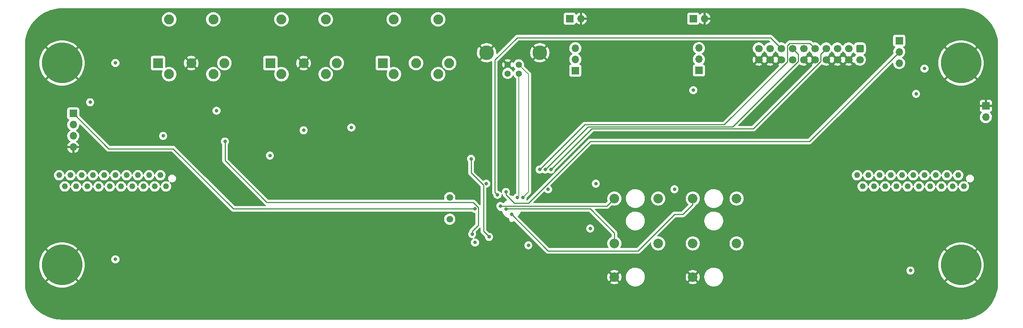
<source format=gbr>
%TF.GenerationSoftware,KiCad,Pcbnew,(6.0.5-0)*%
%TF.CreationDate,2022-06-25T13:19:03+02:00*%
%TF.ProjectId,hoatzin,686f6174-7a69-46e2-9e6b-696361645f70,rev?*%
%TF.SameCoordinates,Original*%
%TF.FileFunction,Copper,L4,Bot*%
%TF.FilePolarity,Positive*%
%FSLAX46Y46*%
G04 Gerber Fmt 4.6, Leading zero omitted, Abs format (unit mm)*
G04 Created by KiCad (PCBNEW (6.0.5-0)) date 2022-06-25 13:19:03*
%MOMM*%
%LPD*%
G01*
G04 APERTURE LIST*
G04 Aperture macros list*
%AMRoundRect*
0 Rectangle with rounded corners*
0 $1 Rounding radius*
0 $2 $3 $4 $5 $6 $7 $8 $9 X,Y pos of 4 corners*
0 Add a 4 corners polygon primitive as box body*
4,1,4,$2,$3,$4,$5,$6,$7,$8,$9,$2,$3,0*
0 Add four circle primitives for the rounded corners*
1,1,$1+$1,$2,$3*
1,1,$1+$1,$4,$5*
1,1,$1+$1,$6,$7*
1,1,$1+$1,$8,$9*
0 Add four rect primitives between the rounded corners*
20,1,$1+$1,$2,$3,$4,$5,0*
20,1,$1+$1,$4,$5,$6,$7,0*
20,1,$1+$1,$6,$7,$8,$9,0*
20,1,$1+$1,$8,$9,$2,$3,0*%
G04 Aperture macros list end*
%TA.AperFunction,ComponentPad*%
%ADD10C,3.316000*%
%TD*%
%TA.AperFunction,ComponentPad*%
%ADD11C,1.428000*%
%TD*%
%TA.AperFunction,ComponentPad*%
%ADD12R,1.700000X1.700000*%
%TD*%
%TA.AperFunction,ComponentPad*%
%ADD13O,1.700000X1.700000*%
%TD*%
%TA.AperFunction,ComponentPad*%
%ADD14C,9.200000*%
%TD*%
%TA.AperFunction,ComponentPad*%
%ADD15RoundRect,0.250000X-0.600000X0.600000X-0.600000X-0.600000X0.600000X-0.600000X0.600000X0.600000X0*%
%TD*%
%TA.AperFunction,ComponentPad*%
%ADD16C,1.700000*%
%TD*%
%TA.AperFunction,ComponentPad*%
%ADD17C,1.500000*%
%TD*%
%TA.AperFunction,ComponentPad*%
%ADD18R,2.250000X2.250000*%
%TD*%
%TA.AperFunction,ComponentPad*%
%ADD19C,2.250000*%
%TD*%
%TA.AperFunction,ComponentPad*%
%ADD20C,1.320800*%
%TD*%
%TA.AperFunction,ComponentPad*%
%ADD21C,2.172000*%
%TD*%
%TA.AperFunction,ViaPad*%
%ADD22C,0.800000*%
%TD*%
%TA.AperFunction,Conductor*%
%ADD23C,0.250000*%
%TD*%
%TA.AperFunction,Conductor*%
%ADD24C,0.200000*%
%TD*%
G04 APERTURE END LIST*
D10*
%TO.P,J6,0,SHEILD*%
%TO.N,GND*%
X136601000Y-61176000D03*
X148641000Y-61176000D03*
D11*
%TO.P,J6,1,VBUS*%
%TO.N,USB_VBUS*%
X141371000Y-65886000D03*
%TO.P,J6,2,D-*%
%TO.N,USB_OTG_FS_D-*%
X143871000Y-65886000D03*
%TO.P,J6,3,D+*%
%TO.N,USB_OTG_FS_D+*%
X143871000Y-63886000D03*
%TO.P,J6,4,GND*%
%TO.N,GND*%
X141371000Y-63886000D03*
%TD*%
D12*
%TO.P,J11,1,Pin_1*%
%TO.N,3.3V_REG*%
X184597000Y-65197000D03*
D13*
%TO.P,J11,2,Pin_2*%
%TO.N,+3V3*%
X184597000Y-62657000D03*
%TO.P,J11,3,Pin_3*%
%TO.N,3.3V_EXT*%
X184597000Y-60117000D03*
%TD*%
D14*
%TO.P,H3,1,1*%
%TO.N,GND*%
X40640000Y-109220000D03*
%TD*%
D15*
%TO.P,J7,1,VTREF*%
%TO.N,+3V3*%
X220980000Y-60207500D03*
D16*
%TO.P,J7,2,VCC/NC*%
%TO.N,unconnected-(J7-Pad2)*%
X220980000Y-62747500D03*
%TO.P,J7,3,~{TRST}*%
%TO.N,unconnected-(J7-Pad3)*%
X218440000Y-60207500D03*
%TO.P,J7,4,GND*%
%TO.N,GND*%
X218440000Y-62747500D03*
%TO.P,J7,5,TDI*%
%TO.N,unconnected-(J7-Pad5)*%
X215900000Y-60207500D03*
%TO.P,J7,6,GND*%
%TO.N,GND*%
X215900000Y-62747500D03*
%TO.P,J7,7,TMS/SWDIO*%
%TO.N,JTMS_SWDIO*%
X213360000Y-60207500D03*
%TO.P,J7,8,GND*%
%TO.N,GND*%
X213360000Y-62747500D03*
%TO.P,J7,9,TCK/SWDCLK*%
%TO.N,JTCK_SWCLK*%
X210820000Y-60207500D03*
%TO.P,J7,10,GND*%
%TO.N,GND*%
X210820000Y-62747500D03*
%TO.P,J7,11,RTCK*%
%TO.N,unconnected-(J7-Pad11)*%
X208280000Y-60207500D03*
%TO.P,J7,12,GND*%
%TO.N,GND*%
X208280000Y-62747500D03*
%TO.P,J7,13,TDO/SWO*%
%TO.N,JTDO_SWO*%
X205740000Y-60207500D03*
%TO.P,J7,14,GND*%
%TO.N,GND*%
X205740000Y-62747500D03*
%TO.P,J7,15,~{SRST}*%
%TO.N,NRST*%
X203200000Y-60207500D03*
%TO.P,J7,16,GND*%
%TO.N,GND*%
X203200000Y-62747500D03*
%TO.P,J7,17,DBGRQ/NC*%
%TO.N,unconnected-(J7-Pad17)*%
X200660000Y-60207500D03*
%TO.P,J7,18,GND*%
%TO.N,GND*%
X200660000Y-62747500D03*
%TO.P,J7,19,DBGACK/NC*%
%TO.N,unconnected-(J7-Pad19)*%
X198120000Y-60207500D03*
%TO.P,J7,20,GND*%
%TO.N,GND*%
X198120000Y-62747500D03*
%TD*%
D17*
%TO.P,e1,1,1*%
%TO.N,Net-(C2-Pad2)*%
X128270000Y-93979998D03*
%TO.P,e1,2,2*%
%TO.N,Net-(C3-Pad2)*%
X128270000Y-98859998D03*
%TD*%
D18*
%TO.P,J4,1*%
%TO.N,unconnected-(J4-Pad1)*%
X62350000Y-63529000D03*
D19*
%TO.P,J4,2*%
%TO.N,GND*%
X69850000Y-63529000D03*
%TO.P,J4,3*%
%TO.N,unconnected-(J4-Pad3)*%
X77350000Y-63529000D03*
%TO.P,J4,4*%
%TO.N,Net-(J4-Pad4)*%
X64850000Y-66029000D03*
%TO.P,J4,5*%
%TO.N,Net-(J4-Pad5)*%
X74850000Y-66029000D03*
%TO.P,J4,MH1*%
%TO.N,N/C*%
X64850000Y-53629000D03*
%TO.P,J4,MH2*%
X74850000Y-53629000D03*
%TD*%
D12*
%TO.P,J16,1,Pin_1*%
%TO.N,GND*%
X249450000Y-73210000D03*
D13*
%TO.P,J16,2,Pin_2*%
%TO.N,NRST*%
X249450000Y-75750000D03*
%TD*%
D14*
%TO.P,H1,1,1*%
%TO.N,GND*%
X40640000Y-63500000D03*
%TD*%
D12*
%TO.P,J10,1,Pin_1*%
%TO.N,Net-(J10-Pad1)*%
X229870000Y-58435000D03*
D13*
%TO.P,J10,2,Pin_2*%
%TO.N,Net-(J10-Pad2)*%
X229870000Y-60975000D03*
%TO.P,J10,3,Pin_3*%
%TO.N,Net-(J10-Pad3)*%
X229870000Y-63515000D03*
%TD*%
D14*
%TO.P,H2,1,1*%
%TO.N,GND*%
X243840000Y-109220000D03*
%TD*%
D12*
%TO.P,J14,1,Pin_1*%
%TO.N,USB_VBUS*%
X156657000Y-65212000D03*
D13*
%TO.P,J14,2,Pin_2*%
%TO.N,+5V*%
X156657000Y-62672000D03*
%TO.P,J14,3,Pin_3*%
%TO.N,5V_EXT*%
X156657000Y-60132000D03*
%TD*%
D12*
%TO.P,J13,1,Pin_1*%
%TO.N,3.3V_EXT*%
X183327000Y-53462000D03*
D13*
%TO.P,J13,2,Pin_2*%
%TO.N,GND*%
X185867000Y-53462000D03*
%TD*%
D14*
%TO.P,H4,1,1*%
%TO.N,GND*%
X243840000Y-63500000D03*
%TD*%
D18*
%TO.P,J3,1*%
%TO.N,unconnected-(J3-Pad1)*%
X113150000Y-63529000D03*
D19*
%TO.P,J3,2*%
%TO.N,unconnected-(J3-Pad2)*%
X120650000Y-63529000D03*
%TO.P,J3,3*%
%TO.N,unconnected-(J3-Pad3)*%
X128150000Y-63529000D03*
%TO.P,J3,4*%
%TO.N,Net-(J3-Pad4)*%
X115650000Y-66029000D03*
%TO.P,J3,5*%
%TO.N,Net-(D1-Pad2)*%
X125650000Y-66029000D03*
%TO.P,J3,MH1*%
%TO.N,N/C*%
X115650000Y-53629000D03*
%TO.P,J3,MH2*%
X125650000Y-53629000D03*
%TD*%
D12*
%TO.P,J12,1,Pin_1*%
%TO.N,5V_EXT*%
X155387000Y-53462000D03*
D13*
%TO.P,J12,2,Pin_2*%
%TO.N,GND*%
X157927000Y-53462000D03*
%TD*%
D18*
%TO.P,J5,1*%
%TO.N,unconnected-(J5-Pad1)*%
X87750000Y-63529000D03*
D19*
%TO.P,J5,2*%
%TO.N,GND*%
X95250000Y-63529000D03*
%TO.P,J5,3*%
%TO.N,unconnected-(J5-Pad3)*%
X102750000Y-63529000D03*
%TO.P,J5,4*%
%TO.N,Net-(J5-Pad4)*%
X90250000Y-66029000D03*
%TO.P,J5,5*%
%TO.N,Net-(J5-Pad5)*%
X100250000Y-66029000D03*
%TO.P,J5,MH1*%
%TO.N,N/C*%
X90250000Y-53629000D03*
%TO.P,J5,MH2*%
X100250000Y-53629000D03*
%TD*%
D20*
%TO.P,J2,1,1*%
%TO.N,K_R_MK5*%
X220345000Y-88900000D03*
%TO.P,J2,2,2*%
%TO.N,K_R_T0*%
X221615000Y-91440000D03*
%TO.P,J2,3,3*%
%TO.N,K_R_BR5*%
X222885000Y-88900000D03*
%TO.P,J2,4,4*%
%TO.N,K_R_T1*%
X224155000Y-91440000D03*
%TO.P,J2,5,5*%
%TO.N,K_R_MK6*%
X225425000Y-88900000D03*
%TO.P,J2,6,6*%
%TO.N,K_R_T2*%
X226695000Y-91440000D03*
%TO.P,J2,7,7*%
%TO.N,K_R_BR6*%
X227965000Y-88900000D03*
%TO.P,J2,8,8*%
%TO.N,K_R_T3*%
X229235000Y-91440000D03*
%TO.P,J2,9,9*%
%TO.N,K_R_MK7*%
X230505000Y-88900000D03*
%TO.P,J2,10,10*%
%TO.N,K_R_T4*%
X231775000Y-91440000D03*
%TO.P,J2,11,11*%
%TO.N,K_R_BR7*%
X233045000Y-88900000D03*
%TO.P,J2,12,12*%
%TO.N,K_R_T5*%
X234315000Y-91440000D03*
%TO.P,J2,13,13*%
%TO.N,K_R_MK8*%
X235585000Y-88900000D03*
%TO.P,J2,14,14*%
%TO.N,K_R_T6*%
X236855000Y-91440000D03*
%TO.P,J2,15,15*%
%TO.N,K_R_BR8*%
X238125000Y-88900000D03*
%TO.P,J2,16,16*%
%TO.N,K_R_T7*%
X239395000Y-91440000D03*
%TO.P,J2,17,17*%
%TO.N,K_R_MK9*%
X240665000Y-88900000D03*
%TO.P,J2,18,18*%
%TO.N,K_R_BR10*%
X241935000Y-91440000D03*
%TO.P,J2,19,19*%
%TO.N,K_R_BR9*%
X243205000Y-88900000D03*
%TO.P,J2,20,20*%
%TO.N,K_R_MK10*%
X244475000Y-91440000D03*
%TD*%
D21*
%TO.P,J9,R1,RING*%
%TO.N,unconnected-(J9-PadR1)*%
X183210000Y-104343000D03*
%TO.P,J9,RB1,RING_SWITCH*%
%TO.N,unconnected-(J9-PadRB1)*%
X193116000Y-104343000D03*
%TO.P,J9,S1,SLEEVE*%
%TO.N,GND*%
X183210000Y-111963000D03*
%TO.P,J9,T1,TIP*%
%TO.N,TRS2_T*%
X183210000Y-94183000D03*
%TO.P,J9,TB1,TIP_SWITCH*%
%TO.N,unconnected-(J9-PadTB1)*%
X193116000Y-94183000D03*
%TD*%
%TO.P,J8,R1,RING*%
%TO.N,TRS1_R*%
X165490000Y-104343000D03*
%TO.P,J8,RB1,RING_SWITCH*%
%TO.N,unconnected-(J8-PadRB1)*%
X175396000Y-104343000D03*
%TO.P,J8,S1,SLEEVE*%
%TO.N,GND*%
X165490000Y-111963000D03*
%TO.P,J8,T1,TIP*%
%TO.N,TRS1_T*%
X165490000Y-94183000D03*
%TO.P,J8,TB1,TIP_SWITCH*%
%TO.N,unconnected-(J8-PadTB1)*%
X175396000Y-94183000D03*
%TD*%
D12*
%TO.P,J15,1,Pin_1*%
%TO.N,Aftertouch*%
X43180000Y-74930000D03*
D13*
%TO.P,J15,2,Pin_2*%
%TO.N,unconnected-(J15-Pad2)*%
X43180000Y-77470000D03*
%TO.P,J15,3,Pin_3*%
%TO.N,unconnected-(J15-Pad3)*%
X43180000Y-80010000D03*
%TO.P,J15,4,Pin_4*%
%TO.N,GND*%
X43180000Y-82550000D03*
%TD*%
D20*
%TO.P,J1,1,1*%
%TO.N,K_L_MK0*%
X40005000Y-88900000D03*
%TO.P,J1,2,2*%
%TO.N,K_L_T0*%
X41275000Y-91440000D03*
%TO.P,J1,3,3*%
%TO.N,K_L_BR0*%
X42545000Y-88900000D03*
%TO.P,J1,4,4*%
%TO.N,K_L_T1*%
X43815000Y-91440000D03*
%TO.P,J1,5,5*%
%TO.N,K_L_MK1*%
X45085000Y-88900000D03*
%TO.P,J1,6,6*%
%TO.N,K_L_T2*%
X46355000Y-91440000D03*
%TO.P,J1,7,7*%
%TO.N,K_L_BR1*%
X47625000Y-88900000D03*
%TO.P,J1,8,8*%
%TO.N,K_L_T3*%
X48895000Y-91440000D03*
%TO.P,J1,9,9*%
%TO.N,K_L_MK2*%
X50165000Y-88900000D03*
%TO.P,J1,10,10*%
%TO.N,K_L_T4*%
X51435000Y-91440000D03*
%TO.P,J1,11,11*%
%TO.N,K_L_BR2*%
X52705000Y-88900000D03*
%TO.P,J1,12,12*%
%TO.N,K_L_T5*%
X53975000Y-91440000D03*
%TO.P,J1,13,13*%
%TO.N,K_L_MK3*%
X55245000Y-88900000D03*
%TO.P,J1,14,14*%
%TO.N,K_L_T6*%
X56515000Y-91440000D03*
%TO.P,J1,15,15*%
%TO.N,K_L_BR3*%
X57785000Y-88900000D03*
%TO.P,J1,16,16*%
%TO.N,K_L_T7*%
X59055000Y-91440000D03*
%TO.P,J1,17,17*%
%TO.N,K_L_MK4*%
X60325000Y-88900000D03*
%TO.P,J1,18,18*%
%TO.N,unconnected-(J1-Pad18)*%
X61595000Y-91440000D03*
%TO.P,J1,19,19*%
%TO.N,K_L_BR4*%
X62865000Y-88900000D03*
%TO.P,J1,20,20*%
%TO.N,unconnected-(J1-Pad20)*%
X64135000Y-91440000D03*
%TD*%
D22*
%TO.N,+3V3*%
X87630000Y-84455000D03*
%TO.N,+5V*%
X75565000Y-74295000D03*
X63500000Y-80010000D03*
X95250000Y-78740000D03*
%TO.N,GND*%
X116840000Y-80010000D03*
%TO.N,+5V*%
X106045000Y-78105000D03*
%TO.N,GND*%
X87822000Y-79183000D03*
X149860000Y-93980000D03*
X176342000Y-60132000D03*
X120015000Y-92710000D03*
X175072000Y-70292000D03*
X158750000Y-94615000D03*
X158750000Y-104140000D03*
X146050000Y-99060000D03*
X140970000Y-99695000D03*
X180787000Y-66482000D03*
X136525000Y-88900000D03*
X169992000Y-63307000D03*
%TO.N,JTMS_SWDIO*%
X151130000Y-87630000D03*
%TO.N,JTCK_SWCLK*%
X148590000Y-87630000D03*
%TO.N,JTDO_SWO*%
X149860000Y-87630000D03*
%TO.N,NRST*%
X139065000Y-93345000D03*
%TO.N,TRS1_R*%
X140970000Y-96609500D03*
%TO.N,TRS1_T*%
X139700000Y-95885000D03*
%TO.N,TRS2_T*%
X142240000Y-97790000D03*
%TO.N,+3V3*%
X161290000Y-90805000D03*
X233680000Y-70485000D03*
X52705000Y-107950000D03*
X150495000Y-92075000D03*
X46990000Y-72390000D03*
X146050000Y-104775000D03*
X235585000Y-64770000D03*
X232410000Y-110490000D03*
X160020000Y-100965000D03*
X179070000Y-92075000D03*
X136525000Y-90805000D03*
X133985000Y-104140000D03*
X183327000Y-69657000D03*
X52705000Y-63500000D03*
%TO.N,MIDI_UART_RX*%
X133096000Y-85185980D03*
X137160000Y-102870000D03*
%TO.N,USB_OTG_FS_D+*%
X144780000Y-93980000D03*
%TO.N,USB_OTG_FS_D-*%
X143510000Y-93980000D03*
%TO.N,MIDI_UART_TX*%
X133350000Y-102235000D03*
X77470000Y-81280000D03*
%TO.N,Net-(J10-Pad2)*%
X140970000Y-92710000D03*
%TO.N,Aftertouch*%
X133985000Y-96520000D03*
%TD*%
D23*
%TO.N,TRS1_R*%
X141059500Y-96520000D02*
X160020000Y-96520000D01*
%TO.N,JTCK_SWCLK*%
X190329488Y-77470000D02*
X158750000Y-77470000D01*
%TO.N,NRST*%
X201671250Y-58678750D02*
X203200000Y-60207500D01*
X138472845Y-62822155D02*
X143510000Y-57785000D01*
X143510000Y-57785000D02*
X200777500Y-57785000D01*
X138472845Y-92752845D02*
X138472845Y-62822155D01*
X200777500Y-57785000D02*
X201671250Y-58678750D01*
D24*
%TO.N,USB_OTG_FS_D+*%
X144780000Y-93980000D02*
X146050000Y-92710000D01*
X146050000Y-92710000D02*
X146050000Y-66040000D01*
X146050000Y-66040000D02*
X145415000Y-65405000D01*
X145415000Y-65405000D02*
X145390000Y-65405000D01*
X145390000Y-65405000D02*
X143871000Y-63886000D01*
%TO.N,USB_OTG_FS_D-*%
X143510000Y-93980000D02*
X143871000Y-93619000D01*
X143871000Y-93619000D02*
X143871000Y-65886000D01*
D23*
%TO.N,MIDI_UART_TX*%
X134709511Y-96219897D02*
X134709511Y-100240489D01*
X77470000Y-85598000D02*
X86926509Y-95054509D01*
X77470000Y-81280000D02*
X77470000Y-85598000D01*
X86926509Y-95054509D02*
X133544123Y-95054509D01*
X133544123Y-95054509D02*
X134709511Y-96219897D01*
X134709511Y-100240489D02*
X133350000Y-101600000D01*
X133350000Y-101600000D02*
X133350000Y-102235000D01*
%TO.N,JTMS_SWDIO*%
X212090000Y-61477500D02*
X213360000Y-60207500D01*
X196859470Y-78369040D02*
X212090000Y-63138510D01*
X151130000Y-87630000D02*
X160390960Y-78369040D01*
X160390960Y-78369040D02*
X196859470Y-78369040D01*
X212090000Y-63138510D02*
X212090000Y-61477500D01*
%TO.N,JTCK_SWCLK*%
X148590000Y-87630000D02*
X158750000Y-77470000D01*
X190329488Y-77470000D02*
X204565489Y-63233999D01*
X209550000Y-59055000D02*
X209667500Y-59055000D01*
X204565489Y-63233999D02*
X204565489Y-59594511D01*
X204565489Y-59594511D02*
X205127011Y-59032989D01*
X205127011Y-59032989D02*
X209527989Y-59032989D01*
X209527989Y-59032989D02*
X209550000Y-59055000D01*
X209667500Y-59055000D02*
X210820000Y-60207500D01*
%TO.N,JTDO_SWO*%
X207010000Y-63138510D02*
X207010000Y-61477500D01*
X192228990Y-77919520D02*
X207010000Y-63138510D01*
X207010000Y-61477500D02*
X205740000Y-60207500D01*
X159570480Y-77919520D02*
X192228990Y-77919520D01*
X149860000Y-87630000D02*
X159570480Y-77919520D01*
%TO.N,NRST*%
X139065000Y-93345000D02*
X138472845Y-92752845D01*
%TO.N,TRS1_R*%
X165490000Y-101990000D02*
X165490000Y-104343000D01*
X160020000Y-96520000D02*
X165490000Y-101990000D01*
X140970000Y-96609500D02*
X141059500Y-96520000D01*
%TO.N,TRS1_T*%
X139700000Y-95885000D02*
X163788000Y-95885000D01*
X163788000Y-95885000D02*
X165490000Y-94183000D01*
%TO.N,TRS2_T*%
X170815000Y-106045000D02*
X179070000Y-97790000D01*
X179070000Y-97790000D02*
X180975000Y-97790000D01*
X150495000Y-106045000D02*
X170815000Y-106045000D01*
X142240000Y-97790000D02*
X150495000Y-106045000D01*
X183210000Y-95555000D02*
X183210000Y-94183000D01*
X180975000Y-97790000D02*
X183210000Y-95555000D01*
%TO.N,MIDI_UART_RX*%
X133096000Y-85185980D02*
X133096000Y-88400614D01*
X133096000Y-88400614D02*
X135890000Y-91194614D01*
X135890000Y-101600000D02*
X137160000Y-102870000D01*
X135890000Y-91194614D02*
X135890000Y-101600000D01*
%TO.N,Net-(J10-Pad2)*%
X209565000Y-81280000D02*
X160020000Y-81280000D01*
X146050000Y-95250000D02*
X142875000Y-95250000D01*
X140970000Y-93345000D02*
X140970000Y-92710000D01*
X160020000Y-81280000D02*
X146050000Y-95250000D01*
X229870000Y-60975000D02*
X209565000Y-81280000D01*
X142875000Y-95250000D02*
X140970000Y-93345000D01*
%TO.N,Aftertouch*%
X79375000Y-96520000D02*
X133985000Y-96520000D01*
X43180000Y-74930000D02*
X51149911Y-82899911D01*
X51149911Y-82899911D02*
X65754911Y-82899911D01*
X65754911Y-82899911D02*
X79375000Y-96520000D01*
%TD*%
%TA.AperFunction,Conductor*%
%TO.N,GND*%
G36*
X243810018Y-51120000D02*
G01*
X243824851Y-51122310D01*
X243824855Y-51122310D01*
X243833724Y-51123691D01*
X243842626Y-51122527D01*
X243842629Y-51122527D01*
X243856536Y-51120708D01*
X243876995Y-51119711D01*
X244384076Y-51136311D01*
X244392280Y-51136849D01*
X244929905Y-51189801D01*
X244938062Y-51190875D01*
X245471086Y-51278877D01*
X245479172Y-51280486D01*
X246005272Y-51403156D01*
X246013226Y-51405287D01*
X246530205Y-51562111D01*
X246538013Y-51564761D01*
X247043600Y-51755051D01*
X247051217Y-51758206D01*
X247543288Y-51981160D01*
X247550683Y-51984807D01*
X248027109Y-52239462D01*
X248034249Y-52243584D01*
X248126260Y-52300800D01*
X248493024Y-52528868D01*
X248499850Y-52533429D01*
X248891022Y-52813739D01*
X248938982Y-52848107D01*
X248945524Y-52853127D01*
X249363115Y-53195836D01*
X249369314Y-53201272D01*
X249540687Y-53361780D01*
X249763618Y-53570578D01*
X249769422Y-53576382D01*
X249904380Y-53720475D01*
X250138728Y-53970686D01*
X250144164Y-53976885D01*
X250486873Y-54394476D01*
X250491893Y-54401018D01*
X250806571Y-54840150D01*
X250811132Y-54846976D01*
X251021615Y-55185461D01*
X251096416Y-55305751D01*
X251100538Y-55312891D01*
X251355193Y-55789317D01*
X251358840Y-55796712D01*
X251581794Y-56288783D01*
X251584949Y-56296400D01*
X251775239Y-56801987D01*
X251777889Y-56809795D01*
X251934713Y-57326774D01*
X251936844Y-57334728D01*
X251983977Y-57536866D01*
X252059514Y-57860827D01*
X252061123Y-57868913D01*
X252149047Y-58401461D01*
X252149124Y-58401929D01*
X252150199Y-58410095D01*
X252200402Y-58919806D01*
X252203150Y-58947708D01*
X252203689Y-58955924D01*
X252212150Y-59214376D01*
X252220041Y-59455451D01*
X252218608Y-59478955D01*
X252216309Y-59493724D01*
X252217473Y-59502626D01*
X252217473Y-59502628D01*
X252220436Y-59525283D01*
X252221500Y-59541621D01*
X252221500Y-113170633D01*
X252220000Y-113190018D01*
X252217690Y-113204851D01*
X252217690Y-113204855D01*
X252216309Y-113213724D01*
X252217473Y-113222626D01*
X252217473Y-113222629D01*
X252219292Y-113236536D01*
X252220289Y-113256995D01*
X252208230Y-113625383D01*
X252203690Y-113764064D01*
X252203151Y-113772280D01*
X252150200Y-114309896D01*
X252149124Y-114318071D01*
X252061123Y-114851086D01*
X252059514Y-114859173D01*
X251936847Y-115385262D01*
X251934713Y-115393226D01*
X251777889Y-115910205D01*
X251775239Y-115918013D01*
X251584949Y-116423600D01*
X251581794Y-116431217D01*
X251358840Y-116923288D01*
X251355193Y-116930683D01*
X251100538Y-117407109D01*
X251096416Y-117414249D01*
X250811132Y-117873024D01*
X250806571Y-117879850D01*
X250535267Y-118258454D01*
X250491893Y-118318982D01*
X250486873Y-118325524D01*
X250144164Y-118743115D01*
X250138728Y-118749314D01*
X249978220Y-118920687D01*
X249769422Y-119143618D01*
X249763618Y-119149422D01*
X249540687Y-119358220D01*
X249369314Y-119518728D01*
X249363115Y-119524164D01*
X248945524Y-119866873D01*
X248938982Y-119871893D01*
X248499850Y-120186571D01*
X248493024Y-120191132D01*
X248130453Y-120416593D01*
X248034249Y-120476416D01*
X248027109Y-120480538D01*
X247550683Y-120735193D01*
X247543288Y-120738840D01*
X247051217Y-120961794D01*
X247043600Y-120964949D01*
X246538013Y-121155239D01*
X246530205Y-121157889D01*
X246013226Y-121314713D01*
X246005272Y-121316844D01*
X245479173Y-121439514D01*
X245471087Y-121441123D01*
X244938062Y-121529125D01*
X244929905Y-121530199D01*
X244392280Y-121583151D01*
X244384076Y-121583689D01*
X244054900Y-121594465D01*
X243884549Y-121600041D01*
X243861045Y-121598608D01*
X243857842Y-121598110D01*
X243846276Y-121596309D01*
X243837374Y-121597473D01*
X243837372Y-121597473D01*
X243823464Y-121599292D01*
X243814714Y-121600436D01*
X243798379Y-121601500D01*
X40689367Y-121601500D01*
X40669982Y-121600000D01*
X40655149Y-121597690D01*
X40655145Y-121597690D01*
X40646276Y-121596309D01*
X40637374Y-121597473D01*
X40637371Y-121597473D01*
X40623464Y-121599292D01*
X40603005Y-121600289D01*
X40095924Y-121583689D01*
X40087720Y-121583151D01*
X39550095Y-121530199D01*
X39541938Y-121529125D01*
X39008913Y-121441123D01*
X39000827Y-121439514D01*
X38474728Y-121316844D01*
X38466774Y-121314713D01*
X37949795Y-121157889D01*
X37941987Y-121155239D01*
X37436400Y-120964949D01*
X37428783Y-120961794D01*
X36936712Y-120738840D01*
X36929317Y-120735193D01*
X36452891Y-120480538D01*
X36445751Y-120476416D01*
X36349547Y-120416593D01*
X35986976Y-120191132D01*
X35980150Y-120186571D01*
X35541018Y-119871893D01*
X35534476Y-119866873D01*
X35116885Y-119524164D01*
X35110686Y-119518728D01*
X34939313Y-119358220D01*
X34716382Y-119149422D01*
X34710578Y-119143618D01*
X34501780Y-118920687D01*
X34341272Y-118749314D01*
X34335836Y-118743115D01*
X33993127Y-118325524D01*
X33988107Y-118318982D01*
X33944733Y-118258454D01*
X33673429Y-117879850D01*
X33668868Y-117873024D01*
X33383584Y-117414249D01*
X33379462Y-117407109D01*
X33124807Y-116930683D01*
X33121160Y-116923288D01*
X32898206Y-116431217D01*
X32895051Y-116423600D01*
X32704761Y-115918013D01*
X32702111Y-115910205D01*
X32545287Y-115393226D01*
X32543153Y-115385262D01*
X32420486Y-114859173D01*
X32418877Y-114851086D01*
X32330876Y-114318071D01*
X32329800Y-114309896D01*
X32276849Y-113772280D01*
X32276310Y-113764064D01*
X32272549Y-113649146D01*
X32260083Y-113268355D01*
X32261763Y-113243329D01*
X32262769Y-113237352D01*
X32262770Y-113237345D01*
X32263576Y-113232552D01*
X32263729Y-113220000D01*
X32259773Y-113192376D01*
X32258500Y-113174514D01*
X32258500Y-113008238D01*
X37217302Y-113008238D01*
X37217328Y-113008608D01*
X37223117Y-113017197D01*
X37351493Y-113134832D01*
X37355681Y-113138347D01*
X37705207Y-113406546D01*
X37709698Y-113409691D01*
X38081243Y-113646391D01*
X38086015Y-113649146D01*
X38476763Y-113852556D01*
X38481751Y-113854883D01*
X38888756Y-114023469D01*
X38893925Y-114025351D01*
X39314063Y-114157820D01*
X39319386Y-114159246D01*
X39749473Y-114254594D01*
X39754885Y-114255549D01*
X40191645Y-114313049D01*
X40197144Y-114313531D01*
X40637252Y-114332746D01*
X40642748Y-114332746D01*
X41082856Y-114313531D01*
X41088355Y-114313049D01*
X41525115Y-114255549D01*
X41530527Y-114254594D01*
X41960614Y-114159246D01*
X41965937Y-114157820D01*
X42386075Y-114025351D01*
X42391244Y-114023469D01*
X42798249Y-113854883D01*
X42803237Y-113852556D01*
X43193985Y-113649146D01*
X43198757Y-113646391D01*
X43570302Y-113409691D01*
X43574793Y-113406546D01*
X43768111Y-113258209D01*
X164559620Y-113258209D01*
X164565347Y-113265860D01*
X164759881Y-113385070D01*
X164768675Y-113389551D01*
X164991331Y-113481778D01*
X165000716Y-113484827D01*
X165235059Y-113541089D01*
X165244806Y-113542632D01*
X165485070Y-113561541D01*
X165494930Y-113561541D01*
X165735194Y-113542632D01*
X165744941Y-113541089D01*
X165979284Y-113484827D01*
X165988669Y-113481778D01*
X166211325Y-113389551D01*
X166220119Y-113385070D01*
X166410986Y-113268107D01*
X166420446Y-113257651D01*
X166416662Y-113248873D01*
X165502811Y-112335021D01*
X165488868Y-112327408D01*
X165487034Y-112327539D01*
X165480420Y-112331790D01*
X164566377Y-113245834D01*
X164559620Y-113258209D01*
X43768111Y-113258209D01*
X43924319Y-113138347D01*
X43928507Y-113134832D01*
X44054539Y-113019345D01*
X44062753Y-113005749D01*
X44062743Y-113005379D01*
X44057332Y-112996542D01*
X40652812Y-109592022D01*
X40638868Y-109584408D01*
X40637035Y-109584539D01*
X40630420Y-109588790D01*
X37224916Y-112994294D01*
X37217302Y-113008238D01*
X32258500Y-113008238D01*
X32258500Y-109222748D01*
X35527254Y-109222748D01*
X35546469Y-109662856D01*
X35546951Y-109668355D01*
X35604451Y-110105115D01*
X35605406Y-110110527D01*
X35700754Y-110540614D01*
X35702180Y-110545937D01*
X35834649Y-110966075D01*
X35836531Y-110971244D01*
X36005117Y-111378249D01*
X36007444Y-111383237D01*
X36210854Y-111773985D01*
X36213609Y-111778757D01*
X36450309Y-112150302D01*
X36453454Y-112154793D01*
X36721653Y-112504319D01*
X36725168Y-112508507D01*
X36840655Y-112634539D01*
X36854251Y-112642753D01*
X36854621Y-112642743D01*
X36863458Y-112637332D01*
X40267978Y-109232812D01*
X40274356Y-109221132D01*
X41004408Y-109221132D01*
X41004539Y-109222965D01*
X41008790Y-109229580D01*
X44414294Y-112635084D01*
X44428238Y-112642698D01*
X44428608Y-112642672D01*
X44437197Y-112636883D01*
X44554832Y-112508507D01*
X44558347Y-112504319D01*
X44826546Y-112154793D01*
X44829691Y-112150302D01*
X44945875Y-111967930D01*
X163891459Y-111967930D01*
X163910368Y-112208194D01*
X163911911Y-112217941D01*
X163968173Y-112452284D01*
X163971222Y-112461669D01*
X164063449Y-112684325D01*
X164067930Y-112693119D01*
X164184893Y-112883986D01*
X164195349Y-112893446D01*
X164204127Y-112889662D01*
X165117979Y-111975811D01*
X165124356Y-111964132D01*
X165854408Y-111964132D01*
X165854539Y-111965966D01*
X165858790Y-111972580D01*
X166772834Y-112886623D01*
X166785209Y-112893380D01*
X166792860Y-112887653D01*
X166912070Y-112693119D01*
X166916551Y-112684325D01*
X167008778Y-112461669D01*
X167011827Y-112452284D01*
X167068089Y-112217941D01*
X167069632Y-112208194D01*
X167078358Y-112097314D01*
X168105134Y-112097314D01*
X168143115Y-112385806D01*
X168219897Y-112666474D01*
X168221581Y-112670422D01*
X168316681Y-112893380D01*
X168334060Y-112934125D01*
X168378637Y-113008608D01*
X168456284Y-113138347D01*
X168483490Y-113183806D01*
X168665424Y-113410897D01*
X168668540Y-113413854D01*
X168668541Y-113413855D01*
X168685794Y-113430227D01*
X168876495Y-113611195D01*
X168879974Y-113613695D01*
X168879979Y-113613699D01*
X169046606Y-113733432D01*
X169112796Y-113780994D01*
X169369955Y-113917153D01*
X169643214Y-114017152D01*
X169927516Y-114079140D01*
X169956575Y-114081427D01*
X170153263Y-114096907D01*
X170153272Y-114096907D01*
X170155720Y-114097100D01*
X170313152Y-114097100D01*
X170315288Y-114096954D01*
X170315299Y-114096954D01*
X170526030Y-114082588D01*
X170526036Y-114082587D01*
X170530307Y-114082296D01*
X170534502Y-114081427D01*
X170534504Y-114081427D01*
X170672775Y-114052792D01*
X170815243Y-114023289D01*
X171089534Y-113926157D01*
X171348105Y-113792699D01*
X171351606Y-113790238D01*
X171351610Y-113790236D01*
X171467138Y-113709041D01*
X171586171Y-113625383D01*
X171799327Y-113427306D01*
X171919737Y-113280194D01*
X171937732Y-113258209D01*
X182279620Y-113258209D01*
X182285347Y-113265860D01*
X182479881Y-113385070D01*
X182488675Y-113389551D01*
X182711331Y-113481778D01*
X182720716Y-113484827D01*
X182955059Y-113541089D01*
X182964806Y-113542632D01*
X183205070Y-113561541D01*
X183214930Y-113561541D01*
X183455194Y-113542632D01*
X183464941Y-113541089D01*
X183699284Y-113484827D01*
X183708669Y-113481778D01*
X183931325Y-113389551D01*
X183940119Y-113385070D01*
X184130986Y-113268107D01*
X184140446Y-113257651D01*
X184136662Y-113248873D01*
X183222811Y-112335021D01*
X183208868Y-112327408D01*
X183207034Y-112327539D01*
X183200420Y-112331790D01*
X182286377Y-113245834D01*
X182279620Y-113258209D01*
X171937732Y-113258209D01*
X171980916Y-113205448D01*
X171980918Y-113205445D01*
X171983629Y-113202133D01*
X172135667Y-112954031D01*
X172252626Y-112687590D01*
X172257517Y-112670422D01*
X172331167Y-112411869D01*
X172332343Y-112407741D01*
X172368342Y-112154793D01*
X172372737Y-112123915D01*
X172372737Y-112123913D01*
X172373342Y-112119663D01*
X172373460Y-112097314D01*
X172374137Y-111967930D01*
X181611459Y-111967930D01*
X181630368Y-112208194D01*
X181631911Y-112217941D01*
X181688173Y-112452284D01*
X181691222Y-112461669D01*
X181783449Y-112684325D01*
X181787930Y-112693119D01*
X181904893Y-112883986D01*
X181915349Y-112893446D01*
X181924127Y-112889662D01*
X182837979Y-111975811D01*
X182844356Y-111964132D01*
X183574408Y-111964132D01*
X183574539Y-111965966D01*
X183578790Y-111972580D01*
X184492834Y-112886623D01*
X184505209Y-112893380D01*
X184512860Y-112887653D01*
X184632070Y-112693119D01*
X184636551Y-112684325D01*
X184728778Y-112461669D01*
X184731827Y-112452284D01*
X184788089Y-112217941D01*
X184789632Y-112208194D01*
X184798358Y-112097314D01*
X185825134Y-112097314D01*
X185863115Y-112385806D01*
X185939897Y-112666474D01*
X185941581Y-112670422D01*
X186036681Y-112893380D01*
X186054060Y-112934125D01*
X186098637Y-113008608D01*
X186176284Y-113138347D01*
X186203490Y-113183806D01*
X186385424Y-113410897D01*
X186388540Y-113413854D01*
X186388541Y-113413855D01*
X186405794Y-113430227D01*
X186596495Y-113611195D01*
X186599974Y-113613695D01*
X186599979Y-113613699D01*
X186766606Y-113733432D01*
X186832796Y-113780994D01*
X187089955Y-113917153D01*
X187363214Y-114017152D01*
X187647516Y-114079140D01*
X187676575Y-114081427D01*
X187873263Y-114096907D01*
X187873272Y-114096907D01*
X187875720Y-114097100D01*
X188033152Y-114097100D01*
X188035288Y-114096954D01*
X188035299Y-114096954D01*
X188246030Y-114082588D01*
X188246036Y-114082587D01*
X188250307Y-114082296D01*
X188254502Y-114081427D01*
X188254504Y-114081427D01*
X188392775Y-114052792D01*
X188535243Y-114023289D01*
X188809534Y-113926157D01*
X189068105Y-113792699D01*
X189071606Y-113790238D01*
X189071610Y-113790236D01*
X189187138Y-113709041D01*
X189306171Y-113625383D01*
X189519327Y-113427306D01*
X189639737Y-113280194D01*
X189700916Y-113205448D01*
X189700918Y-113205445D01*
X189703629Y-113202133D01*
X189822449Y-113008238D01*
X240417302Y-113008238D01*
X240417328Y-113008608D01*
X240423117Y-113017197D01*
X240551493Y-113134832D01*
X240555681Y-113138347D01*
X240905207Y-113406546D01*
X240909698Y-113409691D01*
X241281243Y-113646391D01*
X241286015Y-113649146D01*
X241676763Y-113852556D01*
X241681751Y-113854883D01*
X242088756Y-114023469D01*
X242093925Y-114025351D01*
X242514063Y-114157820D01*
X242519386Y-114159246D01*
X242949473Y-114254594D01*
X242954885Y-114255549D01*
X243391645Y-114313049D01*
X243397144Y-114313531D01*
X243837252Y-114332746D01*
X243842748Y-114332746D01*
X244282856Y-114313531D01*
X244288355Y-114313049D01*
X244725115Y-114255549D01*
X244730527Y-114254594D01*
X245160614Y-114159246D01*
X245165937Y-114157820D01*
X245586075Y-114025351D01*
X245591244Y-114023469D01*
X245998249Y-113854883D01*
X246003237Y-113852556D01*
X246393985Y-113649146D01*
X246398757Y-113646391D01*
X246770302Y-113409691D01*
X246774793Y-113406546D01*
X247124319Y-113138347D01*
X247128507Y-113134832D01*
X247254539Y-113019345D01*
X247262753Y-113005749D01*
X247262743Y-113005379D01*
X247257332Y-112996542D01*
X243852812Y-109592022D01*
X243838868Y-109584408D01*
X243837035Y-109584539D01*
X243830420Y-109588790D01*
X240424916Y-112994294D01*
X240417302Y-113008238D01*
X189822449Y-113008238D01*
X189855667Y-112954031D01*
X189972626Y-112687590D01*
X189977517Y-112670422D01*
X190051167Y-112411869D01*
X190052343Y-112407741D01*
X190088342Y-112154793D01*
X190092737Y-112123915D01*
X190092737Y-112123913D01*
X190093342Y-112119663D01*
X190093460Y-112097314D01*
X190094844Y-111832972D01*
X190094844Y-111832965D01*
X190094866Y-111828686D01*
X190087665Y-111773985D01*
X190057445Y-111544450D01*
X190056885Y-111540194D01*
X189980103Y-111259526D01*
X189941433Y-111168866D01*
X189867626Y-110995827D01*
X189867624Y-110995823D01*
X189865940Y-110991875D01*
X189716510Y-110742194D01*
X189534576Y-110515103D01*
X189517285Y-110498694D01*
X189508123Y-110490000D01*
X231496496Y-110490000D01*
X231497186Y-110496565D01*
X231498824Y-110512145D01*
X231516458Y-110679928D01*
X231575473Y-110861556D01*
X231670960Y-111026944D01*
X231798747Y-111168866D01*
X231953248Y-111281118D01*
X231959276Y-111283802D01*
X231959278Y-111283803D01*
X232121681Y-111356109D01*
X232127712Y-111358794D01*
X232219240Y-111378249D01*
X232308056Y-111397128D01*
X232308061Y-111397128D01*
X232314513Y-111398500D01*
X232505487Y-111398500D01*
X232511939Y-111397128D01*
X232511944Y-111397128D01*
X232600760Y-111378249D01*
X232692288Y-111358794D01*
X232698319Y-111356109D01*
X232860722Y-111283803D01*
X232860724Y-111283802D01*
X232866752Y-111281118D01*
X233021253Y-111168866D01*
X233149040Y-111026944D01*
X233244527Y-110861556D01*
X233303542Y-110679928D01*
X233321177Y-110512145D01*
X233322814Y-110496565D01*
X233323504Y-110490000D01*
X233310309Y-110364459D01*
X233304232Y-110306635D01*
X233304232Y-110306633D01*
X233303542Y-110300072D01*
X233244527Y-110118444D01*
X233236832Y-110105115D01*
X233180399Y-110007372D01*
X233149040Y-109953056D01*
X233021253Y-109811134D01*
X232866752Y-109698882D01*
X232860724Y-109696198D01*
X232860722Y-109696197D01*
X232698319Y-109623891D01*
X232698318Y-109623891D01*
X232692288Y-109621206D01*
X232598888Y-109601353D01*
X232511944Y-109582872D01*
X232511939Y-109582872D01*
X232505487Y-109581500D01*
X232314513Y-109581500D01*
X232308061Y-109582872D01*
X232308056Y-109582872D01*
X232221112Y-109601353D01*
X232127712Y-109621206D01*
X232121682Y-109623891D01*
X232121681Y-109623891D01*
X231959278Y-109696197D01*
X231959276Y-109696198D01*
X231953248Y-109698882D01*
X231798747Y-109811134D01*
X231670960Y-109953056D01*
X231639601Y-110007372D01*
X231583169Y-110105115D01*
X231575473Y-110118444D01*
X231516458Y-110300072D01*
X231515768Y-110306633D01*
X231515768Y-110306635D01*
X231509691Y-110364459D01*
X231496496Y-110490000D01*
X189508123Y-110490000D01*
X189326622Y-110317763D01*
X189323505Y-110314805D01*
X189320026Y-110312305D01*
X189320021Y-110312301D01*
X189090694Y-110147514D01*
X189087204Y-110145006D01*
X188830045Y-110008847D01*
X188556786Y-109908848D01*
X188272484Y-109846860D01*
X188228673Y-109843412D01*
X188046737Y-109829093D01*
X188046728Y-109829093D01*
X188044280Y-109828900D01*
X187886848Y-109828900D01*
X187884712Y-109829046D01*
X187884701Y-109829046D01*
X187673970Y-109843412D01*
X187673964Y-109843413D01*
X187669693Y-109843704D01*
X187665498Y-109844573D01*
X187665496Y-109844573D01*
X187650044Y-109847773D01*
X187384757Y-109902711D01*
X187110466Y-109999843D01*
X187106657Y-110001809D01*
X186906505Y-110105115D01*
X186851895Y-110133301D01*
X186848394Y-110135762D01*
X186848390Y-110135764D01*
X186831672Y-110147514D01*
X186613829Y-110300617D01*
X186610688Y-110303536D01*
X186410029Y-110490000D01*
X186400673Y-110498694D01*
X186216371Y-110723867D01*
X186064333Y-110971969D01*
X185947374Y-111238410D01*
X185946198Y-111242538D01*
X185946197Y-111242541D01*
X185913082Y-111358794D01*
X185867657Y-111518259D01*
X185826658Y-111806337D01*
X185826636Y-111810626D01*
X185826635Y-111810633D01*
X185825787Y-111972580D01*
X185825134Y-112097314D01*
X184798358Y-112097314D01*
X184808541Y-111967930D01*
X184808541Y-111958070D01*
X184789632Y-111717806D01*
X184788089Y-111708059D01*
X184731827Y-111473716D01*
X184728778Y-111464331D01*
X184636551Y-111241675D01*
X184632070Y-111232881D01*
X184515107Y-111042014D01*
X184504651Y-111032554D01*
X184495873Y-111036338D01*
X183582021Y-111950189D01*
X183574408Y-111964132D01*
X182844356Y-111964132D01*
X182845592Y-111961868D01*
X182845461Y-111960034D01*
X182841210Y-111953420D01*
X181927166Y-111039377D01*
X181914791Y-111032620D01*
X181907140Y-111038347D01*
X181787930Y-111232881D01*
X181783449Y-111241675D01*
X181691222Y-111464331D01*
X181688173Y-111473716D01*
X181631911Y-111708059D01*
X181630368Y-111717806D01*
X181611459Y-111958070D01*
X181611459Y-111967930D01*
X172374137Y-111967930D01*
X172374844Y-111832972D01*
X172374844Y-111832965D01*
X172374866Y-111828686D01*
X172367665Y-111773985D01*
X172337445Y-111544450D01*
X172336885Y-111540194D01*
X172260103Y-111259526D01*
X172221433Y-111168866D01*
X172147626Y-110995827D01*
X172147624Y-110995823D01*
X172145940Y-110991875D01*
X171996510Y-110742194D01*
X171937349Y-110668349D01*
X182279554Y-110668349D01*
X182283338Y-110677127D01*
X183197189Y-111590979D01*
X183211132Y-111598592D01*
X183212966Y-111598461D01*
X183219580Y-111594210D01*
X184133623Y-110680166D01*
X184140380Y-110667791D01*
X184134653Y-110660140D01*
X183940119Y-110540930D01*
X183931325Y-110536449D01*
X183708669Y-110444222D01*
X183699284Y-110441173D01*
X183464941Y-110384911D01*
X183455194Y-110383368D01*
X183214930Y-110364459D01*
X183205070Y-110364459D01*
X182964806Y-110383368D01*
X182955059Y-110384911D01*
X182720716Y-110441173D01*
X182711331Y-110444222D01*
X182488675Y-110536449D01*
X182479881Y-110540930D01*
X182289014Y-110657893D01*
X182279554Y-110668349D01*
X171937349Y-110668349D01*
X171814576Y-110515103D01*
X171797285Y-110498694D01*
X171606622Y-110317763D01*
X171603505Y-110314805D01*
X171600026Y-110312305D01*
X171600021Y-110312301D01*
X171370694Y-110147514D01*
X171367204Y-110145006D01*
X171110045Y-110008847D01*
X170836786Y-109908848D01*
X170552484Y-109846860D01*
X170508673Y-109843412D01*
X170326737Y-109829093D01*
X170326728Y-109829093D01*
X170324280Y-109828900D01*
X170166848Y-109828900D01*
X170164712Y-109829046D01*
X170164701Y-109829046D01*
X169953970Y-109843412D01*
X169953964Y-109843413D01*
X169949693Y-109843704D01*
X169945498Y-109844573D01*
X169945496Y-109844573D01*
X169930044Y-109847773D01*
X169664757Y-109902711D01*
X169390466Y-109999843D01*
X169386657Y-110001809D01*
X169186505Y-110105115D01*
X169131895Y-110133301D01*
X169128394Y-110135762D01*
X169128390Y-110135764D01*
X169111672Y-110147514D01*
X168893829Y-110300617D01*
X168890688Y-110303536D01*
X168690029Y-110490000D01*
X168680673Y-110498694D01*
X168496371Y-110723867D01*
X168344333Y-110971969D01*
X168227374Y-111238410D01*
X168226198Y-111242538D01*
X168226197Y-111242541D01*
X168193082Y-111358794D01*
X168147657Y-111518259D01*
X168106658Y-111806337D01*
X168106636Y-111810626D01*
X168106635Y-111810633D01*
X168105787Y-111972580D01*
X168105134Y-112097314D01*
X167078358Y-112097314D01*
X167088541Y-111967930D01*
X167088541Y-111958070D01*
X167069632Y-111717806D01*
X167068089Y-111708059D01*
X167011827Y-111473716D01*
X167008778Y-111464331D01*
X166916551Y-111241675D01*
X166912070Y-111232881D01*
X166795107Y-111042014D01*
X166784651Y-111032554D01*
X166775873Y-111036338D01*
X165862021Y-111950189D01*
X165854408Y-111964132D01*
X165124356Y-111964132D01*
X165125592Y-111961868D01*
X165125461Y-111960034D01*
X165121210Y-111953420D01*
X164207166Y-111039377D01*
X164194791Y-111032620D01*
X164187140Y-111038347D01*
X164067930Y-111232881D01*
X164063449Y-111241675D01*
X163971222Y-111464331D01*
X163968173Y-111473716D01*
X163911911Y-111708059D01*
X163910368Y-111717806D01*
X163891459Y-111958070D01*
X163891459Y-111967930D01*
X44945875Y-111967930D01*
X45066391Y-111778757D01*
X45069146Y-111773985D01*
X45272556Y-111383237D01*
X45274883Y-111378249D01*
X45443469Y-110971244D01*
X45445351Y-110966075D01*
X45539224Y-110668349D01*
X164559554Y-110668349D01*
X164563338Y-110677127D01*
X165477189Y-111590979D01*
X165491132Y-111598592D01*
X165492966Y-111598461D01*
X165499580Y-111594210D01*
X166413623Y-110680166D01*
X166420380Y-110667791D01*
X166414653Y-110660140D01*
X166220119Y-110540930D01*
X166211325Y-110536449D01*
X165988669Y-110444222D01*
X165979284Y-110441173D01*
X165744941Y-110384911D01*
X165735194Y-110383368D01*
X165494930Y-110364459D01*
X165485070Y-110364459D01*
X165244806Y-110383368D01*
X165235059Y-110384911D01*
X165000716Y-110441173D01*
X164991331Y-110444222D01*
X164768675Y-110536449D01*
X164759881Y-110540930D01*
X164569014Y-110657893D01*
X164559554Y-110668349D01*
X45539224Y-110668349D01*
X45577820Y-110545937D01*
X45579246Y-110540614D01*
X45674594Y-110110527D01*
X45675549Y-110105115D01*
X45733049Y-109668355D01*
X45733531Y-109662856D01*
X45752746Y-109222748D01*
X238727254Y-109222748D01*
X238746469Y-109662856D01*
X238746951Y-109668355D01*
X238804451Y-110105115D01*
X238805406Y-110110527D01*
X238900754Y-110540614D01*
X238902180Y-110545937D01*
X239034649Y-110966075D01*
X239036531Y-110971244D01*
X239205117Y-111378249D01*
X239207444Y-111383237D01*
X239410854Y-111773985D01*
X239413609Y-111778757D01*
X239650309Y-112150302D01*
X239653454Y-112154793D01*
X239921653Y-112504319D01*
X239925168Y-112508507D01*
X240040655Y-112634539D01*
X240054251Y-112642753D01*
X240054621Y-112642743D01*
X240063458Y-112637332D01*
X243467978Y-109232812D01*
X243474356Y-109221132D01*
X244204408Y-109221132D01*
X244204539Y-109222965D01*
X244208790Y-109229580D01*
X247614294Y-112635084D01*
X247628238Y-112642698D01*
X247628608Y-112642672D01*
X247637197Y-112636883D01*
X247754832Y-112508507D01*
X247758347Y-112504319D01*
X248026546Y-112154793D01*
X248029691Y-112150302D01*
X248266391Y-111778757D01*
X248269146Y-111773985D01*
X248472556Y-111383237D01*
X248474883Y-111378249D01*
X248643469Y-110971244D01*
X248645351Y-110966075D01*
X248777820Y-110545937D01*
X248779246Y-110540614D01*
X248874594Y-110110527D01*
X248875549Y-110105115D01*
X248933049Y-109668355D01*
X248933531Y-109662856D01*
X248952746Y-109222748D01*
X248952746Y-109217252D01*
X248933531Y-108777144D01*
X248933049Y-108771645D01*
X248875549Y-108334885D01*
X248874594Y-108329473D01*
X248779246Y-107899386D01*
X248777820Y-107894063D01*
X248645351Y-107473925D01*
X248643469Y-107468756D01*
X248474883Y-107061751D01*
X248472556Y-107056763D01*
X248269145Y-106666013D01*
X248266391Y-106661243D01*
X248029691Y-106289698D01*
X248026546Y-106285207D01*
X247758347Y-105935681D01*
X247754832Y-105931493D01*
X247639345Y-105805461D01*
X247625749Y-105797247D01*
X247625379Y-105797257D01*
X247616542Y-105802668D01*
X244212022Y-109207188D01*
X244204408Y-109221132D01*
X243474356Y-109221132D01*
X243475592Y-109218868D01*
X243475461Y-109217035D01*
X243471210Y-109210420D01*
X240065706Y-105804916D01*
X240051762Y-105797302D01*
X240051392Y-105797328D01*
X240042803Y-105803117D01*
X239925168Y-105931493D01*
X239921653Y-105935681D01*
X239653454Y-106285207D01*
X239650309Y-106289698D01*
X239413609Y-106661243D01*
X239410855Y-106666013D01*
X239207444Y-107056763D01*
X239205117Y-107061751D01*
X239036531Y-107468756D01*
X239034649Y-107473925D01*
X238902180Y-107894063D01*
X238900754Y-107899386D01*
X238805406Y-108329473D01*
X238804451Y-108334885D01*
X238746951Y-108771645D01*
X238746469Y-108777144D01*
X238727254Y-109217252D01*
X238727254Y-109222748D01*
X45752746Y-109222748D01*
X45752746Y-109217252D01*
X45733531Y-108777144D01*
X45733049Y-108771645D01*
X45675549Y-108334885D01*
X45674594Y-108329473D01*
X45590467Y-107950000D01*
X51791496Y-107950000D01*
X51811458Y-108139928D01*
X51870473Y-108321556D01*
X51873776Y-108327278D01*
X51873777Y-108327279D01*
X51907686Y-108386010D01*
X51965960Y-108486944D01*
X52093747Y-108628866D01*
X52248248Y-108741118D01*
X52254276Y-108743802D01*
X52254278Y-108743803D01*
X52316813Y-108771645D01*
X52422712Y-108818794D01*
X52516113Y-108838647D01*
X52603056Y-108857128D01*
X52603061Y-108857128D01*
X52609513Y-108858500D01*
X52800487Y-108858500D01*
X52806939Y-108857128D01*
X52806944Y-108857128D01*
X52893887Y-108838647D01*
X52987288Y-108818794D01*
X53093187Y-108771645D01*
X53155722Y-108743803D01*
X53155724Y-108743802D01*
X53161752Y-108741118D01*
X53316253Y-108628866D01*
X53444040Y-108486944D01*
X53502314Y-108386010D01*
X53536223Y-108327279D01*
X53536224Y-108327278D01*
X53539527Y-108321556D01*
X53598542Y-108139928D01*
X53618504Y-107950000D01*
X53598542Y-107760072D01*
X53539527Y-107578444D01*
X53444040Y-107413056D01*
X53316253Y-107271134D01*
X53161752Y-107158882D01*
X53155724Y-107156198D01*
X53155722Y-107156197D01*
X52993319Y-107083891D01*
X52993318Y-107083891D01*
X52987288Y-107081206D01*
X52893887Y-107061353D01*
X52806944Y-107042872D01*
X52806939Y-107042872D01*
X52800487Y-107041500D01*
X52609513Y-107041500D01*
X52603061Y-107042872D01*
X52603056Y-107042872D01*
X52516113Y-107061353D01*
X52422712Y-107081206D01*
X52416682Y-107083891D01*
X52416681Y-107083891D01*
X52254278Y-107156197D01*
X52254276Y-107156198D01*
X52248248Y-107158882D01*
X52093747Y-107271134D01*
X51965960Y-107413056D01*
X51870473Y-107578444D01*
X51811458Y-107760072D01*
X51791496Y-107950000D01*
X45590467Y-107950000D01*
X45579246Y-107899386D01*
X45577820Y-107894063D01*
X45445351Y-107473925D01*
X45443469Y-107468756D01*
X45274883Y-107061751D01*
X45272556Y-107056763D01*
X45069145Y-106666013D01*
X45066391Y-106661243D01*
X44829691Y-106289698D01*
X44826546Y-106285207D01*
X44558347Y-105935681D01*
X44554832Y-105931493D01*
X44439345Y-105805461D01*
X44425749Y-105797247D01*
X44425379Y-105797257D01*
X44416542Y-105802668D01*
X41012022Y-109207188D01*
X41004408Y-109221132D01*
X40274356Y-109221132D01*
X40275592Y-109218868D01*
X40275461Y-109217035D01*
X40271210Y-109210420D01*
X36865706Y-105804916D01*
X36851762Y-105797302D01*
X36851392Y-105797328D01*
X36842803Y-105803117D01*
X36725168Y-105931493D01*
X36721653Y-105935681D01*
X36453454Y-106285207D01*
X36450309Y-106289698D01*
X36213609Y-106661243D01*
X36210855Y-106666013D01*
X36007444Y-107056763D01*
X36005117Y-107061751D01*
X35836531Y-107468756D01*
X35834649Y-107473925D01*
X35702180Y-107894063D01*
X35700754Y-107899386D01*
X35605406Y-108329473D01*
X35604451Y-108334885D01*
X35546951Y-108771645D01*
X35546469Y-108777144D01*
X35527254Y-109217252D01*
X35527254Y-109222748D01*
X32258500Y-109222748D01*
X32258500Y-105434251D01*
X37217247Y-105434251D01*
X37217257Y-105434621D01*
X37222668Y-105443458D01*
X40627188Y-108847978D01*
X40641132Y-108855592D01*
X40642965Y-108855461D01*
X40649580Y-108851210D01*
X44055084Y-105445706D01*
X44062698Y-105431762D01*
X44062672Y-105431392D01*
X44056883Y-105422803D01*
X43928507Y-105305168D01*
X43924319Y-105301653D01*
X43574793Y-105033454D01*
X43570302Y-105030309D01*
X43198757Y-104793609D01*
X43193985Y-104790854D01*
X42803237Y-104587444D01*
X42798249Y-104585117D01*
X42391244Y-104416531D01*
X42386075Y-104414649D01*
X41965937Y-104282180D01*
X41960614Y-104280754D01*
X41530527Y-104185406D01*
X41525115Y-104184451D01*
X41088355Y-104126951D01*
X41082856Y-104126469D01*
X40642748Y-104107254D01*
X40637252Y-104107254D01*
X40197144Y-104126469D01*
X40191645Y-104126951D01*
X39754885Y-104184451D01*
X39749473Y-104185406D01*
X39319386Y-104280754D01*
X39314063Y-104282180D01*
X38893925Y-104414649D01*
X38888756Y-104416531D01*
X38481751Y-104585117D01*
X38476763Y-104587444D01*
X38086015Y-104790854D01*
X38081243Y-104793609D01*
X37709698Y-105030309D01*
X37705207Y-105033454D01*
X37355681Y-105301653D01*
X37351493Y-105305168D01*
X37225461Y-105420655D01*
X37217247Y-105434251D01*
X32258500Y-105434251D01*
X32258500Y-98859998D01*
X127006693Y-98859998D01*
X127025885Y-99079369D01*
X127082880Y-99292074D01*
X127126415Y-99385436D01*
X127173618Y-99486664D01*
X127173621Y-99486669D01*
X127175944Y-99491651D01*
X127179100Y-99496158D01*
X127179101Y-99496160D01*
X127202041Y-99528921D01*
X127302251Y-99672036D01*
X127457962Y-99827747D01*
X127638346Y-99954054D01*
X127837924Y-100047118D01*
X128050629Y-100104113D01*
X128270000Y-100123305D01*
X128489371Y-100104113D01*
X128702076Y-100047118D01*
X128901654Y-99954054D01*
X129082038Y-99827747D01*
X129237749Y-99672036D01*
X129337960Y-99528921D01*
X129360899Y-99496160D01*
X129360900Y-99496158D01*
X129364056Y-99491651D01*
X129366379Y-99486669D01*
X129366382Y-99486664D01*
X129413585Y-99385436D01*
X129457120Y-99292074D01*
X129514115Y-99079369D01*
X129533307Y-98859998D01*
X129514115Y-98640627D01*
X129457120Y-98427922D01*
X129394924Y-98294542D01*
X129366382Y-98233332D01*
X129366379Y-98233327D01*
X129364056Y-98228345D01*
X129355991Y-98216827D01*
X129240908Y-98052471D01*
X129240906Y-98052468D01*
X129237749Y-98047960D01*
X129082038Y-97892249D01*
X129051295Y-97870722D01*
X128948428Y-97798694D01*
X128901654Y-97765942D01*
X128702076Y-97672878D01*
X128489371Y-97615883D01*
X128270000Y-97596691D01*
X128050629Y-97615883D01*
X127837924Y-97672878D01*
X127744562Y-97716413D01*
X127643334Y-97763616D01*
X127643329Y-97763619D01*
X127638347Y-97765942D01*
X127633840Y-97769098D01*
X127633838Y-97769099D01*
X127462473Y-97889090D01*
X127462470Y-97889092D01*
X127457962Y-97892249D01*
X127302251Y-98047960D01*
X127299094Y-98052468D01*
X127299092Y-98052471D01*
X127184009Y-98216827D01*
X127175944Y-98228345D01*
X127173621Y-98233327D01*
X127173618Y-98233332D01*
X127145076Y-98294542D01*
X127082880Y-98427922D01*
X127025885Y-98640627D01*
X127006693Y-98859998D01*
X32258500Y-98859998D01*
X32258500Y-91409271D01*
X40101494Y-91409271D01*
X40115545Y-91623640D01*
X40168426Y-91831859D01*
X40258366Y-92026954D01*
X40382353Y-92202392D01*
X40386487Y-92206419D01*
X40516140Y-92332721D01*
X40536236Y-92352298D01*
X40541032Y-92355503D01*
X40541035Y-92355505D01*
X40710055Y-92468440D01*
X40710060Y-92468443D01*
X40714860Y-92471650D01*
X40720169Y-92473931D01*
X40720171Y-92473932D01*
X40906932Y-92554172D01*
X40906936Y-92554173D01*
X40912242Y-92556453D01*
X40917874Y-92557727D01*
X40917876Y-92557728D01*
X41116137Y-92602590D01*
X41116142Y-92602591D01*
X41121774Y-92603865D01*
X41127545Y-92604092D01*
X41127547Y-92604092D01*
X41193614Y-92606688D01*
X41336438Y-92612299D01*
X41461168Y-92594214D01*
X41543321Y-92582303D01*
X41543325Y-92582302D01*
X41549043Y-92581473D01*
X41554515Y-92579615D01*
X41554517Y-92579615D01*
X41747007Y-92514273D01*
X41747009Y-92514272D01*
X41752471Y-92512418D01*
X41939909Y-92407448D01*
X42002364Y-92355505D01*
X42100640Y-92273769D01*
X42105078Y-92270078D01*
X42242448Y-92104909D01*
X42347418Y-91917471D01*
X42373773Y-91839834D01*
X42414615Y-91719517D01*
X42414615Y-91719515D01*
X42416473Y-91714043D01*
X42420808Y-91684146D01*
X42450379Y-91619600D01*
X42510151Y-91581288D01*
X42581147Y-91581374D01*
X42640827Y-91619829D01*
X42667627Y-91671211D01*
X42708426Y-91831859D01*
X42798366Y-92026954D01*
X42922353Y-92202392D01*
X42926487Y-92206419D01*
X43056140Y-92332721D01*
X43076236Y-92352298D01*
X43081032Y-92355503D01*
X43081035Y-92355505D01*
X43250055Y-92468440D01*
X43250060Y-92468443D01*
X43254860Y-92471650D01*
X43260169Y-92473931D01*
X43260171Y-92473932D01*
X43446932Y-92554172D01*
X43446936Y-92554173D01*
X43452242Y-92556453D01*
X43457874Y-92557727D01*
X43457876Y-92557728D01*
X43656137Y-92602590D01*
X43656142Y-92602591D01*
X43661774Y-92603865D01*
X43667545Y-92604092D01*
X43667547Y-92604092D01*
X43733614Y-92606688D01*
X43876438Y-92612299D01*
X44001168Y-92594214D01*
X44083321Y-92582303D01*
X44083325Y-92582302D01*
X44089043Y-92581473D01*
X44094515Y-92579615D01*
X44094517Y-92579615D01*
X44287007Y-92514273D01*
X44287009Y-92514272D01*
X44292471Y-92512418D01*
X44479909Y-92407448D01*
X44542364Y-92355505D01*
X44640640Y-92273769D01*
X44645078Y-92270078D01*
X44782448Y-92104909D01*
X44887418Y-91917471D01*
X44913773Y-91839834D01*
X44954615Y-91719517D01*
X44954615Y-91719515D01*
X44956473Y-91714043D01*
X44960808Y-91684146D01*
X44990379Y-91619600D01*
X45050151Y-91581288D01*
X45121147Y-91581374D01*
X45180827Y-91619829D01*
X45207627Y-91671211D01*
X45248426Y-91831859D01*
X45338366Y-92026954D01*
X45462353Y-92202392D01*
X45466487Y-92206419D01*
X45596140Y-92332721D01*
X45616236Y-92352298D01*
X45621032Y-92355503D01*
X45621035Y-92355505D01*
X45790055Y-92468440D01*
X45790060Y-92468443D01*
X45794860Y-92471650D01*
X45800169Y-92473931D01*
X45800171Y-92473932D01*
X45986932Y-92554172D01*
X45986936Y-92554173D01*
X45992242Y-92556453D01*
X45997874Y-92557727D01*
X45997876Y-92557728D01*
X46196137Y-92602590D01*
X46196142Y-92602591D01*
X46201774Y-92603865D01*
X46207545Y-92604092D01*
X46207547Y-92604092D01*
X46273614Y-92606688D01*
X46416438Y-92612299D01*
X46541168Y-92594214D01*
X46623321Y-92582303D01*
X46623325Y-92582302D01*
X46629043Y-92581473D01*
X46634515Y-92579615D01*
X46634517Y-92579615D01*
X46827007Y-92514273D01*
X46827009Y-92514272D01*
X46832471Y-92512418D01*
X47019909Y-92407448D01*
X47082364Y-92355505D01*
X47180640Y-92273769D01*
X47185078Y-92270078D01*
X47322448Y-92104909D01*
X47427418Y-91917471D01*
X47453773Y-91839834D01*
X47494615Y-91719517D01*
X47494615Y-91719515D01*
X47496473Y-91714043D01*
X47500808Y-91684146D01*
X47530379Y-91619600D01*
X47590151Y-91581288D01*
X47661147Y-91581374D01*
X47720827Y-91619829D01*
X47747627Y-91671211D01*
X47788426Y-91831859D01*
X47878366Y-92026954D01*
X48002353Y-92202392D01*
X48006487Y-92206419D01*
X48136140Y-92332721D01*
X48156236Y-92352298D01*
X48161032Y-92355503D01*
X48161035Y-92355505D01*
X48330055Y-92468440D01*
X48330060Y-92468443D01*
X48334860Y-92471650D01*
X48340169Y-92473931D01*
X48340171Y-92473932D01*
X48526932Y-92554172D01*
X48526936Y-92554173D01*
X48532242Y-92556453D01*
X48537874Y-92557727D01*
X48537876Y-92557728D01*
X48736137Y-92602590D01*
X48736142Y-92602591D01*
X48741774Y-92603865D01*
X48747545Y-92604092D01*
X48747547Y-92604092D01*
X48813614Y-92606688D01*
X48956438Y-92612299D01*
X49081168Y-92594214D01*
X49163321Y-92582303D01*
X49163325Y-92582302D01*
X49169043Y-92581473D01*
X49174515Y-92579615D01*
X49174517Y-92579615D01*
X49367007Y-92514273D01*
X49367009Y-92514272D01*
X49372471Y-92512418D01*
X49559909Y-92407448D01*
X49622364Y-92355505D01*
X49720640Y-92273769D01*
X49725078Y-92270078D01*
X49862448Y-92104909D01*
X49967418Y-91917471D01*
X49993773Y-91839834D01*
X50034615Y-91719517D01*
X50034615Y-91719515D01*
X50036473Y-91714043D01*
X50040808Y-91684146D01*
X50070379Y-91619600D01*
X50130151Y-91581288D01*
X50201147Y-91581374D01*
X50260827Y-91619829D01*
X50287627Y-91671211D01*
X50328426Y-91831859D01*
X50418366Y-92026954D01*
X50542353Y-92202392D01*
X50546487Y-92206419D01*
X50676140Y-92332721D01*
X50696236Y-92352298D01*
X50701032Y-92355503D01*
X50701035Y-92355505D01*
X50870055Y-92468440D01*
X50870060Y-92468443D01*
X50874860Y-92471650D01*
X50880169Y-92473931D01*
X50880171Y-92473932D01*
X51066932Y-92554172D01*
X51066936Y-92554173D01*
X51072242Y-92556453D01*
X51077874Y-92557727D01*
X51077876Y-92557728D01*
X51276137Y-92602590D01*
X51276142Y-92602591D01*
X51281774Y-92603865D01*
X51287545Y-92604092D01*
X51287547Y-92604092D01*
X51353614Y-92606688D01*
X51496438Y-92612299D01*
X51621168Y-92594214D01*
X51703321Y-92582303D01*
X51703325Y-92582302D01*
X51709043Y-92581473D01*
X51714515Y-92579615D01*
X51714517Y-92579615D01*
X51907007Y-92514273D01*
X51907009Y-92514272D01*
X51912471Y-92512418D01*
X52099909Y-92407448D01*
X52162364Y-92355505D01*
X52260640Y-92273769D01*
X52265078Y-92270078D01*
X52402448Y-92104909D01*
X52507418Y-91917471D01*
X52533773Y-91839834D01*
X52574615Y-91719517D01*
X52574615Y-91719515D01*
X52576473Y-91714043D01*
X52580808Y-91684146D01*
X52610379Y-91619600D01*
X52670151Y-91581288D01*
X52741147Y-91581374D01*
X52800827Y-91619829D01*
X52827627Y-91671211D01*
X52868426Y-91831859D01*
X52958366Y-92026954D01*
X53082353Y-92202392D01*
X53086487Y-92206419D01*
X53216140Y-92332721D01*
X53236236Y-92352298D01*
X53241032Y-92355503D01*
X53241035Y-92355505D01*
X53410055Y-92468440D01*
X53410060Y-92468443D01*
X53414860Y-92471650D01*
X53420169Y-92473931D01*
X53420171Y-92473932D01*
X53606932Y-92554172D01*
X53606936Y-92554173D01*
X53612242Y-92556453D01*
X53617874Y-92557727D01*
X53617876Y-92557728D01*
X53816137Y-92602590D01*
X53816142Y-92602591D01*
X53821774Y-92603865D01*
X53827545Y-92604092D01*
X53827547Y-92604092D01*
X53893614Y-92606688D01*
X54036438Y-92612299D01*
X54161168Y-92594214D01*
X54243321Y-92582303D01*
X54243325Y-92582302D01*
X54249043Y-92581473D01*
X54254515Y-92579615D01*
X54254517Y-92579615D01*
X54447007Y-92514273D01*
X54447009Y-92514272D01*
X54452471Y-92512418D01*
X54639909Y-92407448D01*
X54702364Y-92355505D01*
X54800640Y-92273769D01*
X54805078Y-92270078D01*
X54942448Y-92104909D01*
X55047418Y-91917471D01*
X55073773Y-91839834D01*
X55114615Y-91719517D01*
X55114615Y-91719515D01*
X55116473Y-91714043D01*
X55120808Y-91684146D01*
X55150379Y-91619600D01*
X55210151Y-91581288D01*
X55281147Y-91581374D01*
X55340827Y-91619829D01*
X55367627Y-91671211D01*
X55408426Y-91831859D01*
X55498366Y-92026954D01*
X55622353Y-92202392D01*
X55626487Y-92206419D01*
X55756140Y-92332721D01*
X55776236Y-92352298D01*
X55781032Y-92355503D01*
X55781035Y-92355505D01*
X55950055Y-92468440D01*
X55950060Y-92468443D01*
X55954860Y-92471650D01*
X55960169Y-92473931D01*
X55960171Y-92473932D01*
X56146932Y-92554172D01*
X56146936Y-92554173D01*
X56152242Y-92556453D01*
X56157874Y-92557727D01*
X56157876Y-92557728D01*
X56356137Y-92602590D01*
X56356142Y-92602591D01*
X56361774Y-92603865D01*
X56367545Y-92604092D01*
X56367547Y-92604092D01*
X56433614Y-92606688D01*
X56576438Y-92612299D01*
X56701168Y-92594214D01*
X56783321Y-92582303D01*
X56783325Y-92582302D01*
X56789043Y-92581473D01*
X56794515Y-92579615D01*
X56794517Y-92579615D01*
X56987007Y-92514273D01*
X56987009Y-92514272D01*
X56992471Y-92512418D01*
X57179909Y-92407448D01*
X57242364Y-92355505D01*
X57340640Y-92273769D01*
X57345078Y-92270078D01*
X57482448Y-92104909D01*
X57587418Y-91917471D01*
X57613773Y-91839834D01*
X57654615Y-91719517D01*
X57654615Y-91719515D01*
X57656473Y-91714043D01*
X57660808Y-91684146D01*
X57690379Y-91619600D01*
X57750151Y-91581288D01*
X57821147Y-91581374D01*
X57880827Y-91619829D01*
X57907627Y-91671211D01*
X57948426Y-91831859D01*
X58038366Y-92026954D01*
X58162353Y-92202392D01*
X58166487Y-92206419D01*
X58296140Y-92332721D01*
X58316236Y-92352298D01*
X58321032Y-92355503D01*
X58321035Y-92355505D01*
X58490055Y-92468440D01*
X58490060Y-92468443D01*
X58494860Y-92471650D01*
X58500169Y-92473931D01*
X58500171Y-92473932D01*
X58686932Y-92554172D01*
X58686936Y-92554173D01*
X58692242Y-92556453D01*
X58697874Y-92557727D01*
X58697876Y-92557728D01*
X58896137Y-92602590D01*
X58896142Y-92602591D01*
X58901774Y-92603865D01*
X58907545Y-92604092D01*
X58907547Y-92604092D01*
X58973614Y-92606688D01*
X59116438Y-92612299D01*
X59241168Y-92594214D01*
X59323321Y-92582303D01*
X59323325Y-92582302D01*
X59329043Y-92581473D01*
X59334515Y-92579615D01*
X59334517Y-92579615D01*
X59527007Y-92514273D01*
X59527009Y-92514272D01*
X59532471Y-92512418D01*
X59719909Y-92407448D01*
X59782364Y-92355505D01*
X59880640Y-92273769D01*
X59885078Y-92270078D01*
X60022448Y-92104909D01*
X60127418Y-91917471D01*
X60153773Y-91839834D01*
X60194615Y-91719517D01*
X60194615Y-91719515D01*
X60196473Y-91714043D01*
X60200808Y-91684146D01*
X60230379Y-91619600D01*
X60290151Y-91581288D01*
X60361147Y-91581374D01*
X60420827Y-91619829D01*
X60447627Y-91671211D01*
X60488426Y-91831859D01*
X60578366Y-92026954D01*
X60702353Y-92202392D01*
X60706487Y-92206419D01*
X60836140Y-92332721D01*
X60856236Y-92352298D01*
X60861032Y-92355503D01*
X60861035Y-92355505D01*
X61030055Y-92468440D01*
X61030060Y-92468443D01*
X61034860Y-92471650D01*
X61040169Y-92473931D01*
X61040171Y-92473932D01*
X61226932Y-92554172D01*
X61226936Y-92554173D01*
X61232242Y-92556453D01*
X61237874Y-92557727D01*
X61237876Y-92557728D01*
X61436137Y-92602590D01*
X61436142Y-92602591D01*
X61441774Y-92603865D01*
X61447545Y-92604092D01*
X61447547Y-92604092D01*
X61513614Y-92606688D01*
X61656438Y-92612299D01*
X61781168Y-92594214D01*
X61863321Y-92582303D01*
X61863325Y-92582302D01*
X61869043Y-92581473D01*
X61874515Y-92579615D01*
X61874517Y-92579615D01*
X62067007Y-92514273D01*
X62067009Y-92514272D01*
X62072471Y-92512418D01*
X62259909Y-92407448D01*
X62322364Y-92355505D01*
X62420640Y-92273769D01*
X62425078Y-92270078D01*
X62562448Y-92104909D01*
X62667418Y-91917471D01*
X62693773Y-91839834D01*
X62734615Y-91719517D01*
X62734615Y-91719515D01*
X62736473Y-91714043D01*
X62740808Y-91684146D01*
X62770379Y-91619600D01*
X62830151Y-91581288D01*
X62901147Y-91581374D01*
X62960827Y-91619829D01*
X62987627Y-91671211D01*
X63028426Y-91831859D01*
X63118366Y-92026954D01*
X63242353Y-92202392D01*
X63246487Y-92206419D01*
X63376140Y-92332721D01*
X63396236Y-92352298D01*
X63401032Y-92355503D01*
X63401035Y-92355505D01*
X63570055Y-92468440D01*
X63570060Y-92468443D01*
X63574860Y-92471650D01*
X63580169Y-92473931D01*
X63580171Y-92473932D01*
X63766932Y-92554172D01*
X63766936Y-92554173D01*
X63772242Y-92556453D01*
X63777874Y-92557727D01*
X63777876Y-92557728D01*
X63976137Y-92602590D01*
X63976142Y-92602591D01*
X63981774Y-92603865D01*
X63987545Y-92604092D01*
X63987547Y-92604092D01*
X64053614Y-92606688D01*
X64196438Y-92612299D01*
X64321168Y-92594214D01*
X64403321Y-92582303D01*
X64403325Y-92582302D01*
X64409043Y-92581473D01*
X64414515Y-92579615D01*
X64414517Y-92579615D01*
X64607007Y-92514273D01*
X64607009Y-92514272D01*
X64612471Y-92512418D01*
X64799909Y-92407448D01*
X64862364Y-92355505D01*
X64960640Y-92273769D01*
X64965078Y-92270078D01*
X65102448Y-92104909D01*
X65207418Y-91917471D01*
X65233773Y-91839834D01*
X65274615Y-91719517D01*
X65274615Y-91719515D01*
X65276473Y-91714043D01*
X65277302Y-91708325D01*
X65277303Y-91708321D01*
X65295721Y-91581288D01*
X65307299Y-91501438D01*
X65308908Y-91440000D01*
X65289251Y-91226072D01*
X65284406Y-91208891D01*
X65232507Y-91024874D01*
X65230938Y-91019309D01*
X65135921Y-90826635D01*
X65007384Y-90654502D01*
X65003147Y-90650586D01*
X65003144Y-90650582D01*
X64989274Y-90637761D01*
X64952827Y-90576833D01*
X64955107Y-90505873D01*
X64995389Y-90447410D01*
X65060883Y-90420006D01*
X65130796Y-90432361D01*
X65137800Y-90436115D01*
X65168215Y-90453675D01*
X65174501Y-90455717D01*
X65174500Y-90455717D01*
X65339765Y-90509415D01*
X65339766Y-90509415D01*
X65346044Y-90511455D01*
X65352607Y-90512145D01*
X65352608Y-90512145D01*
X65356890Y-90512595D01*
X65485380Y-90526100D01*
X65578620Y-90526100D01*
X65707110Y-90512595D01*
X65711392Y-90512145D01*
X65711393Y-90512145D01*
X65717956Y-90511455D01*
X65724234Y-90509415D01*
X65724235Y-90509415D01*
X65889500Y-90455717D01*
X65889499Y-90455717D01*
X65895785Y-90453675D01*
X65906637Y-90447410D01*
X66051994Y-90363488D01*
X66057715Y-90360185D01*
X66115569Y-90308093D01*
X66191766Y-90239485D01*
X66191767Y-90239483D01*
X66196669Y-90235070D01*
X66306573Y-90083800D01*
X66316017Y-90062590D01*
X66379940Y-89919016D01*
X66379940Y-89919014D01*
X66382625Y-89912985D01*
X66421500Y-89730090D01*
X66421500Y-89543110D01*
X66382625Y-89360215D01*
X66306573Y-89189400D01*
X66295416Y-89174043D01*
X66200548Y-89043469D01*
X66196669Y-89038130D01*
X66115575Y-88965112D01*
X66062623Y-88917434D01*
X66062622Y-88917433D01*
X66057715Y-88913015D01*
X65895785Y-88819525D01*
X65789986Y-88785149D01*
X65724235Y-88763785D01*
X65724234Y-88763785D01*
X65717956Y-88761745D01*
X65711393Y-88761055D01*
X65711392Y-88761055D01*
X65688803Y-88758681D01*
X65578620Y-88747100D01*
X65485380Y-88747100D01*
X65375197Y-88758681D01*
X65352608Y-88761055D01*
X65352607Y-88761055D01*
X65346044Y-88761745D01*
X65339766Y-88763785D01*
X65339765Y-88763785D01*
X65274014Y-88785149D01*
X65168215Y-88819525D01*
X65006285Y-88913015D01*
X65001378Y-88917433D01*
X65001377Y-88917434D01*
X64948426Y-88965112D01*
X64867331Y-89038130D01*
X64863452Y-89043469D01*
X64768585Y-89174043D01*
X64757427Y-89189400D01*
X64681375Y-89360215D01*
X64642500Y-89543110D01*
X64642500Y-89730090D01*
X64681375Y-89912985D01*
X64684060Y-89919014D01*
X64684060Y-89919016D01*
X64747984Y-90062590D01*
X64757427Y-90083800D01*
X64761307Y-90089141D01*
X64761308Y-90089142D01*
X64863860Y-90230292D01*
X64887718Y-90297160D01*
X64871638Y-90366311D01*
X64820724Y-90415791D01*
X64751142Y-90429891D01*
X64694690Y-90410916D01*
X64672826Y-90397121D01*
X64667943Y-90394040D01*
X64468408Y-90314434D01*
X64462748Y-90313308D01*
X64462744Y-90313307D01*
X64263374Y-90273650D01*
X64263371Y-90273650D01*
X64257707Y-90272523D01*
X64251932Y-90272447D01*
X64251928Y-90272447D01*
X64144255Y-90271038D01*
X64042896Y-90269711D01*
X64037199Y-90270690D01*
X64037198Y-90270690D01*
X63883151Y-90297160D01*
X63831170Y-90306092D01*
X63629620Y-90380448D01*
X63444994Y-90490288D01*
X63440654Y-90494094D01*
X63440650Y-90494097D01*
X63295222Y-90621635D01*
X63283477Y-90631935D01*
X63150478Y-90800644D01*
X63147789Y-90805755D01*
X63147787Y-90805758D01*
X63096979Y-90902328D01*
X63050450Y-90990765D01*
X63048737Y-90996283D01*
X62994713Y-91170271D01*
X62986745Y-91195931D01*
X62986638Y-91196837D01*
X62953661Y-91257921D01*
X62891512Y-91292243D01*
X62820673Y-91287517D01*
X62763635Y-91245242D01*
X62742872Y-91203454D01*
X62735286Y-91176556D01*
X62690938Y-91019309D01*
X62595921Y-90826635D01*
X62467384Y-90654502D01*
X62463148Y-90650586D01*
X62313870Y-90512595D01*
X62313867Y-90512593D01*
X62309630Y-90508676D01*
X62127943Y-90394040D01*
X61928408Y-90314434D01*
X61922748Y-90313308D01*
X61922744Y-90313307D01*
X61723374Y-90273650D01*
X61723371Y-90273650D01*
X61717707Y-90272523D01*
X61711932Y-90272447D01*
X61711928Y-90272447D01*
X61604255Y-90271038D01*
X61502896Y-90269711D01*
X61497199Y-90270690D01*
X61497198Y-90270690D01*
X61343151Y-90297160D01*
X61291170Y-90306092D01*
X61089620Y-90380448D01*
X60904994Y-90490288D01*
X60900654Y-90494094D01*
X60900650Y-90494097D01*
X60755222Y-90621635D01*
X60743477Y-90631935D01*
X60610478Y-90800644D01*
X60607789Y-90805755D01*
X60607787Y-90805758D01*
X60556979Y-90902328D01*
X60510450Y-90990765D01*
X60508737Y-90996283D01*
X60454713Y-91170271D01*
X60446745Y-91195931D01*
X60446638Y-91196837D01*
X60413661Y-91257921D01*
X60351512Y-91292243D01*
X60280673Y-91287517D01*
X60223635Y-91245242D01*
X60202872Y-91203454D01*
X60195286Y-91176556D01*
X60150938Y-91019309D01*
X60055921Y-90826635D01*
X59927384Y-90654502D01*
X59923148Y-90650586D01*
X59773870Y-90512595D01*
X59773867Y-90512593D01*
X59769630Y-90508676D01*
X59587943Y-90394040D01*
X59388408Y-90314434D01*
X59382748Y-90313308D01*
X59382744Y-90313307D01*
X59183374Y-90273650D01*
X59183371Y-90273650D01*
X59177707Y-90272523D01*
X59171932Y-90272447D01*
X59171928Y-90272447D01*
X59064255Y-90271038D01*
X58962896Y-90269711D01*
X58957199Y-90270690D01*
X58957198Y-90270690D01*
X58803151Y-90297160D01*
X58751170Y-90306092D01*
X58549620Y-90380448D01*
X58364994Y-90490288D01*
X58360654Y-90494094D01*
X58360650Y-90494097D01*
X58215222Y-90621635D01*
X58203477Y-90631935D01*
X58070478Y-90800644D01*
X58067789Y-90805755D01*
X58067787Y-90805758D01*
X58016979Y-90902328D01*
X57970450Y-90990765D01*
X57968737Y-90996283D01*
X57914713Y-91170271D01*
X57906745Y-91195931D01*
X57906638Y-91196837D01*
X57873661Y-91257921D01*
X57811512Y-91292243D01*
X57740673Y-91287517D01*
X57683635Y-91245242D01*
X57662872Y-91203454D01*
X57655286Y-91176556D01*
X57610938Y-91019309D01*
X57515921Y-90826635D01*
X57387384Y-90654502D01*
X57383148Y-90650586D01*
X57233870Y-90512595D01*
X57233867Y-90512593D01*
X57229630Y-90508676D01*
X57047943Y-90394040D01*
X56848408Y-90314434D01*
X56842748Y-90313308D01*
X56842744Y-90313307D01*
X56643374Y-90273650D01*
X56643371Y-90273650D01*
X56637707Y-90272523D01*
X56631932Y-90272447D01*
X56631928Y-90272447D01*
X56524255Y-90271038D01*
X56422896Y-90269711D01*
X56417199Y-90270690D01*
X56417198Y-90270690D01*
X56263151Y-90297160D01*
X56211170Y-90306092D01*
X56009620Y-90380448D01*
X55824994Y-90490288D01*
X55820654Y-90494094D01*
X55820650Y-90494097D01*
X55675222Y-90621635D01*
X55663477Y-90631935D01*
X55530478Y-90800644D01*
X55527789Y-90805755D01*
X55527787Y-90805758D01*
X55476979Y-90902328D01*
X55430450Y-90990765D01*
X55428737Y-90996283D01*
X55374713Y-91170271D01*
X55366745Y-91195931D01*
X55366638Y-91196837D01*
X55333661Y-91257921D01*
X55271512Y-91292243D01*
X55200673Y-91287517D01*
X55143635Y-91245242D01*
X55122872Y-91203454D01*
X55115286Y-91176556D01*
X55070938Y-91019309D01*
X54975921Y-90826635D01*
X54847384Y-90654502D01*
X54843148Y-90650586D01*
X54693870Y-90512595D01*
X54693867Y-90512593D01*
X54689630Y-90508676D01*
X54507943Y-90394040D01*
X54308408Y-90314434D01*
X54302748Y-90313308D01*
X54302744Y-90313307D01*
X54103374Y-90273650D01*
X54103371Y-90273650D01*
X54097707Y-90272523D01*
X54091932Y-90272447D01*
X54091928Y-90272447D01*
X53984255Y-90271038D01*
X53882896Y-90269711D01*
X53877199Y-90270690D01*
X53877198Y-90270690D01*
X53723151Y-90297160D01*
X53671170Y-90306092D01*
X53469620Y-90380448D01*
X53284994Y-90490288D01*
X53280654Y-90494094D01*
X53280650Y-90494097D01*
X53135222Y-90621635D01*
X53123477Y-90631935D01*
X52990478Y-90800644D01*
X52987789Y-90805755D01*
X52987787Y-90805758D01*
X52936979Y-90902328D01*
X52890450Y-90990765D01*
X52888737Y-90996283D01*
X52834713Y-91170271D01*
X52826745Y-91195931D01*
X52826638Y-91196837D01*
X52793661Y-91257921D01*
X52731512Y-91292243D01*
X52660673Y-91287517D01*
X52603635Y-91245242D01*
X52582872Y-91203454D01*
X52575286Y-91176556D01*
X52530938Y-91019309D01*
X52435921Y-90826635D01*
X52307384Y-90654502D01*
X52303148Y-90650586D01*
X52153870Y-90512595D01*
X52153867Y-90512593D01*
X52149630Y-90508676D01*
X51967943Y-90394040D01*
X51768408Y-90314434D01*
X51762748Y-90313308D01*
X51762744Y-90313307D01*
X51563374Y-90273650D01*
X51563371Y-90273650D01*
X51557707Y-90272523D01*
X51551932Y-90272447D01*
X51551928Y-90272447D01*
X51444255Y-90271038D01*
X51342896Y-90269711D01*
X51337199Y-90270690D01*
X51337198Y-90270690D01*
X51183151Y-90297160D01*
X51131170Y-90306092D01*
X50929620Y-90380448D01*
X50744994Y-90490288D01*
X50740654Y-90494094D01*
X50740650Y-90494097D01*
X50595222Y-90621635D01*
X50583477Y-90631935D01*
X50450478Y-90800644D01*
X50447789Y-90805755D01*
X50447787Y-90805758D01*
X50396979Y-90902328D01*
X50350450Y-90990765D01*
X50348737Y-90996283D01*
X50294713Y-91170271D01*
X50286745Y-91195931D01*
X50286638Y-91196837D01*
X50253661Y-91257921D01*
X50191512Y-91292243D01*
X50120673Y-91287517D01*
X50063635Y-91245242D01*
X50042872Y-91203454D01*
X50035286Y-91176556D01*
X49990938Y-91019309D01*
X49895921Y-90826635D01*
X49767384Y-90654502D01*
X49763148Y-90650586D01*
X49613870Y-90512595D01*
X49613867Y-90512593D01*
X49609630Y-90508676D01*
X49427943Y-90394040D01*
X49228408Y-90314434D01*
X49222748Y-90313308D01*
X49222744Y-90313307D01*
X49023374Y-90273650D01*
X49023371Y-90273650D01*
X49017707Y-90272523D01*
X49011932Y-90272447D01*
X49011928Y-90272447D01*
X48904255Y-90271038D01*
X48802896Y-90269711D01*
X48797199Y-90270690D01*
X48797198Y-90270690D01*
X48643151Y-90297160D01*
X48591170Y-90306092D01*
X48389620Y-90380448D01*
X48204994Y-90490288D01*
X48200654Y-90494094D01*
X48200650Y-90494097D01*
X48055222Y-90621635D01*
X48043477Y-90631935D01*
X47910478Y-90800644D01*
X47907789Y-90805755D01*
X47907787Y-90805758D01*
X47856979Y-90902328D01*
X47810450Y-90990765D01*
X47808737Y-90996283D01*
X47754713Y-91170271D01*
X47746745Y-91195931D01*
X47746638Y-91196837D01*
X47713661Y-91257921D01*
X47651512Y-91292243D01*
X47580673Y-91287517D01*
X47523635Y-91245242D01*
X47502872Y-91203454D01*
X47495286Y-91176556D01*
X47450938Y-91019309D01*
X47355921Y-90826635D01*
X47227384Y-90654502D01*
X47223148Y-90650586D01*
X47073870Y-90512595D01*
X47073867Y-90512593D01*
X47069630Y-90508676D01*
X46887943Y-90394040D01*
X46688408Y-90314434D01*
X46682748Y-90313308D01*
X46682744Y-90313307D01*
X46483374Y-90273650D01*
X46483371Y-90273650D01*
X46477707Y-90272523D01*
X46471932Y-90272447D01*
X46471928Y-90272447D01*
X46364255Y-90271038D01*
X46262896Y-90269711D01*
X46257199Y-90270690D01*
X46257198Y-90270690D01*
X46103151Y-90297160D01*
X46051170Y-90306092D01*
X45849620Y-90380448D01*
X45664994Y-90490288D01*
X45660654Y-90494094D01*
X45660650Y-90494097D01*
X45515222Y-90621635D01*
X45503477Y-90631935D01*
X45370478Y-90800644D01*
X45367789Y-90805755D01*
X45367787Y-90805758D01*
X45316979Y-90902328D01*
X45270450Y-90990765D01*
X45268737Y-90996283D01*
X45214713Y-91170271D01*
X45206745Y-91195931D01*
X45206638Y-91196837D01*
X45173661Y-91257921D01*
X45111512Y-91292243D01*
X45040673Y-91287517D01*
X44983635Y-91245242D01*
X44962872Y-91203454D01*
X44955286Y-91176556D01*
X44910938Y-91019309D01*
X44815921Y-90826635D01*
X44687384Y-90654502D01*
X44683148Y-90650586D01*
X44533870Y-90512595D01*
X44533867Y-90512593D01*
X44529630Y-90508676D01*
X44347943Y-90394040D01*
X44148408Y-90314434D01*
X44142748Y-90313308D01*
X44142744Y-90313307D01*
X43943374Y-90273650D01*
X43943371Y-90273650D01*
X43937707Y-90272523D01*
X43931932Y-90272447D01*
X43931928Y-90272447D01*
X43824255Y-90271038D01*
X43722896Y-90269711D01*
X43717199Y-90270690D01*
X43717198Y-90270690D01*
X43563151Y-90297160D01*
X43511170Y-90306092D01*
X43309620Y-90380448D01*
X43124994Y-90490288D01*
X43120654Y-90494094D01*
X43120650Y-90494097D01*
X42975222Y-90621635D01*
X42963477Y-90631935D01*
X42830478Y-90800644D01*
X42827789Y-90805755D01*
X42827787Y-90805758D01*
X42776979Y-90902328D01*
X42730450Y-90990765D01*
X42728737Y-90996283D01*
X42674713Y-91170271D01*
X42666745Y-91195931D01*
X42666638Y-91196837D01*
X42633661Y-91257921D01*
X42571512Y-91292243D01*
X42500673Y-91287517D01*
X42443635Y-91245242D01*
X42422872Y-91203454D01*
X42415286Y-91176556D01*
X42370938Y-91019309D01*
X42275921Y-90826635D01*
X42147384Y-90654502D01*
X42143148Y-90650586D01*
X41993870Y-90512595D01*
X41993867Y-90512593D01*
X41989630Y-90508676D01*
X41807943Y-90394040D01*
X41608408Y-90314434D01*
X41602748Y-90313308D01*
X41602744Y-90313307D01*
X41403374Y-90273650D01*
X41403371Y-90273650D01*
X41397707Y-90272523D01*
X41391932Y-90272447D01*
X41391928Y-90272447D01*
X41284255Y-90271038D01*
X41182896Y-90269711D01*
X41177199Y-90270690D01*
X41177198Y-90270690D01*
X41023151Y-90297160D01*
X40971170Y-90306092D01*
X40769620Y-90380448D01*
X40584994Y-90490288D01*
X40580654Y-90494094D01*
X40580650Y-90494097D01*
X40435222Y-90621635D01*
X40423477Y-90631935D01*
X40290478Y-90800644D01*
X40287789Y-90805755D01*
X40287787Y-90805758D01*
X40236979Y-90902328D01*
X40190450Y-90990765D01*
X40126745Y-91195931D01*
X40101494Y-91409271D01*
X32258500Y-91409271D01*
X32258500Y-88869271D01*
X38831494Y-88869271D01*
X38845545Y-89083640D01*
X38898426Y-89291859D01*
X38988366Y-89486954D01*
X39112353Y-89662392D01*
X39266236Y-89812298D01*
X39271032Y-89815503D01*
X39271035Y-89815505D01*
X39440055Y-89928440D01*
X39440060Y-89928443D01*
X39444860Y-89931650D01*
X39450169Y-89933931D01*
X39450171Y-89933932D01*
X39636932Y-90014172D01*
X39636936Y-90014173D01*
X39642242Y-90016453D01*
X39647874Y-90017727D01*
X39647876Y-90017728D01*
X39846137Y-90062590D01*
X39846142Y-90062591D01*
X39851774Y-90063865D01*
X39857545Y-90064092D01*
X39857547Y-90064092D01*
X39923614Y-90066688D01*
X40066438Y-90072299D01*
X40191168Y-90054214D01*
X40273321Y-90042303D01*
X40273325Y-90042302D01*
X40279043Y-90041473D01*
X40284515Y-90039615D01*
X40284517Y-90039615D01*
X40477007Y-89974273D01*
X40477009Y-89974272D01*
X40482471Y-89972418D01*
X40669909Y-89867448D01*
X40732364Y-89815505D01*
X40830640Y-89733769D01*
X40835078Y-89730078D01*
X40972448Y-89564909D01*
X41077418Y-89377471D01*
X41104699Y-89297106D01*
X41144615Y-89179517D01*
X41144615Y-89179515D01*
X41146473Y-89174043D01*
X41150808Y-89144146D01*
X41180379Y-89079600D01*
X41240151Y-89041288D01*
X41311147Y-89041374D01*
X41370827Y-89079829D01*
X41397627Y-89131211D01*
X41438426Y-89291859D01*
X41528366Y-89486954D01*
X41652353Y-89662392D01*
X41806236Y-89812298D01*
X41811032Y-89815503D01*
X41811035Y-89815505D01*
X41980055Y-89928440D01*
X41980060Y-89928443D01*
X41984860Y-89931650D01*
X41990169Y-89933931D01*
X41990171Y-89933932D01*
X42176932Y-90014172D01*
X42176936Y-90014173D01*
X42182242Y-90016453D01*
X42187874Y-90017727D01*
X42187876Y-90017728D01*
X42386137Y-90062590D01*
X42386142Y-90062591D01*
X42391774Y-90063865D01*
X42397545Y-90064092D01*
X42397547Y-90064092D01*
X42463614Y-90066688D01*
X42606438Y-90072299D01*
X42731168Y-90054214D01*
X42813321Y-90042303D01*
X42813325Y-90042302D01*
X42819043Y-90041473D01*
X42824515Y-90039615D01*
X42824517Y-90039615D01*
X43017007Y-89974273D01*
X43017009Y-89974272D01*
X43022471Y-89972418D01*
X43209909Y-89867448D01*
X43272364Y-89815505D01*
X43370640Y-89733769D01*
X43375078Y-89730078D01*
X43512448Y-89564909D01*
X43617418Y-89377471D01*
X43644699Y-89297106D01*
X43684615Y-89179517D01*
X43684615Y-89179515D01*
X43686473Y-89174043D01*
X43690808Y-89144146D01*
X43720379Y-89079600D01*
X43780151Y-89041288D01*
X43851147Y-89041374D01*
X43910827Y-89079829D01*
X43937627Y-89131211D01*
X43978426Y-89291859D01*
X44068366Y-89486954D01*
X44192353Y-89662392D01*
X44346236Y-89812298D01*
X44351032Y-89815503D01*
X44351035Y-89815505D01*
X44520055Y-89928440D01*
X44520060Y-89928443D01*
X44524860Y-89931650D01*
X44530169Y-89933931D01*
X44530171Y-89933932D01*
X44716932Y-90014172D01*
X44716936Y-90014173D01*
X44722242Y-90016453D01*
X44727874Y-90017727D01*
X44727876Y-90017728D01*
X44926137Y-90062590D01*
X44926142Y-90062591D01*
X44931774Y-90063865D01*
X44937545Y-90064092D01*
X44937547Y-90064092D01*
X45003614Y-90066688D01*
X45146438Y-90072299D01*
X45271168Y-90054214D01*
X45353321Y-90042303D01*
X45353325Y-90042302D01*
X45359043Y-90041473D01*
X45364515Y-90039615D01*
X45364517Y-90039615D01*
X45557007Y-89974273D01*
X45557009Y-89974272D01*
X45562471Y-89972418D01*
X45749909Y-89867448D01*
X45812364Y-89815505D01*
X45910640Y-89733769D01*
X45915078Y-89730078D01*
X46052448Y-89564909D01*
X46157418Y-89377471D01*
X46184699Y-89297106D01*
X46224615Y-89179517D01*
X46224615Y-89179515D01*
X46226473Y-89174043D01*
X46230808Y-89144146D01*
X46260379Y-89079600D01*
X46320151Y-89041288D01*
X46391147Y-89041374D01*
X46450827Y-89079829D01*
X46477627Y-89131211D01*
X46518426Y-89291859D01*
X46608366Y-89486954D01*
X46732353Y-89662392D01*
X46886236Y-89812298D01*
X46891032Y-89815503D01*
X46891035Y-89815505D01*
X47060055Y-89928440D01*
X47060060Y-89928443D01*
X47064860Y-89931650D01*
X47070169Y-89933931D01*
X47070171Y-89933932D01*
X47256932Y-90014172D01*
X47256936Y-90014173D01*
X47262242Y-90016453D01*
X47267874Y-90017727D01*
X47267876Y-90017728D01*
X47466137Y-90062590D01*
X47466142Y-90062591D01*
X47471774Y-90063865D01*
X47477545Y-90064092D01*
X47477547Y-90064092D01*
X47543614Y-90066688D01*
X47686438Y-90072299D01*
X47811168Y-90054214D01*
X47893321Y-90042303D01*
X47893325Y-90042302D01*
X47899043Y-90041473D01*
X47904515Y-90039615D01*
X47904517Y-90039615D01*
X48097007Y-89974273D01*
X48097009Y-89974272D01*
X48102471Y-89972418D01*
X48289909Y-89867448D01*
X48352364Y-89815505D01*
X48450640Y-89733769D01*
X48455078Y-89730078D01*
X48592448Y-89564909D01*
X48697418Y-89377471D01*
X48724699Y-89297106D01*
X48764615Y-89179517D01*
X48764615Y-89179515D01*
X48766473Y-89174043D01*
X48770808Y-89144146D01*
X48800379Y-89079600D01*
X48860151Y-89041288D01*
X48931147Y-89041374D01*
X48990827Y-89079829D01*
X49017627Y-89131211D01*
X49058426Y-89291859D01*
X49148366Y-89486954D01*
X49272353Y-89662392D01*
X49426236Y-89812298D01*
X49431032Y-89815503D01*
X49431035Y-89815505D01*
X49600055Y-89928440D01*
X49600060Y-89928443D01*
X49604860Y-89931650D01*
X49610169Y-89933931D01*
X49610171Y-89933932D01*
X49796932Y-90014172D01*
X49796936Y-90014173D01*
X49802242Y-90016453D01*
X49807874Y-90017727D01*
X49807876Y-90017728D01*
X50006137Y-90062590D01*
X50006142Y-90062591D01*
X50011774Y-90063865D01*
X50017545Y-90064092D01*
X50017547Y-90064092D01*
X50083614Y-90066688D01*
X50226438Y-90072299D01*
X50351168Y-90054214D01*
X50433321Y-90042303D01*
X50433325Y-90042302D01*
X50439043Y-90041473D01*
X50444515Y-90039615D01*
X50444517Y-90039615D01*
X50637007Y-89974273D01*
X50637009Y-89974272D01*
X50642471Y-89972418D01*
X50829909Y-89867448D01*
X50892364Y-89815505D01*
X50990640Y-89733769D01*
X50995078Y-89730078D01*
X51132448Y-89564909D01*
X51237418Y-89377471D01*
X51264699Y-89297106D01*
X51304615Y-89179517D01*
X51304615Y-89179515D01*
X51306473Y-89174043D01*
X51310808Y-89144146D01*
X51340379Y-89079600D01*
X51400151Y-89041288D01*
X51471147Y-89041374D01*
X51530827Y-89079829D01*
X51557627Y-89131211D01*
X51598426Y-89291859D01*
X51688366Y-89486954D01*
X51812353Y-89662392D01*
X51966236Y-89812298D01*
X51971032Y-89815503D01*
X51971035Y-89815505D01*
X52140055Y-89928440D01*
X52140060Y-89928443D01*
X52144860Y-89931650D01*
X52150169Y-89933931D01*
X52150171Y-89933932D01*
X52336932Y-90014172D01*
X52336936Y-90014173D01*
X52342242Y-90016453D01*
X52347874Y-90017727D01*
X52347876Y-90017728D01*
X52546137Y-90062590D01*
X52546142Y-90062591D01*
X52551774Y-90063865D01*
X52557545Y-90064092D01*
X52557547Y-90064092D01*
X52623614Y-90066688D01*
X52766438Y-90072299D01*
X52891168Y-90054214D01*
X52973321Y-90042303D01*
X52973325Y-90042302D01*
X52979043Y-90041473D01*
X52984515Y-90039615D01*
X52984517Y-90039615D01*
X53177007Y-89974273D01*
X53177009Y-89974272D01*
X53182471Y-89972418D01*
X53369909Y-89867448D01*
X53432364Y-89815505D01*
X53530640Y-89733769D01*
X53535078Y-89730078D01*
X53672448Y-89564909D01*
X53777418Y-89377471D01*
X53804699Y-89297106D01*
X53844615Y-89179517D01*
X53844615Y-89179515D01*
X53846473Y-89174043D01*
X53850808Y-89144146D01*
X53880379Y-89079600D01*
X53940151Y-89041288D01*
X54011147Y-89041374D01*
X54070827Y-89079829D01*
X54097627Y-89131211D01*
X54138426Y-89291859D01*
X54228366Y-89486954D01*
X54352353Y-89662392D01*
X54506236Y-89812298D01*
X54511032Y-89815503D01*
X54511035Y-89815505D01*
X54680055Y-89928440D01*
X54680060Y-89928443D01*
X54684860Y-89931650D01*
X54690169Y-89933931D01*
X54690171Y-89933932D01*
X54876932Y-90014172D01*
X54876936Y-90014173D01*
X54882242Y-90016453D01*
X54887874Y-90017727D01*
X54887876Y-90017728D01*
X55086137Y-90062590D01*
X55086142Y-90062591D01*
X55091774Y-90063865D01*
X55097545Y-90064092D01*
X55097547Y-90064092D01*
X55163614Y-90066688D01*
X55306438Y-90072299D01*
X55431168Y-90054214D01*
X55513321Y-90042303D01*
X55513325Y-90042302D01*
X55519043Y-90041473D01*
X55524515Y-90039615D01*
X55524517Y-90039615D01*
X55717007Y-89974273D01*
X55717009Y-89974272D01*
X55722471Y-89972418D01*
X55909909Y-89867448D01*
X55972364Y-89815505D01*
X56070640Y-89733769D01*
X56075078Y-89730078D01*
X56212448Y-89564909D01*
X56317418Y-89377471D01*
X56344699Y-89297106D01*
X56384615Y-89179517D01*
X56384615Y-89179515D01*
X56386473Y-89174043D01*
X56390808Y-89144146D01*
X56420379Y-89079600D01*
X56480151Y-89041288D01*
X56551147Y-89041374D01*
X56610827Y-89079829D01*
X56637627Y-89131211D01*
X56678426Y-89291859D01*
X56768366Y-89486954D01*
X56892353Y-89662392D01*
X57046236Y-89812298D01*
X57051032Y-89815503D01*
X57051035Y-89815505D01*
X57220055Y-89928440D01*
X57220060Y-89928443D01*
X57224860Y-89931650D01*
X57230169Y-89933931D01*
X57230171Y-89933932D01*
X57416932Y-90014172D01*
X57416936Y-90014173D01*
X57422242Y-90016453D01*
X57427874Y-90017727D01*
X57427876Y-90017728D01*
X57626137Y-90062590D01*
X57626142Y-90062591D01*
X57631774Y-90063865D01*
X57637545Y-90064092D01*
X57637547Y-90064092D01*
X57703614Y-90066688D01*
X57846438Y-90072299D01*
X57971168Y-90054214D01*
X58053321Y-90042303D01*
X58053325Y-90042302D01*
X58059043Y-90041473D01*
X58064515Y-90039615D01*
X58064517Y-90039615D01*
X58257007Y-89974273D01*
X58257009Y-89974272D01*
X58262471Y-89972418D01*
X58449909Y-89867448D01*
X58512364Y-89815505D01*
X58610640Y-89733769D01*
X58615078Y-89730078D01*
X58752448Y-89564909D01*
X58857418Y-89377471D01*
X58884699Y-89297106D01*
X58924615Y-89179517D01*
X58924615Y-89179515D01*
X58926473Y-89174043D01*
X58930808Y-89144146D01*
X58960379Y-89079600D01*
X59020151Y-89041288D01*
X59091147Y-89041374D01*
X59150827Y-89079829D01*
X59177627Y-89131211D01*
X59218426Y-89291859D01*
X59308366Y-89486954D01*
X59432353Y-89662392D01*
X59586236Y-89812298D01*
X59591032Y-89815503D01*
X59591035Y-89815505D01*
X59760055Y-89928440D01*
X59760060Y-89928443D01*
X59764860Y-89931650D01*
X59770169Y-89933931D01*
X59770171Y-89933932D01*
X59956932Y-90014172D01*
X59956936Y-90014173D01*
X59962242Y-90016453D01*
X59967874Y-90017727D01*
X59967876Y-90017728D01*
X60166137Y-90062590D01*
X60166142Y-90062591D01*
X60171774Y-90063865D01*
X60177545Y-90064092D01*
X60177547Y-90064092D01*
X60243614Y-90066688D01*
X60386438Y-90072299D01*
X60511168Y-90054214D01*
X60593321Y-90042303D01*
X60593325Y-90042302D01*
X60599043Y-90041473D01*
X60604515Y-90039615D01*
X60604517Y-90039615D01*
X60797007Y-89974273D01*
X60797009Y-89974272D01*
X60802471Y-89972418D01*
X60989909Y-89867448D01*
X61052364Y-89815505D01*
X61150640Y-89733769D01*
X61155078Y-89730078D01*
X61292448Y-89564909D01*
X61397418Y-89377471D01*
X61424699Y-89297106D01*
X61464615Y-89179517D01*
X61464615Y-89179515D01*
X61466473Y-89174043D01*
X61470808Y-89144146D01*
X61500379Y-89079600D01*
X61560151Y-89041288D01*
X61631147Y-89041374D01*
X61690827Y-89079829D01*
X61717627Y-89131211D01*
X61758426Y-89291859D01*
X61848366Y-89486954D01*
X61972353Y-89662392D01*
X62126236Y-89812298D01*
X62131032Y-89815503D01*
X62131035Y-89815505D01*
X62300055Y-89928440D01*
X62300060Y-89928443D01*
X62304860Y-89931650D01*
X62310169Y-89933931D01*
X62310171Y-89933932D01*
X62496932Y-90014172D01*
X62496936Y-90014173D01*
X62502242Y-90016453D01*
X62507874Y-90017727D01*
X62507876Y-90017728D01*
X62706137Y-90062590D01*
X62706142Y-90062591D01*
X62711774Y-90063865D01*
X62717545Y-90064092D01*
X62717547Y-90064092D01*
X62783614Y-90066688D01*
X62926438Y-90072299D01*
X63051168Y-90054214D01*
X63133321Y-90042303D01*
X63133325Y-90042302D01*
X63139043Y-90041473D01*
X63144515Y-90039615D01*
X63144517Y-90039615D01*
X63337007Y-89974273D01*
X63337009Y-89974272D01*
X63342471Y-89972418D01*
X63529909Y-89867448D01*
X63592364Y-89815505D01*
X63690640Y-89733769D01*
X63695078Y-89730078D01*
X63832448Y-89564909D01*
X63937418Y-89377471D01*
X63964699Y-89297106D01*
X64004615Y-89179517D01*
X64004615Y-89179515D01*
X64006473Y-89174043D01*
X64007302Y-89168325D01*
X64007303Y-89168321D01*
X64036766Y-88965112D01*
X64037299Y-88961438D01*
X64038908Y-88900000D01*
X64019251Y-88686072D01*
X64017589Y-88680177D01*
X63977861Y-88539314D01*
X63960938Y-88479309D01*
X63957996Y-88473342D01*
X63868475Y-88291814D01*
X63865921Y-88286635D01*
X63737384Y-88114502D01*
X63708853Y-88088128D01*
X63583870Y-87972595D01*
X63583867Y-87972593D01*
X63579630Y-87968676D01*
X63397943Y-87854040D01*
X63198408Y-87774434D01*
X63192748Y-87773308D01*
X63192744Y-87773307D01*
X62993374Y-87733650D01*
X62993371Y-87733650D01*
X62987707Y-87732523D01*
X62981932Y-87732447D01*
X62981928Y-87732447D01*
X62874255Y-87731038D01*
X62772896Y-87729711D01*
X62767199Y-87730690D01*
X62767198Y-87730690D01*
X62756973Y-87732447D01*
X62561170Y-87766092D01*
X62359620Y-87840448D01*
X62174994Y-87950288D01*
X62170654Y-87954094D01*
X62170650Y-87954097D01*
X62116534Y-88001556D01*
X62013477Y-88091935D01*
X61880478Y-88260644D01*
X61877789Y-88265755D01*
X61877787Y-88265758D01*
X61839967Y-88337643D01*
X61780450Y-88450765D01*
X61716745Y-88655931D01*
X61716638Y-88656837D01*
X61683661Y-88717921D01*
X61621512Y-88752243D01*
X61550673Y-88747517D01*
X61493635Y-88705242D01*
X61472872Y-88663454D01*
X61456681Y-88606045D01*
X61420938Y-88479309D01*
X61417996Y-88473342D01*
X61328475Y-88291814D01*
X61325921Y-88286635D01*
X61197384Y-88114502D01*
X61168853Y-88088128D01*
X61043870Y-87972595D01*
X61043867Y-87972593D01*
X61039630Y-87968676D01*
X60857943Y-87854040D01*
X60658408Y-87774434D01*
X60652748Y-87773308D01*
X60652744Y-87773307D01*
X60453374Y-87733650D01*
X60453371Y-87733650D01*
X60447707Y-87732523D01*
X60441932Y-87732447D01*
X60441928Y-87732447D01*
X60334255Y-87731038D01*
X60232896Y-87729711D01*
X60227199Y-87730690D01*
X60227198Y-87730690D01*
X60216973Y-87732447D01*
X60021170Y-87766092D01*
X59819620Y-87840448D01*
X59634994Y-87950288D01*
X59630654Y-87954094D01*
X59630650Y-87954097D01*
X59576534Y-88001556D01*
X59473477Y-88091935D01*
X59340478Y-88260644D01*
X59337789Y-88265755D01*
X59337787Y-88265758D01*
X59299967Y-88337643D01*
X59240450Y-88450765D01*
X59176745Y-88655931D01*
X59176638Y-88656837D01*
X59143661Y-88717921D01*
X59081512Y-88752243D01*
X59010673Y-88747517D01*
X58953635Y-88705242D01*
X58932872Y-88663454D01*
X58916681Y-88606045D01*
X58880938Y-88479309D01*
X58877996Y-88473342D01*
X58788475Y-88291814D01*
X58785921Y-88286635D01*
X58657384Y-88114502D01*
X58628853Y-88088128D01*
X58503870Y-87972595D01*
X58503867Y-87972593D01*
X58499630Y-87968676D01*
X58317943Y-87854040D01*
X58118408Y-87774434D01*
X58112748Y-87773308D01*
X58112744Y-87773307D01*
X57913374Y-87733650D01*
X57913371Y-87733650D01*
X57907707Y-87732523D01*
X57901932Y-87732447D01*
X57901928Y-87732447D01*
X57794255Y-87731038D01*
X57692896Y-87729711D01*
X57687199Y-87730690D01*
X57687198Y-87730690D01*
X57676973Y-87732447D01*
X57481170Y-87766092D01*
X57279620Y-87840448D01*
X57094994Y-87950288D01*
X57090654Y-87954094D01*
X57090650Y-87954097D01*
X57036534Y-88001556D01*
X56933477Y-88091935D01*
X56800478Y-88260644D01*
X56797789Y-88265755D01*
X56797787Y-88265758D01*
X56759967Y-88337643D01*
X56700450Y-88450765D01*
X56636745Y-88655931D01*
X56636638Y-88656837D01*
X56603661Y-88717921D01*
X56541512Y-88752243D01*
X56470673Y-88747517D01*
X56413635Y-88705242D01*
X56392872Y-88663454D01*
X56376681Y-88606045D01*
X56340938Y-88479309D01*
X56337996Y-88473342D01*
X56248475Y-88291814D01*
X56245921Y-88286635D01*
X56117384Y-88114502D01*
X56088853Y-88088128D01*
X55963870Y-87972595D01*
X55963867Y-87972593D01*
X55959630Y-87968676D01*
X55777943Y-87854040D01*
X55578408Y-87774434D01*
X55572748Y-87773308D01*
X55572744Y-87773307D01*
X55373374Y-87733650D01*
X55373371Y-87733650D01*
X55367707Y-87732523D01*
X55361932Y-87732447D01*
X55361928Y-87732447D01*
X55254255Y-87731038D01*
X55152896Y-87729711D01*
X55147199Y-87730690D01*
X55147198Y-87730690D01*
X55136973Y-87732447D01*
X54941170Y-87766092D01*
X54739620Y-87840448D01*
X54554994Y-87950288D01*
X54550654Y-87954094D01*
X54550650Y-87954097D01*
X54496534Y-88001556D01*
X54393477Y-88091935D01*
X54260478Y-88260644D01*
X54257789Y-88265755D01*
X54257787Y-88265758D01*
X54219967Y-88337643D01*
X54160450Y-88450765D01*
X54096745Y-88655931D01*
X54096638Y-88656837D01*
X54063661Y-88717921D01*
X54001512Y-88752243D01*
X53930673Y-88747517D01*
X53873635Y-88705242D01*
X53852872Y-88663454D01*
X53836681Y-88606045D01*
X53800938Y-88479309D01*
X53797996Y-88473342D01*
X53708475Y-88291814D01*
X53705921Y-88286635D01*
X53577384Y-88114502D01*
X53548853Y-88088128D01*
X53423870Y-87972595D01*
X53423867Y-87972593D01*
X53419630Y-87968676D01*
X53237943Y-87854040D01*
X53038408Y-87774434D01*
X53032748Y-87773308D01*
X53032744Y-87773307D01*
X52833374Y-87733650D01*
X52833371Y-87733650D01*
X52827707Y-87732523D01*
X52821932Y-87732447D01*
X52821928Y-87732447D01*
X52714255Y-87731038D01*
X52612896Y-87729711D01*
X52607199Y-87730690D01*
X52607198Y-87730690D01*
X52596973Y-87732447D01*
X52401170Y-87766092D01*
X52199620Y-87840448D01*
X52014994Y-87950288D01*
X52010654Y-87954094D01*
X52010650Y-87954097D01*
X51956534Y-88001556D01*
X51853477Y-88091935D01*
X51720478Y-88260644D01*
X51717789Y-88265755D01*
X51717787Y-88265758D01*
X51679967Y-88337643D01*
X51620450Y-88450765D01*
X51556745Y-88655931D01*
X51556638Y-88656837D01*
X51523661Y-88717921D01*
X51461512Y-88752243D01*
X51390673Y-88747517D01*
X51333635Y-88705242D01*
X51312872Y-88663454D01*
X51296681Y-88606045D01*
X51260938Y-88479309D01*
X51257996Y-88473342D01*
X51168475Y-88291814D01*
X51165921Y-88286635D01*
X51037384Y-88114502D01*
X51008853Y-88088128D01*
X50883870Y-87972595D01*
X50883867Y-87972593D01*
X50879630Y-87968676D01*
X50697943Y-87854040D01*
X50498408Y-87774434D01*
X50492748Y-87773308D01*
X50492744Y-87773307D01*
X50293374Y-87733650D01*
X50293371Y-87733650D01*
X50287707Y-87732523D01*
X50281932Y-87732447D01*
X50281928Y-87732447D01*
X50174255Y-87731038D01*
X50072896Y-87729711D01*
X50067199Y-87730690D01*
X50067198Y-87730690D01*
X50056973Y-87732447D01*
X49861170Y-87766092D01*
X49659620Y-87840448D01*
X49474994Y-87950288D01*
X49470654Y-87954094D01*
X49470650Y-87954097D01*
X49416534Y-88001556D01*
X49313477Y-88091935D01*
X49180478Y-88260644D01*
X49177789Y-88265755D01*
X49177787Y-88265758D01*
X49139967Y-88337643D01*
X49080450Y-88450765D01*
X49016745Y-88655931D01*
X49016638Y-88656837D01*
X48983661Y-88717921D01*
X48921512Y-88752243D01*
X48850673Y-88747517D01*
X48793635Y-88705242D01*
X48772872Y-88663454D01*
X48756681Y-88606045D01*
X48720938Y-88479309D01*
X48717996Y-88473342D01*
X48628475Y-88291814D01*
X48625921Y-88286635D01*
X48497384Y-88114502D01*
X48468853Y-88088128D01*
X48343870Y-87972595D01*
X48343867Y-87972593D01*
X48339630Y-87968676D01*
X48157943Y-87854040D01*
X47958408Y-87774434D01*
X47952748Y-87773308D01*
X47952744Y-87773307D01*
X47753374Y-87733650D01*
X47753371Y-87733650D01*
X47747707Y-87732523D01*
X47741932Y-87732447D01*
X47741928Y-87732447D01*
X47634255Y-87731038D01*
X47532896Y-87729711D01*
X47527199Y-87730690D01*
X47527198Y-87730690D01*
X47516973Y-87732447D01*
X47321170Y-87766092D01*
X47119620Y-87840448D01*
X46934994Y-87950288D01*
X46930654Y-87954094D01*
X46930650Y-87954097D01*
X46876534Y-88001556D01*
X46773477Y-88091935D01*
X46640478Y-88260644D01*
X46637789Y-88265755D01*
X46637787Y-88265758D01*
X46599967Y-88337643D01*
X46540450Y-88450765D01*
X46476745Y-88655931D01*
X46476638Y-88656837D01*
X46443661Y-88717921D01*
X46381512Y-88752243D01*
X46310673Y-88747517D01*
X46253635Y-88705242D01*
X46232872Y-88663454D01*
X46216681Y-88606045D01*
X46180938Y-88479309D01*
X46177996Y-88473342D01*
X46088475Y-88291814D01*
X46085921Y-88286635D01*
X45957384Y-88114502D01*
X45928853Y-88088128D01*
X45803870Y-87972595D01*
X45803867Y-87972593D01*
X45799630Y-87968676D01*
X45617943Y-87854040D01*
X45418408Y-87774434D01*
X45412748Y-87773308D01*
X45412744Y-87773307D01*
X45213374Y-87733650D01*
X45213371Y-87733650D01*
X45207707Y-87732523D01*
X45201932Y-87732447D01*
X45201928Y-87732447D01*
X45094255Y-87731038D01*
X44992896Y-87729711D01*
X44987199Y-87730690D01*
X44987198Y-87730690D01*
X44976973Y-87732447D01*
X44781170Y-87766092D01*
X44579620Y-87840448D01*
X44394994Y-87950288D01*
X44390654Y-87954094D01*
X44390650Y-87954097D01*
X44336534Y-88001556D01*
X44233477Y-88091935D01*
X44100478Y-88260644D01*
X44097789Y-88265755D01*
X44097787Y-88265758D01*
X44059967Y-88337643D01*
X44000450Y-88450765D01*
X43936745Y-88655931D01*
X43936638Y-88656837D01*
X43903661Y-88717921D01*
X43841512Y-88752243D01*
X43770673Y-88747517D01*
X43713635Y-88705242D01*
X43692872Y-88663454D01*
X43676681Y-88606045D01*
X43640938Y-88479309D01*
X43637996Y-88473342D01*
X43548475Y-88291814D01*
X43545921Y-88286635D01*
X43417384Y-88114502D01*
X43388853Y-88088128D01*
X43263870Y-87972595D01*
X43263867Y-87972593D01*
X43259630Y-87968676D01*
X43077943Y-87854040D01*
X42878408Y-87774434D01*
X42872748Y-87773308D01*
X42872744Y-87773307D01*
X42673374Y-87733650D01*
X42673371Y-87733650D01*
X42667707Y-87732523D01*
X42661932Y-87732447D01*
X42661928Y-87732447D01*
X42554255Y-87731038D01*
X42452896Y-87729711D01*
X42447199Y-87730690D01*
X42447198Y-87730690D01*
X42436973Y-87732447D01*
X42241170Y-87766092D01*
X42039620Y-87840448D01*
X41854994Y-87950288D01*
X41850654Y-87954094D01*
X41850650Y-87954097D01*
X41796534Y-88001556D01*
X41693477Y-88091935D01*
X41560478Y-88260644D01*
X41557789Y-88265755D01*
X41557787Y-88265758D01*
X41519967Y-88337643D01*
X41460450Y-88450765D01*
X41396745Y-88655931D01*
X41396638Y-88656837D01*
X41363661Y-88717921D01*
X41301512Y-88752243D01*
X41230673Y-88747517D01*
X41173635Y-88705242D01*
X41152872Y-88663454D01*
X41136681Y-88606045D01*
X41100938Y-88479309D01*
X41097996Y-88473342D01*
X41008475Y-88291814D01*
X41005921Y-88286635D01*
X40877384Y-88114502D01*
X40848853Y-88088128D01*
X40723870Y-87972595D01*
X40723867Y-87972593D01*
X40719630Y-87968676D01*
X40537943Y-87854040D01*
X40338408Y-87774434D01*
X40332748Y-87773308D01*
X40332744Y-87773307D01*
X40133374Y-87733650D01*
X40133371Y-87733650D01*
X40127707Y-87732523D01*
X40121932Y-87732447D01*
X40121928Y-87732447D01*
X40014255Y-87731038D01*
X39912896Y-87729711D01*
X39907199Y-87730690D01*
X39907198Y-87730690D01*
X39896973Y-87732447D01*
X39701170Y-87766092D01*
X39499620Y-87840448D01*
X39314994Y-87950288D01*
X39310654Y-87954094D01*
X39310650Y-87954097D01*
X39256534Y-88001556D01*
X39153477Y-88091935D01*
X39020478Y-88260644D01*
X39017789Y-88265755D01*
X39017787Y-88265758D01*
X38979967Y-88337643D01*
X38920450Y-88450765D01*
X38856745Y-88655931D01*
X38831494Y-88869271D01*
X32258500Y-88869271D01*
X32258500Y-82817966D01*
X41848257Y-82817966D01*
X41878565Y-82952446D01*
X41881645Y-82962275D01*
X41961770Y-83159603D01*
X41966413Y-83168794D01*
X42077694Y-83350388D01*
X42083777Y-83358699D01*
X42223213Y-83519667D01*
X42230580Y-83526883D01*
X42394434Y-83662916D01*
X42402881Y-83668831D01*
X42586756Y-83776279D01*
X42596042Y-83780729D01*
X42795001Y-83856703D01*
X42804899Y-83859579D01*
X42908250Y-83880606D01*
X42922299Y-83879410D01*
X42926000Y-83869065D01*
X42926000Y-83868517D01*
X43434000Y-83868517D01*
X43438064Y-83882359D01*
X43451478Y-83884393D01*
X43458184Y-83883534D01*
X43468262Y-83881392D01*
X43672255Y-83820191D01*
X43681842Y-83816433D01*
X43873095Y-83722739D01*
X43881945Y-83717464D01*
X44055328Y-83593792D01*
X44063200Y-83587139D01*
X44214052Y-83436812D01*
X44220730Y-83428965D01*
X44345003Y-83256020D01*
X44350313Y-83247183D01*
X44444670Y-83056267D01*
X44448469Y-83046672D01*
X44510377Y-82842910D01*
X44512555Y-82832837D01*
X44513986Y-82821962D01*
X44511775Y-82807778D01*
X44498617Y-82804000D01*
X43452115Y-82804000D01*
X43436876Y-82808475D01*
X43435671Y-82809865D01*
X43434000Y-82817548D01*
X43434000Y-83868517D01*
X42926000Y-83868517D01*
X42926000Y-82822115D01*
X42921525Y-82806876D01*
X42920135Y-82805671D01*
X42912452Y-82804000D01*
X41863225Y-82804000D01*
X41849694Y-82807973D01*
X41848257Y-82817966D01*
X32258500Y-82817966D01*
X32258500Y-79976695D01*
X41817251Y-79976695D01*
X41817548Y-79981848D01*
X41817548Y-79981851D01*
X41823011Y-80076590D01*
X41830110Y-80199715D01*
X41831247Y-80204761D01*
X41831248Y-80204767D01*
X41851119Y-80292939D01*
X41879222Y-80417639D01*
X41917461Y-80511811D01*
X41957167Y-80609595D01*
X41963266Y-80624616D01*
X41987673Y-80664444D01*
X42073072Y-80803803D01*
X42079987Y-80815088D01*
X42226250Y-80983938D01*
X42398126Y-81126632D01*
X42471955Y-81169774D01*
X42520679Y-81221412D01*
X42533750Y-81291195D01*
X42507019Y-81356967D01*
X42466562Y-81390327D01*
X42458457Y-81394546D01*
X42449738Y-81400036D01*
X42279433Y-81527905D01*
X42271726Y-81534748D01*
X42124590Y-81688717D01*
X42118104Y-81696727D01*
X41998098Y-81872649D01*
X41993000Y-81881623D01*
X41903338Y-82074783D01*
X41899775Y-82084470D01*
X41844389Y-82284183D01*
X41845912Y-82292607D01*
X41858292Y-82296000D01*
X44498344Y-82296000D01*
X44511875Y-82292027D01*
X44513180Y-82282947D01*
X44471214Y-82115875D01*
X44467894Y-82106124D01*
X44382972Y-81910814D01*
X44378105Y-81901739D01*
X44262426Y-81722926D01*
X44256136Y-81714757D01*
X44112806Y-81557240D01*
X44105273Y-81550215D01*
X43938139Y-81418222D01*
X43929556Y-81412520D01*
X43892602Y-81392120D01*
X43842631Y-81341687D01*
X43827859Y-81272245D01*
X43852975Y-81205839D01*
X43880327Y-81179232D01*
X43903797Y-81162491D01*
X44059860Y-81051173D01*
X44218096Y-80893489D01*
X44227670Y-80880166D01*
X44345435Y-80716277D01*
X44348453Y-80712077D01*
X44358006Y-80692749D01*
X44445136Y-80516453D01*
X44445137Y-80516451D01*
X44447430Y-80511811D01*
X44512370Y-80298069D01*
X44541529Y-80076590D01*
X44543156Y-80010000D01*
X44524852Y-79787361D01*
X44470431Y-79570702D01*
X44381354Y-79365840D01*
X44323845Y-79276944D01*
X44262822Y-79182617D01*
X44262820Y-79182614D01*
X44260014Y-79178277D01*
X44109670Y-79013051D01*
X44105619Y-79009852D01*
X44105615Y-79009848D01*
X43938414Y-78877800D01*
X43938410Y-78877798D01*
X43934359Y-78874598D01*
X43893053Y-78851796D01*
X43843084Y-78801364D01*
X43828312Y-78731921D01*
X43853428Y-78665516D01*
X43880780Y-78638909D01*
X43924603Y-78607650D01*
X44059860Y-78511173D01*
X44218096Y-78353489D01*
X44277594Y-78270689D01*
X44345435Y-78176277D01*
X44348453Y-78172077D01*
X44381605Y-78105000D01*
X44445136Y-77976453D01*
X44445137Y-77976451D01*
X44447430Y-77971811D01*
X44512370Y-77758069D01*
X44541529Y-77536590D01*
X44541763Y-77527028D01*
X44542676Y-77489654D01*
X44564336Y-77422042D01*
X44619111Y-77376874D01*
X44689611Y-77368490D01*
X44757733Y-77403637D01*
X50646254Y-83292158D01*
X50653798Y-83300448D01*
X50657911Y-83306929D01*
X50663688Y-83312354D01*
X50707578Y-83353569D01*
X50710420Y-83356324D01*
X50730141Y-83376045D01*
X50733336Y-83378523D01*
X50742358Y-83386229D01*
X50774590Y-83416497D01*
X50781539Y-83420317D01*
X50792343Y-83426257D01*
X50808867Y-83437110D01*
X50824870Y-83449524D01*
X50865454Y-83467087D01*
X50876084Y-83472294D01*
X50914851Y-83493606D01*
X50922528Y-83495577D01*
X50922533Y-83495579D01*
X50934469Y-83498643D01*
X50953177Y-83505048D01*
X50971766Y-83513092D01*
X50979594Y-83514332D01*
X50979601Y-83514334D01*
X51015435Y-83520010D01*
X51027055Y-83522416D01*
X51062200Y-83531439D01*
X51069881Y-83533411D01*
X51090135Y-83533411D01*
X51109845Y-83534962D01*
X51129854Y-83538131D01*
X51137746Y-83537385D01*
X51173872Y-83533970D01*
X51185730Y-83533411D01*
X65440317Y-83533411D01*
X65508438Y-83553413D01*
X65529412Y-83570316D01*
X78871343Y-96912247D01*
X78878887Y-96920537D01*
X78883000Y-96927018D01*
X78888777Y-96932443D01*
X78932667Y-96973658D01*
X78935509Y-96976413D01*
X78955231Y-96996135D01*
X78958355Y-96998558D01*
X78958359Y-96998562D01*
X78958424Y-96998612D01*
X78967445Y-97006317D01*
X78999679Y-97036586D01*
X79006627Y-97040405D01*
X79006629Y-97040407D01*
X79017432Y-97046346D01*
X79033959Y-97057202D01*
X79043698Y-97064757D01*
X79043700Y-97064758D01*
X79049960Y-97069614D01*
X79090540Y-97087174D01*
X79101188Y-97092391D01*
X79139940Y-97113695D01*
X79147616Y-97115666D01*
X79147619Y-97115667D01*
X79159562Y-97118733D01*
X79178267Y-97125137D01*
X79196855Y-97133181D01*
X79204678Y-97134420D01*
X79204688Y-97134423D01*
X79240524Y-97140099D01*
X79252144Y-97142505D01*
X79287289Y-97151528D01*
X79294970Y-97153500D01*
X79315224Y-97153500D01*
X79334934Y-97155051D01*
X79354943Y-97158220D01*
X79362835Y-97157474D01*
X79398961Y-97154059D01*
X79410819Y-97153500D01*
X133276800Y-97153500D01*
X133344921Y-97173502D01*
X133364147Y-97189843D01*
X133364420Y-97189540D01*
X133369332Y-97193963D01*
X133373747Y-97198866D01*
X133528248Y-97311118D01*
X133534276Y-97313802D01*
X133534278Y-97313803D01*
X133696681Y-97386109D01*
X133702712Y-97388794D01*
X133796112Y-97408647D01*
X133883056Y-97427128D01*
X133883061Y-97427128D01*
X133889513Y-97428500D01*
X133950011Y-97428500D01*
X134018132Y-97448502D01*
X134064625Y-97502158D01*
X134076011Y-97554500D01*
X134076011Y-99925895D01*
X134056009Y-99994016D01*
X134039106Y-100014990D01*
X132957747Y-101096348D01*
X132949461Y-101103888D01*
X132942982Y-101108000D01*
X132937557Y-101113777D01*
X132896357Y-101157651D01*
X132893602Y-101160493D01*
X132873865Y-101180230D01*
X132871385Y-101183427D01*
X132863682Y-101192447D01*
X132833414Y-101224679D01*
X132829595Y-101231625D01*
X132829593Y-101231628D01*
X132823652Y-101242434D01*
X132812801Y-101258953D01*
X132800386Y-101274959D01*
X132797241Y-101282228D01*
X132797238Y-101282232D01*
X132782826Y-101315537D01*
X132777609Y-101326187D01*
X132756305Y-101364940D01*
X132754334Y-101372615D01*
X132754334Y-101372616D01*
X132751267Y-101384562D01*
X132744863Y-101403266D01*
X132736819Y-101421855D01*
X132735580Y-101429678D01*
X132735577Y-101429688D01*
X132729901Y-101465524D01*
X132727495Y-101477144D01*
X132716500Y-101519970D01*
X132716500Y-101532474D01*
X132696498Y-101600595D01*
X132684137Y-101616784D01*
X132610960Y-101698056D01*
X132607658Y-101703775D01*
X132607656Y-101703778D01*
X132534087Y-101831203D01*
X132515473Y-101863444D01*
X132456458Y-102045072D01*
X132455768Y-102051633D01*
X132455768Y-102051635D01*
X132441515Y-102187251D01*
X132436496Y-102235000D01*
X132437186Y-102241565D01*
X132443811Y-102304594D01*
X132456458Y-102424928D01*
X132515473Y-102606556D01*
X132610960Y-102771944D01*
X132738747Y-102913866D01*
X132893248Y-103026118D01*
X132899276Y-103028802D01*
X132899278Y-103028803D01*
X133061681Y-103101109D01*
X133067712Y-103103794D01*
X133161113Y-103123647D01*
X133248056Y-103142128D01*
X133248061Y-103142128D01*
X133254513Y-103143500D01*
X133423144Y-103143500D01*
X133491265Y-103163502D01*
X133537758Y-103217158D01*
X133547862Y-103287432D01*
X133518368Y-103352012D01*
X133497205Y-103371436D01*
X133373747Y-103461134D01*
X133369326Y-103466044D01*
X133369325Y-103466045D01*
X133291257Y-103552749D01*
X133245960Y-103603056D01*
X133150473Y-103768444D01*
X133091458Y-103950072D01*
X133090768Y-103956633D01*
X133090768Y-103956635D01*
X133076963Y-104087981D01*
X133071496Y-104140000D01*
X133072186Y-104146565D01*
X133086440Y-104282180D01*
X133091458Y-104329928D01*
X133150473Y-104511556D01*
X133245960Y-104676944D01*
X133250378Y-104681851D01*
X133250379Y-104681852D01*
X133369325Y-104813955D01*
X133373747Y-104818866D01*
X133528248Y-104931118D01*
X133534276Y-104933802D01*
X133534278Y-104933803D01*
X133696681Y-105006109D01*
X133702712Y-105008794D01*
X133796113Y-105028647D01*
X133883056Y-105047128D01*
X133883061Y-105047128D01*
X133889513Y-105048500D01*
X134080487Y-105048500D01*
X134086939Y-105047128D01*
X134086944Y-105047128D01*
X134173888Y-105028647D01*
X134267288Y-105008794D01*
X134273319Y-105006109D01*
X134435722Y-104933803D01*
X134435724Y-104933802D01*
X134441752Y-104931118D01*
X134596253Y-104818866D01*
X134600675Y-104813955D01*
X134635750Y-104775000D01*
X145136496Y-104775000D01*
X145137186Y-104781565D01*
X145153187Y-104933803D01*
X145156458Y-104964928D01*
X145215473Y-105146556D01*
X145310960Y-105311944D01*
X145315378Y-105316851D01*
X145315379Y-105316852D01*
X145431400Y-105445706D01*
X145438747Y-105453866D01*
X145593248Y-105566118D01*
X145599276Y-105568802D01*
X145599278Y-105568803D01*
X145761681Y-105641109D01*
X145767712Y-105643794D01*
X145861113Y-105663647D01*
X145948056Y-105682128D01*
X145948061Y-105682128D01*
X145954513Y-105683500D01*
X146145487Y-105683500D01*
X146151939Y-105682128D01*
X146151944Y-105682128D01*
X146238887Y-105663647D01*
X146332288Y-105643794D01*
X146338319Y-105641109D01*
X146500722Y-105568803D01*
X146500724Y-105568802D01*
X146506752Y-105566118D01*
X146661253Y-105453866D01*
X146668600Y-105445706D01*
X146784621Y-105316852D01*
X146784622Y-105316851D01*
X146789040Y-105311944D01*
X146884527Y-105146556D01*
X146943542Y-104964928D01*
X146946814Y-104933803D01*
X146962814Y-104781565D01*
X146963504Y-104775000D01*
X146943542Y-104585072D01*
X146884527Y-104403444D01*
X146789040Y-104238056D01*
X146699943Y-104139103D01*
X146665675Y-104101045D01*
X146665674Y-104101044D01*
X146661253Y-104096134D01*
X146506752Y-103983882D01*
X146500724Y-103981198D01*
X146500722Y-103981197D01*
X146338319Y-103908891D01*
X146338318Y-103908891D01*
X146332288Y-103906206D01*
X146238887Y-103886353D01*
X146151944Y-103867872D01*
X146151939Y-103867872D01*
X146145487Y-103866500D01*
X145954513Y-103866500D01*
X145948061Y-103867872D01*
X145948056Y-103867872D01*
X145861112Y-103886353D01*
X145767712Y-103906206D01*
X145761682Y-103908891D01*
X145761681Y-103908891D01*
X145599278Y-103981197D01*
X145599276Y-103981198D01*
X145593248Y-103983882D01*
X145438747Y-104096134D01*
X145434326Y-104101044D01*
X145434325Y-104101045D01*
X145400058Y-104139103D01*
X145310960Y-104238056D01*
X145215473Y-104403444D01*
X145156458Y-104585072D01*
X145136496Y-104775000D01*
X134635750Y-104775000D01*
X134719621Y-104681852D01*
X134719622Y-104681851D01*
X134724040Y-104676944D01*
X134819527Y-104511556D01*
X134878542Y-104329928D01*
X134883561Y-104282180D01*
X134897814Y-104146565D01*
X134898504Y-104140000D01*
X134893037Y-104087981D01*
X134879232Y-103956635D01*
X134879232Y-103956633D01*
X134878542Y-103950072D01*
X134819527Y-103768444D01*
X134724040Y-103603056D01*
X134678744Y-103552749D01*
X134600675Y-103466045D01*
X134600674Y-103466044D01*
X134596253Y-103461134D01*
X134441752Y-103348882D01*
X134435724Y-103346198D01*
X134435722Y-103346197D01*
X134273319Y-103273891D01*
X134273318Y-103273891D01*
X134267288Y-103271206D01*
X134154721Y-103247279D01*
X134086944Y-103232872D01*
X134086939Y-103232872D01*
X134080487Y-103231500D01*
X133911856Y-103231500D01*
X133843735Y-103211498D01*
X133797242Y-103157842D01*
X133787138Y-103087568D01*
X133816632Y-103022988D01*
X133837795Y-103003564D01*
X133870991Y-102979446D01*
X133961253Y-102913866D01*
X134089040Y-102771944D01*
X134184527Y-102606556D01*
X134243542Y-102424928D01*
X134256190Y-102304594D01*
X134262814Y-102241565D01*
X134263504Y-102235000D01*
X134258485Y-102187251D01*
X134244232Y-102051635D01*
X134244232Y-102051633D01*
X134243542Y-102045072D01*
X134184527Y-101863444D01*
X134158906Y-101819067D01*
X134142169Y-101750072D01*
X134165390Y-101682980D01*
X134178925Y-101666979D01*
X135041407Y-100804498D01*
X135103717Y-100770474D01*
X135174533Y-100775539D01*
X135231368Y-100818086D01*
X135256179Y-100884606D01*
X135256500Y-100893595D01*
X135256500Y-101521233D01*
X135255973Y-101532416D01*
X135254298Y-101539909D01*
X135254547Y-101547835D01*
X135254547Y-101547836D01*
X135256438Y-101607986D01*
X135256500Y-101611945D01*
X135256500Y-101639856D01*
X135256997Y-101643790D01*
X135256997Y-101643791D01*
X135257005Y-101643856D01*
X135257938Y-101655693D01*
X135259327Y-101699889D01*
X135264870Y-101718968D01*
X135264978Y-101719339D01*
X135268987Y-101738700D01*
X135271526Y-101758797D01*
X135274445Y-101766168D01*
X135274445Y-101766170D01*
X135287804Y-101799912D01*
X135291649Y-101811142D01*
X135299761Y-101839063D01*
X135303982Y-101853593D01*
X135308015Y-101860412D01*
X135308017Y-101860417D01*
X135314293Y-101871028D01*
X135322988Y-101888776D01*
X135330448Y-101907617D01*
X135335110Y-101914033D01*
X135335110Y-101914034D01*
X135356436Y-101943387D01*
X135362952Y-101953307D01*
X135379930Y-101982014D01*
X135385458Y-101991362D01*
X135399779Y-102005683D01*
X135412619Y-102020716D01*
X135424528Y-102037107D01*
X135448462Y-102056907D01*
X135458605Y-102065298D01*
X135467384Y-102073288D01*
X136212878Y-102818782D01*
X136246904Y-102881094D01*
X136249092Y-102894703D01*
X136251331Y-102916004D01*
X136262497Y-103022237D01*
X136266458Y-103059928D01*
X136325473Y-103241556D01*
X136420960Y-103406944D01*
X136425378Y-103411851D01*
X136425379Y-103411852D01*
X136469753Y-103461134D01*
X136548747Y-103548866D01*
X136703248Y-103661118D01*
X136709276Y-103663802D01*
X136709278Y-103663803D01*
X136871681Y-103736109D01*
X136877712Y-103738794D01*
X136971112Y-103758647D01*
X137058056Y-103777128D01*
X137058061Y-103777128D01*
X137064513Y-103778500D01*
X137255487Y-103778500D01*
X137261939Y-103777128D01*
X137261944Y-103777128D01*
X137348887Y-103758647D01*
X137442288Y-103738794D01*
X137448319Y-103736109D01*
X137610722Y-103663803D01*
X137610724Y-103663802D01*
X137616752Y-103661118D01*
X137771253Y-103548866D01*
X137850247Y-103461134D01*
X137894621Y-103411852D01*
X137894622Y-103411851D01*
X137899040Y-103406944D01*
X137994527Y-103241556D01*
X138053542Y-103059928D01*
X138056814Y-103028803D01*
X138072814Y-102876565D01*
X138073504Y-102870000D01*
X138071830Y-102854074D01*
X138054232Y-102686635D01*
X138054232Y-102686633D01*
X138053542Y-102680072D01*
X137994527Y-102498444D01*
X137899040Y-102333056D01*
X137771253Y-102191134D01*
X137616752Y-102078882D01*
X137610724Y-102076198D01*
X137610722Y-102076197D01*
X137448319Y-102003891D01*
X137448318Y-102003891D01*
X137442288Y-102001206D01*
X137333372Y-101978055D01*
X137261944Y-101962872D01*
X137261939Y-101962872D01*
X137255487Y-101961500D01*
X137199595Y-101961500D01*
X137131474Y-101941498D01*
X137110500Y-101924595D01*
X136560405Y-101374500D01*
X136526379Y-101312188D01*
X136523500Y-101285405D01*
X136523500Y-91836148D01*
X136543502Y-91768027D01*
X136597158Y-91721534D01*
X136623299Y-91712902D01*
X136807288Y-91673794D01*
X136907354Y-91629242D01*
X136975722Y-91598803D01*
X136975724Y-91598802D01*
X136981752Y-91596118D01*
X137136253Y-91483866D01*
X137179077Y-91436305D01*
X137259621Y-91346852D01*
X137259622Y-91346851D01*
X137264040Y-91341944D01*
X137343201Y-91204834D01*
X137356223Y-91182279D01*
X137356224Y-91182278D01*
X137359527Y-91176556D01*
X137418542Y-90994928D01*
X137438504Y-90805000D01*
X137420791Y-90636471D01*
X137419232Y-90621635D01*
X137419232Y-90621633D01*
X137418542Y-90615072D01*
X137359527Y-90433444D01*
X137346521Y-90410916D01*
X137267341Y-90273774D01*
X137264040Y-90268056D01*
X137136253Y-90126134D01*
X136981752Y-90013882D01*
X136975724Y-90011198D01*
X136975722Y-90011197D01*
X136813319Y-89938891D01*
X136813318Y-89938891D01*
X136807288Y-89936206D01*
X136713888Y-89916353D01*
X136626944Y-89897872D01*
X136626939Y-89897872D01*
X136620487Y-89896500D01*
X136429513Y-89896500D01*
X136423061Y-89897872D01*
X136423056Y-89897872D01*
X136336112Y-89916353D01*
X136242712Y-89936206D01*
X136236682Y-89938891D01*
X136236681Y-89938891D01*
X136074278Y-90011197D01*
X136074276Y-90011198D01*
X136068248Y-90013882D01*
X135913747Y-90126134D01*
X135909325Y-90131045D01*
X135904423Y-90135459D01*
X135903546Y-90134484D01*
X135849121Y-90168010D01*
X135778137Y-90166654D01*
X135726843Y-90135553D01*
X134770808Y-89179517D01*
X133766405Y-88175114D01*
X133732379Y-88112802D01*
X133729500Y-88086019D01*
X133729500Y-85888504D01*
X133749502Y-85820383D01*
X133761858Y-85804201D01*
X133835040Y-85722924D01*
X133930527Y-85557536D01*
X133989542Y-85375908D01*
X133990991Y-85362128D01*
X134008814Y-85192545D01*
X134009504Y-85185980D01*
X133989542Y-84996052D01*
X133930527Y-84814424D01*
X133835040Y-84649036D01*
X133707253Y-84507114D01*
X133552752Y-84394862D01*
X133546724Y-84392178D01*
X133546722Y-84392177D01*
X133384319Y-84319871D01*
X133384318Y-84319871D01*
X133378288Y-84317186D01*
X133284888Y-84297333D01*
X133197944Y-84278852D01*
X133197939Y-84278852D01*
X133191487Y-84277480D01*
X133000513Y-84277480D01*
X132994061Y-84278852D01*
X132994056Y-84278852D01*
X132907112Y-84297333D01*
X132813712Y-84317186D01*
X132807682Y-84319871D01*
X132807681Y-84319871D01*
X132645278Y-84392177D01*
X132645276Y-84392178D01*
X132639248Y-84394862D01*
X132484747Y-84507114D01*
X132356960Y-84649036D01*
X132261473Y-84814424D01*
X132202458Y-84996052D01*
X132182496Y-85185980D01*
X132183186Y-85192545D01*
X132201010Y-85362128D01*
X132202458Y-85375908D01*
X132261473Y-85557536D01*
X132356960Y-85722924D01*
X132430137Y-85804195D01*
X132460853Y-85868201D01*
X132462500Y-85888504D01*
X132462500Y-88321847D01*
X132461973Y-88333030D01*
X132460298Y-88340523D01*
X132460547Y-88348449D01*
X132460547Y-88348450D01*
X132462438Y-88408600D01*
X132462500Y-88412559D01*
X132462500Y-88440470D01*
X132462997Y-88444404D01*
X132462997Y-88444405D01*
X132463005Y-88444470D01*
X132463938Y-88456307D01*
X132465327Y-88500503D01*
X132470978Y-88519953D01*
X132474987Y-88539314D01*
X132477526Y-88559411D01*
X132480445Y-88566782D01*
X132480445Y-88566784D01*
X132493804Y-88600526D01*
X132497649Y-88611756D01*
X132509982Y-88654207D01*
X132514015Y-88661026D01*
X132514017Y-88661031D01*
X132520293Y-88671642D01*
X132528988Y-88689390D01*
X132536448Y-88708231D01*
X132541110Y-88714647D01*
X132541110Y-88714648D01*
X132562436Y-88744001D01*
X132568952Y-88753921D01*
X132574786Y-88763785D01*
X132591458Y-88791976D01*
X132605779Y-88806297D01*
X132618619Y-88821330D01*
X132630528Y-88837721D01*
X132636634Y-88842772D01*
X132664605Y-88865912D01*
X132673384Y-88873902D01*
X135219595Y-91420113D01*
X135253621Y-91482425D01*
X135256500Y-91509208D01*
X135256500Y-95566792D01*
X135236498Y-95634913D01*
X135182842Y-95681406D01*
X135112568Y-95691510D01*
X135047988Y-95662016D01*
X135041405Y-95655887D01*
X134587774Y-95202255D01*
X134047775Y-94662256D01*
X134040235Y-94653970D01*
X134036123Y-94647491D01*
X133986471Y-94600865D01*
X133983630Y-94598111D01*
X133963893Y-94578374D01*
X133960696Y-94575894D01*
X133951674Y-94568189D01*
X133919444Y-94537923D01*
X133912498Y-94534104D01*
X133912495Y-94534102D01*
X133901689Y-94528161D01*
X133885170Y-94517310D01*
X133884698Y-94516944D01*
X133869164Y-94504895D01*
X133861895Y-94501750D01*
X133861891Y-94501747D01*
X133828586Y-94487335D01*
X133817936Y-94482118D01*
X133779183Y-94460814D01*
X133759560Y-94455776D01*
X133740857Y-94449372D01*
X133729543Y-94444476D01*
X133729542Y-94444476D01*
X133722268Y-94441328D01*
X133714445Y-94440089D01*
X133714435Y-94440086D01*
X133678599Y-94434410D01*
X133666979Y-94432004D01*
X133631834Y-94422981D01*
X133631833Y-94422981D01*
X133624153Y-94421009D01*
X133603899Y-94421009D01*
X133584188Y-94419458D01*
X133572009Y-94417529D01*
X133564180Y-94416289D01*
X133556288Y-94417035D01*
X133520162Y-94420450D01*
X133508304Y-94421009D01*
X129618933Y-94421009D01*
X129550812Y-94401007D01*
X129504319Y-94347351D01*
X129494215Y-94277077D01*
X129497227Y-94262397D01*
X129512690Y-94204689D01*
X129512691Y-94204683D01*
X129514115Y-94199369D01*
X129533307Y-93979998D01*
X129514115Y-93760627D01*
X129457120Y-93547922D01*
X129385454Y-93394233D01*
X129366382Y-93353332D01*
X129366379Y-93353327D01*
X129364056Y-93348345D01*
X129351368Y-93330225D01*
X129240908Y-93172471D01*
X129240906Y-93172468D01*
X129237749Y-93167960D01*
X129082038Y-93012249D01*
X129073740Y-93006438D01*
X128979645Y-92940552D01*
X128901654Y-92885942D01*
X128702076Y-92792878D01*
X128489371Y-92735883D01*
X128270000Y-92716691D01*
X128050629Y-92735883D01*
X127837924Y-92792878D01*
X127793119Y-92813771D01*
X127643334Y-92883616D01*
X127643329Y-92883619D01*
X127638347Y-92885942D01*
X127633840Y-92889098D01*
X127633838Y-92889099D01*
X127462473Y-93009090D01*
X127462470Y-93009092D01*
X127457962Y-93012249D01*
X127302251Y-93167960D01*
X127299094Y-93172468D01*
X127299092Y-93172471D01*
X127188632Y-93330225D01*
X127175944Y-93348345D01*
X127173621Y-93353327D01*
X127173618Y-93353332D01*
X127154546Y-93394233D01*
X127082880Y-93547922D01*
X127025885Y-93760627D01*
X127006693Y-93979998D01*
X127025885Y-94199369D01*
X127027309Y-94204683D01*
X127027310Y-94204689D01*
X127042773Y-94262397D01*
X127041084Y-94333373D01*
X127001291Y-94392169D01*
X126936027Y-94420118D01*
X126921067Y-94421009D01*
X87241104Y-94421009D01*
X87172983Y-94401007D01*
X87152009Y-94384104D01*
X78140405Y-85372500D01*
X78106379Y-85310188D01*
X78103500Y-85283405D01*
X78103500Y-84455000D01*
X86716496Y-84455000D01*
X86736458Y-84644928D01*
X86795473Y-84826556D01*
X86890960Y-84991944D01*
X87018747Y-85133866D01*
X87173248Y-85246118D01*
X87179276Y-85248802D01*
X87179278Y-85248803D01*
X87256996Y-85283405D01*
X87347712Y-85323794D01*
X87441112Y-85343647D01*
X87528056Y-85362128D01*
X87528061Y-85362128D01*
X87534513Y-85363500D01*
X87725487Y-85363500D01*
X87731939Y-85362128D01*
X87731944Y-85362128D01*
X87818888Y-85343647D01*
X87912288Y-85323794D01*
X88003004Y-85283405D01*
X88080722Y-85248803D01*
X88080724Y-85248802D01*
X88086752Y-85246118D01*
X88241253Y-85133866D01*
X88369040Y-84991944D01*
X88464527Y-84826556D01*
X88523542Y-84644928D01*
X88543504Y-84455000D01*
X88528875Y-84315814D01*
X88524232Y-84271635D01*
X88524232Y-84271633D01*
X88523542Y-84265072D01*
X88464527Y-84083444D01*
X88369040Y-83918056D01*
X88324929Y-83869065D01*
X88245675Y-83781045D01*
X88245674Y-83781044D01*
X88241253Y-83776134D01*
X88086752Y-83663882D01*
X88080724Y-83661198D01*
X88080722Y-83661197D01*
X87918319Y-83588891D01*
X87918318Y-83588891D01*
X87912288Y-83586206D01*
X87818888Y-83566353D01*
X87731944Y-83547872D01*
X87731939Y-83547872D01*
X87725487Y-83546500D01*
X87534513Y-83546500D01*
X87528061Y-83547872D01*
X87528056Y-83547872D01*
X87441112Y-83566353D01*
X87347712Y-83586206D01*
X87341682Y-83588891D01*
X87341681Y-83588891D01*
X87179278Y-83661197D01*
X87179276Y-83661198D01*
X87173248Y-83663882D01*
X87018747Y-83776134D01*
X87014326Y-83781044D01*
X87014325Y-83781045D01*
X86935072Y-83869065D01*
X86890960Y-83918056D01*
X86795473Y-84083444D01*
X86736458Y-84265072D01*
X86735768Y-84271633D01*
X86735768Y-84271635D01*
X86731125Y-84315814D01*
X86716496Y-84455000D01*
X78103500Y-84455000D01*
X78103500Y-81982524D01*
X78123502Y-81914403D01*
X78135858Y-81898221D01*
X78209040Y-81816944D01*
X78275047Y-81702616D01*
X78301223Y-81657279D01*
X78301224Y-81657278D01*
X78304527Y-81651556D01*
X78363542Y-81469928D01*
X78368977Y-81418222D01*
X78382814Y-81286565D01*
X78383504Y-81280000D01*
X78377346Y-81221412D01*
X78364232Y-81096635D01*
X78364232Y-81096633D01*
X78363542Y-81090072D01*
X78304527Y-80908444D01*
X78209040Y-80743056D01*
X78192882Y-80725110D01*
X78085675Y-80606045D01*
X78085674Y-80606044D01*
X78081253Y-80601134D01*
X77958311Y-80511811D01*
X77932094Y-80492763D01*
X77932093Y-80492762D01*
X77926752Y-80488882D01*
X77920724Y-80486198D01*
X77920722Y-80486197D01*
X77758319Y-80413891D01*
X77758318Y-80413891D01*
X77752288Y-80411206D01*
X77639721Y-80387279D01*
X77571944Y-80372872D01*
X77571939Y-80372872D01*
X77565487Y-80371500D01*
X77374513Y-80371500D01*
X77368061Y-80372872D01*
X77368056Y-80372872D01*
X77300279Y-80387279D01*
X77187712Y-80411206D01*
X77181682Y-80413891D01*
X77181681Y-80413891D01*
X77019278Y-80486197D01*
X77019276Y-80486198D01*
X77013248Y-80488882D01*
X77007907Y-80492762D01*
X77007906Y-80492763D01*
X76981689Y-80511811D01*
X76858747Y-80601134D01*
X76854326Y-80606044D01*
X76854325Y-80606045D01*
X76747119Y-80725110D01*
X76730960Y-80743056D01*
X76635473Y-80908444D01*
X76576458Y-81090072D01*
X76575768Y-81096633D01*
X76575768Y-81096635D01*
X76562654Y-81221412D01*
X76556496Y-81280000D01*
X76557186Y-81286565D01*
X76571024Y-81418222D01*
X76576458Y-81469928D01*
X76635473Y-81651556D01*
X76638776Y-81657278D01*
X76638777Y-81657279D01*
X76664953Y-81702616D01*
X76730960Y-81816944D01*
X76804137Y-81898215D01*
X76834853Y-81962221D01*
X76836500Y-81982524D01*
X76836500Y-85519233D01*
X76835973Y-85530416D01*
X76834298Y-85537909D01*
X76834547Y-85545835D01*
X76834547Y-85545836D01*
X76836438Y-85605986D01*
X76836500Y-85609945D01*
X76836500Y-85637856D01*
X76836997Y-85641790D01*
X76836997Y-85641791D01*
X76837005Y-85641856D01*
X76837938Y-85653693D01*
X76839327Y-85697889D01*
X76844939Y-85717206D01*
X76844978Y-85717339D01*
X76848987Y-85736700D01*
X76851526Y-85756797D01*
X76854445Y-85764168D01*
X76854445Y-85764170D01*
X76867804Y-85797912D01*
X76871649Y-85809142D01*
X76883982Y-85851593D01*
X76888015Y-85858412D01*
X76888017Y-85858417D01*
X76894293Y-85869028D01*
X76902988Y-85886776D01*
X76910448Y-85905617D01*
X76915110Y-85912033D01*
X76915110Y-85912034D01*
X76936436Y-85941387D01*
X76942952Y-85951307D01*
X76965458Y-85989362D01*
X76979779Y-86003683D01*
X76992619Y-86018716D01*
X77004528Y-86035107D01*
X77010634Y-86040158D01*
X77038605Y-86063298D01*
X77047384Y-86071288D01*
X86422852Y-95446756D01*
X86430396Y-95455046D01*
X86434509Y-95461527D01*
X86440286Y-95466952D01*
X86484176Y-95508167D01*
X86487018Y-95510922D01*
X86506739Y-95530643D01*
X86509934Y-95533121D01*
X86518956Y-95540827D01*
X86551188Y-95571095D01*
X86558137Y-95574915D01*
X86568941Y-95580855D01*
X86585465Y-95591708D01*
X86601468Y-95604122D01*
X86642052Y-95621685D01*
X86652682Y-95626892D01*
X86691449Y-95648204D01*
X86691450Y-95648204D01*
X86690446Y-95650030D01*
X86737857Y-95687022D01*
X86761333Y-95754024D01*
X86744859Y-95823083D01*
X86693664Y-95872272D01*
X86635500Y-95886500D01*
X79689594Y-95886500D01*
X79621473Y-95866498D01*
X79600499Y-95849595D01*
X72940305Y-89189400D01*
X66258563Y-82507658D01*
X66251023Y-82499372D01*
X66246911Y-82492893D01*
X66197259Y-82446267D01*
X66194418Y-82443513D01*
X66174681Y-82423776D01*
X66171484Y-82421296D01*
X66162462Y-82413591D01*
X66136011Y-82388752D01*
X66130232Y-82383325D01*
X66123286Y-82379506D01*
X66123283Y-82379504D01*
X66112477Y-82373563D01*
X66095958Y-82362712D01*
X66095494Y-82362352D01*
X66079952Y-82350297D01*
X66072683Y-82347152D01*
X66072679Y-82347149D01*
X66039374Y-82332737D01*
X66028724Y-82327520D01*
X65989971Y-82306216D01*
X65970348Y-82301178D01*
X65951645Y-82294774D01*
X65940331Y-82289878D01*
X65940330Y-82289878D01*
X65933056Y-82286730D01*
X65925233Y-82285491D01*
X65925223Y-82285488D01*
X65889387Y-82279812D01*
X65877767Y-82277406D01*
X65842622Y-82268383D01*
X65842621Y-82268383D01*
X65834941Y-82266411D01*
X65814687Y-82266411D01*
X65794976Y-82264860D01*
X65782797Y-82262931D01*
X65774968Y-82261691D01*
X65767076Y-82262437D01*
X65730950Y-82265852D01*
X65719092Y-82266411D01*
X51464506Y-82266411D01*
X51396385Y-82246409D01*
X51375411Y-82229506D01*
X49155905Y-80010000D01*
X62586496Y-80010000D01*
X62587186Y-80016565D01*
X62593844Y-80079908D01*
X62606458Y-80199928D01*
X62665473Y-80381556D01*
X62668776Y-80387278D01*
X62668777Y-80387279D01*
X62689069Y-80422425D01*
X62760960Y-80546944D01*
X62765378Y-80551851D01*
X62765379Y-80551852D01*
X62858234Y-80654978D01*
X62888747Y-80688866D01*
X63043248Y-80801118D01*
X63049276Y-80803802D01*
X63049278Y-80803803D01*
X63169599Y-80857373D01*
X63217712Y-80878794D01*
X63304009Y-80897137D01*
X63398056Y-80917128D01*
X63398061Y-80917128D01*
X63404513Y-80918500D01*
X63595487Y-80918500D01*
X63601939Y-80917128D01*
X63601944Y-80917128D01*
X63695991Y-80897137D01*
X63782288Y-80878794D01*
X63830401Y-80857373D01*
X63950722Y-80803803D01*
X63950724Y-80803802D01*
X63956752Y-80801118D01*
X64111253Y-80688866D01*
X64141766Y-80654978D01*
X64234621Y-80551852D01*
X64234622Y-80551851D01*
X64239040Y-80546944D01*
X64310931Y-80422425D01*
X64331223Y-80387279D01*
X64331224Y-80387278D01*
X64334527Y-80381556D01*
X64393542Y-80199928D01*
X64406157Y-80079908D01*
X64412814Y-80016565D01*
X64413504Y-80010000D01*
X64393542Y-79820072D01*
X64334527Y-79638444D01*
X64239040Y-79473056D01*
X64193744Y-79422749D01*
X64115675Y-79336045D01*
X64115674Y-79336044D01*
X64111253Y-79331134D01*
X63956752Y-79218882D01*
X63950724Y-79216198D01*
X63950722Y-79216197D01*
X63788319Y-79143891D01*
X63788318Y-79143891D01*
X63782288Y-79141206D01*
X63669721Y-79117279D01*
X63601944Y-79102872D01*
X63601939Y-79102872D01*
X63595487Y-79101500D01*
X63404513Y-79101500D01*
X63398061Y-79102872D01*
X63398056Y-79102872D01*
X63330279Y-79117279D01*
X63217712Y-79141206D01*
X63211682Y-79143891D01*
X63211681Y-79143891D01*
X63049278Y-79216197D01*
X63049276Y-79216198D01*
X63043248Y-79218882D01*
X62888747Y-79331134D01*
X62884326Y-79336044D01*
X62884325Y-79336045D01*
X62806257Y-79422749D01*
X62760960Y-79473056D01*
X62665473Y-79638444D01*
X62606458Y-79820072D01*
X62586496Y-80010000D01*
X49155905Y-80010000D01*
X47885905Y-78740000D01*
X94336496Y-78740000D01*
X94337186Y-78746565D01*
X94353187Y-78898803D01*
X94356458Y-78929928D01*
X94415473Y-79111556D01*
X94418776Y-79117278D01*
X94418777Y-79117279D01*
X94438903Y-79152138D01*
X94510960Y-79276944D01*
X94515378Y-79281851D01*
X94515379Y-79281852D01*
X94564175Y-79336045D01*
X94638747Y-79418866D01*
X94793248Y-79531118D01*
X94799276Y-79533802D01*
X94799278Y-79533803D01*
X94893426Y-79575720D01*
X94967712Y-79608794D01*
X95061113Y-79628647D01*
X95148056Y-79647128D01*
X95148061Y-79647128D01*
X95154513Y-79648500D01*
X95345487Y-79648500D01*
X95351939Y-79647128D01*
X95351944Y-79647128D01*
X95438887Y-79628647D01*
X95532288Y-79608794D01*
X95606574Y-79575720D01*
X95700722Y-79533803D01*
X95700724Y-79533802D01*
X95706752Y-79531118D01*
X95861253Y-79418866D01*
X95935825Y-79336045D01*
X95984621Y-79281852D01*
X95984622Y-79281851D01*
X95989040Y-79276944D01*
X96061097Y-79152138D01*
X96081223Y-79117279D01*
X96081224Y-79117278D01*
X96084527Y-79111556D01*
X96143542Y-78929928D01*
X96146814Y-78898803D01*
X96162814Y-78746565D01*
X96163504Y-78740000D01*
X96143542Y-78550072D01*
X96084527Y-78368444D01*
X95989040Y-78203056D01*
X95961147Y-78172077D01*
X95900750Y-78105000D01*
X105131496Y-78105000D01*
X105151458Y-78294928D01*
X105210473Y-78476556D01*
X105305960Y-78641944D01*
X105310378Y-78646851D01*
X105310379Y-78646852D01*
X105418235Y-78766638D01*
X105433747Y-78783866D01*
X105519845Y-78846420D01*
X105563036Y-78877800D01*
X105588248Y-78896118D01*
X105594276Y-78898802D01*
X105594278Y-78898803D01*
X105756681Y-78971109D01*
X105762712Y-78973794D01*
X105845052Y-78991296D01*
X105943056Y-79012128D01*
X105943061Y-79012128D01*
X105949513Y-79013500D01*
X106140487Y-79013500D01*
X106146939Y-79012128D01*
X106146944Y-79012128D01*
X106244948Y-78991296D01*
X106327288Y-78973794D01*
X106333319Y-78971109D01*
X106495722Y-78898803D01*
X106495724Y-78898802D01*
X106501752Y-78896118D01*
X106526965Y-78877800D01*
X106570155Y-78846420D01*
X106656253Y-78783866D01*
X106671765Y-78766638D01*
X106779621Y-78646852D01*
X106779622Y-78646851D01*
X106784040Y-78641944D01*
X106879527Y-78476556D01*
X106938542Y-78294928D01*
X106958504Y-78105000D01*
X106944993Y-77976453D01*
X106939232Y-77921635D01*
X106939232Y-77921633D01*
X106938542Y-77915072D01*
X106879527Y-77733444D01*
X106784040Y-77568056D01*
X106758696Y-77539908D01*
X106660675Y-77431045D01*
X106660674Y-77431044D01*
X106656253Y-77426134D01*
X106501752Y-77313882D01*
X106495724Y-77311198D01*
X106495722Y-77311197D01*
X106333319Y-77238891D01*
X106333318Y-77238891D01*
X106327288Y-77236206D01*
X106225499Y-77214570D01*
X106146944Y-77197872D01*
X106146939Y-77197872D01*
X106140487Y-77196500D01*
X105949513Y-77196500D01*
X105943061Y-77197872D01*
X105943056Y-77197872D01*
X105864501Y-77214570D01*
X105762712Y-77236206D01*
X105756682Y-77238891D01*
X105756681Y-77238891D01*
X105594278Y-77311197D01*
X105594276Y-77311198D01*
X105588248Y-77313882D01*
X105433747Y-77426134D01*
X105429326Y-77431044D01*
X105429325Y-77431045D01*
X105331305Y-77539908D01*
X105305960Y-77568056D01*
X105210473Y-77733444D01*
X105151458Y-77915072D01*
X105150768Y-77921633D01*
X105150768Y-77921635D01*
X105145007Y-77976453D01*
X105131496Y-78105000D01*
X95900750Y-78105000D01*
X95865675Y-78066045D01*
X95865674Y-78066044D01*
X95861253Y-78061134D01*
X95738311Y-77971811D01*
X95712094Y-77952763D01*
X95712093Y-77952762D01*
X95706752Y-77948882D01*
X95700724Y-77946198D01*
X95700722Y-77946197D01*
X95538319Y-77873891D01*
X95538318Y-77873891D01*
X95532288Y-77871206D01*
X95438888Y-77851353D01*
X95351944Y-77832872D01*
X95351939Y-77832872D01*
X95345487Y-77831500D01*
X95154513Y-77831500D01*
X95148061Y-77832872D01*
X95148056Y-77832872D01*
X95061112Y-77851353D01*
X94967712Y-77871206D01*
X94961682Y-77873891D01*
X94961681Y-77873891D01*
X94799278Y-77946197D01*
X94799276Y-77946198D01*
X94793248Y-77948882D01*
X94787907Y-77952762D01*
X94787906Y-77952763D01*
X94761689Y-77971811D01*
X94638747Y-78061134D01*
X94634326Y-78066044D01*
X94634325Y-78066045D01*
X94538854Y-78172077D01*
X94510960Y-78203056D01*
X94415473Y-78368444D01*
X94356458Y-78550072D01*
X94336496Y-78740000D01*
X47885905Y-78740000D01*
X44575405Y-75429500D01*
X44541379Y-75367188D01*
X44538500Y-75340405D01*
X44538500Y-74295000D01*
X74651496Y-74295000D01*
X74652186Y-74301565D01*
X74665050Y-74423955D01*
X74671458Y-74484928D01*
X74730473Y-74666556D01*
X74825960Y-74831944D01*
X74953747Y-74973866D01*
X75108248Y-75086118D01*
X75114276Y-75088802D01*
X75114278Y-75088803D01*
X75163213Y-75110590D01*
X75282712Y-75163794D01*
X75376113Y-75183647D01*
X75463056Y-75202128D01*
X75463061Y-75202128D01*
X75469513Y-75203500D01*
X75660487Y-75203500D01*
X75666939Y-75202128D01*
X75666944Y-75202128D01*
X75753887Y-75183647D01*
X75847288Y-75163794D01*
X75966787Y-75110590D01*
X76015722Y-75088803D01*
X76015724Y-75088802D01*
X76021752Y-75086118D01*
X76176253Y-74973866D01*
X76304040Y-74831944D01*
X76399527Y-74666556D01*
X76458542Y-74484928D01*
X76464951Y-74423955D01*
X76477814Y-74301565D01*
X76478504Y-74295000D01*
X76458542Y-74105072D01*
X76399527Y-73923444D01*
X76304040Y-73758056D01*
X76176253Y-73616134D01*
X76021752Y-73503882D01*
X76015724Y-73501198D01*
X76015722Y-73501197D01*
X75853319Y-73428891D01*
X75853318Y-73428891D01*
X75847288Y-73426206D01*
X75753887Y-73406353D01*
X75666944Y-73387872D01*
X75666939Y-73387872D01*
X75660487Y-73386500D01*
X75469513Y-73386500D01*
X75463061Y-73387872D01*
X75463056Y-73387872D01*
X75376113Y-73406353D01*
X75282712Y-73426206D01*
X75276682Y-73428891D01*
X75276681Y-73428891D01*
X75114278Y-73501197D01*
X75114276Y-73501198D01*
X75108248Y-73503882D01*
X74953747Y-73616134D01*
X74825960Y-73758056D01*
X74730473Y-73923444D01*
X74671458Y-74105072D01*
X74651496Y-74295000D01*
X44538500Y-74295000D01*
X44538500Y-74031866D01*
X44531745Y-73969684D01*
X44480615Y-73833295D01*
X44393261Y-73716739D01*
X44276705Y-73629385D01*
X44140316Y-73578255D01*
X44078134Y-73571500D01*
X42281866Y-73571500D01*
X42219684Y-73578255D01*
X42083295Y-73629385D01*
X41966739Y-73716739D01*
X41879385Y-73833295D01*
X41828255Y-73969684D01*
X41821500Y-74031866D01*
X41821500Y-75828134D01*
X41828255Y-75890316D01*
X41879385Y-76026705D01*
X41966739Y-76143261D01*
X42083295Y-76230615D01*
X42091704Y-76233767D01*
X42091705Y-76233768D01*
X42200451Y-76274535D01*
X42257216Y-76317176D01*
X42281916Y-76383738D01*
X42266709Y-76453087D01*
X42247316Y-76479568D01*
X42120629Y-76612138D01*
X41994743Y-76796680D01*
X41961061Y-76869242D01*
X41909752Y-76979779D01*
X41900688Y-76999305D01*
X41840989Y-77214570D01*
X41817251Y-77436695D01*
X41817548Y-77441848D01*
X41817548Y-77441851D01*
X41823011Y-77536590D01*
X41830110Y-77659715D01*
X41831247Y-77664761D01*
X41831248Y-77664767D01*
X41838881Y-77698635D01*
X41879222Y-77877639D01*
X41963266Y-78084616D01*
X42079987Y-78275088D01*
X42226250Y-78443938D01*
X42398126Y-78586632D01*
X42468595Y-78627811D01*
X42471445Y-78629476D01*
X42520169Y-78681114D01*
X42533240Y-78750897D01*
X42506509Y-78816669D01*
X42466055Y-78850027D01*
X42453607Y-78856507D01*
X42449474Y-78859610D01*
X42449471Y-78859612D01*
X42279100Y-78987530D01*
X42274965Y-78990635D01*
X42120629Y-79152138D01*
X41994743Y-79336680D01*
X41979003Y-79370590D01*
X41906290Y-79527237D01*
X41900688Y-79539305D01*
X41840989Y-79754570D01*
X41817251Y-79976695D01*
X32258500Y-79976695D01*
X32258500Y-72390000D01*
X46076496Y-72390000D01*
X46096458Y-72579928D01*
X46155473Y-72761556D01*
X46250960Y-72926944D01*
X46255378Y-72931851D01*
X46255379Y-72931852D01*
X46277122Y-72956000D01*
X46378747Y-73068866D01*
X46533248Y-73181118D01*
X46539276Y-73183802D01*
X46539278Y-73183803D01*
X46701681Y-73256109D01*
X46707712Y-73258794D01*
X46801113Y-73278647D01*
X46888056Y-73297128D01*
X46888061Y-73297128D01*
X46894513Y-73298500D01*
X47085487Y-73298500D01*
X47091939Y-73297128D01*
X47091944Y-73297128D01*
X47178887Y-73278647D01*
X47272288Y-73258794D01*
X47278319Y-73256109D01*
X47440722Y-73183803D01*
X47440724Y-73183802D01*
X47446752Y-73181118D01*
X47601253Y-73068866D01*
X47702878Y-72956000D01*
X47724621Y-72931852D01*
X47724622Y-72931851D01*
X47729040Y-72926944D01*
X47824527Y-72761556D01*
X47883542Y-72579928D01*
X47903504Y-72390000D01*
X47889594Y-72257649D01*
X47884232Y-72206635D01*
X47884232Y-72206633D01*
X47883542Y-72200072D01*
X47824527Y-72018444D01*
X47729040Y-71853056D01*
X47601253Y-71711134D01*
X47446752Y-71598882D01*
X47440724Y-71596198D01*
X47440722Y-71596197D01*
X47278319Y-71523891D01*
X47278318Y-71523891D01*
X47272288Y-71521206D01*
X47178887Y-71501353D01*
X47091944Y-71482872D01*
X47091939Y-71482872D01*
X47085487Y-71481500D01*
X46894513Y-71481500D01*
X46888061Y-71482872D01*
X46888056Y-71482872D01*
X46801113Y-71501353D01*
X46707712Y-71521206D01*
X46701682Y-71523891D01*
X46701681Y-71523891D01*
X46539278Y-71596197D01*
X46539276Y-71596198D01*
X46533248Y-71598882D01*
X46378747Y-71711134D01*
X46250960Y-71853056D01*
X46155473Y-72018444D01*
X46096458Y-72200072D01*
X46095768Y-72206633D01*
X46095768Y-72206635D01*
X46090406Y-72257649D01*
X46076496Y-72390000D01*
X32258500Y-72390000D01*
X32258500Y-67288238D01*
X37217302Y-67288238D01*
X37217328Y-67288608D01*
X37223117Y-67297197D01*
X37351493Y-67414832D01*
X37355681Y-67418347D01*
X37705207Y-67686546D01*
X37709698Y-67689691D01*
X38081243Y-67926391D01*
X38086015Y-67929146D01*
X38476763Y-68132556D01*
X38481751Y-68134883D01*
X38888756Y-68303469D01*
X38893925Y-68305351D01*
X39314063Y-68437820D01*
X39319386Y-68439246D01*
X39749473Y-68534594D01*
X39754885Y-68535549D01*
X40191645Y-68593049D01*
X40197144Y-68593531D01*
X40637252Y-68612746D01*
X40642748Y-68612746D01*
X41082856Y-68593531D01*
X41088355Y-68593049D01*
X41525115Y-68535549D01*
X41530527Y-68534594D01*
X41960614Y-68439246D01*
X41965937Y-68437820D01*
X42386075Y-68305351D01*
X42391244Y-68303469D01*
X42798249Y-68134883D01*
X42803237Y-68132556D01*
X43193985Y-67929146D01*
X43198757Y-67926391D01*
X43570302Y-67689691D01*
X43574793Y-67686546D01*
X43924319Y-67418347D01*
X43928507Y-67414832D01*
X44054539Y-67299345D01*
X44062753Y-67285749D01*
X44062743Y-67285379D01*
X44057332Y-67276542D01*
X40652812Y-63872022D01*
X40638868Y-63864408D01*
X40637035Y-63864539D01*
X40630420Y-63868790D01*
X37224916Y-67274294D01*
X37217302Y-67288238D01*
X32258500Y-67288238D01*
X32258500Y-63502748D01*
X35527254Y-63502748D01*
X35546469Y-63942856D01*
X35546951Y-63948355D01*
X35604451Y-64385115D01*
X35605406Y-64390527D01*
X35700754Y-64820614D01*
X35702180Y-64825937D01*
X35834649Y-65246075D01*
X35836531Y-65251244D01*
X36005117Y-65658249D01*
X36007444Y-65663237D01*
X36210854Y-66053985D01*
X36213609Y-66058757D01*
X36450309Y-66430302D01*
X36453454Y-66434793D01*
X36721653Y-66784319D01*
X36725168Y-66788507D01*
X36840655Y-66914539D01*
X36854251Y-66922753D01*
X36854621Y-66922743D01*
X36863458Y-66917332D01*
X40267978Y-63512812D01*
X40274356Y-63501132D01*
X41004408Y-63501132D01*
X41004539Y-63502965D01*
X41008790Y-63509580D01*
X44414294Y-66915084D01*
X44428238Y-66922698D01*
X44428608Y-66922672D01*
X44437197Y-66916883D01*
X44554832Y-66788507D01*
X44558347Y-66784319D01*
X44826546Y-66434793D01*
X44829691Y-66430302D01*
X45066391Y-66058757D01*
X45069146Y-66053985D01*
X45272556Y-65663237D01*
X45274883Y-65658249D01*
X45443469Y-65251244D01*
X45445351Y-65246075D01*
X45577820Y-64825937D01*
X45579246Y-64820614D01*
X45605512Y-64702134D01*
X60716500Y-64702134D01*
X60723255Y-64764316D01*
X60774385Y-64900705D01*
X60861739Y-65017261D01*
X60978295Y-65104615D01*
X61114684Y-65155745D01*
X61176866Y-65162500D01*
X63252256Y-65162500D01*
X63320377Y-65182502D01*
X63366870Y-65236158D01*
X63376974Y-65306432D01*
X63368666Y-65336715D01*
X63291645Y-65522660D01*
X63278916Y-65575681D01*
X63254561Y-65677128D01*
X63231622Y-65772674D01*
X63211449Y-66029000D01*
X63231622Y-66285326D01*
X63232776Y-66290133D01*
X63232777Y-66290139D01*
X63259892Y-66403081D01*
X63291645Y-66535340D01*
X63293538Y-66539911D01*
X63293539Y-66539913D01*
X63351029Y-66678705D01*
X63390040Y-66772887D01*
X63524384Y-66992116D01*
X63691369Y-67187631D01*
X63886884Y-67354616D01*
X64106113Y-67488960D01*
X64110683Y-67490853D01*
X64110687Y-67490855D01*
X64339087Y-67585461D01*
X64343660Y-67587355D01*
X64430502Y-67608204D01*
X64588861Y-67646223D01*
X64588867Y-67646224D01*
X64593674Y-67647378D01*
X64850000Y-67667551D01*
X65106326Y-67647378D01*
X65111133Y-67646224D01*
X65111139Y-67646223D01*
X65269498Y-67608204D01*
X65356340Y-67587355D01*
X65360913Y-67585461D01*
X65589313Y-67490855D01*
X65589317Y-67490853D01*
X65593887Y-67488960D01*
X65813116Y-67354616D01*
X66008631Y-67187631D01*
X66175616Y-66992116D01*
X66309960Y-66772887D01*
X66348972Y-66678705D01*
X66406461Y-66539913D01*
X66406462Y-66539911D01*
X66408355Y-66535340D01*
X66440108Y-66403081D01*
X66467223Y-66290139D01*
X66467224Y-66290133D01*
X66468378Y-66285326D01*
X66488551Y-66029000D01*
X73211449Y-66029000D01*
X73231622Y-66285326D01*
X73232776Y-66290133D01*
X73232777Y-66290139D01*
X73259892Y-66403081D01*
X73291645Y-66535340D01*
X73293538Y-66539911D01*
X73293539Y-66539913D01*
X73351029Y-66678705D01*
X73390040Y-66772887D01*
X73524384Y-66992116D01*
X73691369Y-67187631D01*
X73886884Y-67354616D01*
X74106113Y-67488960D01*
X74110683Y-67490853D01*
X74110687Y-67490855D01*
X74339087Y-67585461D01*
X74343660Y-67587355D01*
X74430502Y-67608204D01*
X74588861Y-67646223D01*
X74588867Y-67646224D01*
X74593674Y-67647378D01*
X74850000Y-67667551D01*
X75106326Y-67647378D01*
X75111133Y-67646224D01*
X75111139Y-67646223D01*
X75269498Y-67608204D01*
X75356340Y-67587355D01*
X75360913Y-67585461D01*
X75589313Y-67490855D01*
X75589317Y-67490853D01*
X75593887Y-67488960D01*
X75813116Y-67354616D01*
X76008631Y-67187631D01*
X76175616Y-66992116D01*
X76309960Y-66772887D01*
X76348972Y-66678705D01*
X76406461Y-66539913D01*
X76406462Y-66539911D01*
X76408355Y-66535340D01*
X76440108Y-66403081D01*
X76467223Y-66290139D01*
X76467224Y-66290133D01*
X76468378Y-66285326D01*
X76488551Y-66029000D01*
X76468378Y-65772674D01*
X76445440Y-65677128D01*
X76421084Y-65575681D01*
X76408355Y-65522660D01*
X76391208Y-65481263D01*
X76311855Y-65289687D01*
X76311853Y-65289683D01*
X76309960Y-65285113D01*
X76175616Y-65065884D01*
X76008631Y-64870369D01*
X75813116Y-64703384D01*
X75593887Y-64569040D01*
X75589317Y-64567147D01*
X75589313Y-64567145D01*
X75360913Y-64472539D01*
X75360911Y-64472538D01*
X75356340Y-64470645D01*
X75269498Y-64449796D01*
X75111139Y-64411777D01*
X75111133Y-64411776D01*
X75106326Y-64410622D01*
X74850000Y-64390449D01*
X74593674Y-64410622D01*
X74588867Y-64411776D01*
X74588861Y-64411777D01*
X74430502Y-64449796D01*
X74343660Y-64470645D01*
X74339089Y-64472538D01*
X74339087Y-64472539D01*
X74110687Y-64567145D01*
X74110683Y-64567147D01*
X74106113Y-64569040D01*
X73886884Y-64703384D01*
X73691369Y-64870369D01*
X73524384Y-65065884D01*
X73390040Y-65285113D01*
X73388147Y-65289683D01*
X73388145Y-65289687D01*
X73308792Y-65481263D01*
X73291645Y-65522660D01*
X73278916Y-65575681D01*
X73254561Y-65677128D01*
X73231622Y-65772674D01*
X73211449Y-66029000D01*
X66488551Y-66029000D01*
X66468378Y-65772674D01*
X66445440Y-65677128D01*
X66421084Y-65575681D01*
X66408355Y-65522660D01*
X66391208Y-65481263D01*
X66311855Y-65289687D01*
X66311853Y-65289683D01*
X66309960Y-65285113D01*
X66175616Y-65065884D01*
X66008631Y-64870369D01*
X65988846Y-64853471D01*
X68890884Y-64853471D01*
X68894570Y-64858740D01*
X69102121Y-64985927D01*
X69110915Y-64990408D01*
X69339242Y-65084984D01*
X69348627Y-65088033D01*
X69588940Y-65145728D01*
X69598687Y-65147271D01*
X69845070Y-65166662D01*
X69854930Y-65166662D01*
X70101313Y-65147271D01*
X70111060Y-65145728D01*
X70351373Y-65088033D01*
X70360758Y-65084984D01*
X70589085Y-64990408D01*
X70597879Y-64985927D01*
X70803928Y-64859660D01*
X70809190Y-64851599D01*
X70803183Y-64841393D01*
X69862812Y-63901022D01*
X69848868Y-63893408D01*
X69847035Y-63893539D01*
X69840420Y-63897790D01*
X68898276Y-64839934D01*
X68890884Y-64853471D01*
X65988846Y-64853471D01*
X65813116Y-64703384D01*
X65593887Y-64569040D01*
X65589317Y-64567147D01*
X65589313Y-64567145D01*
X65360913Y-64472539D01*
X65360911Y-64472538D01*
X65356340Y-64470645D01*
X65269498Y-64449796D01*
X65111139Y-64411777D01*
X65111133Y-64411776D01*
X65106326Y-64410622D01*
X64850000Y-64390449D01*
X64593674Y-64410622D01*
X64588867Y-64411776D01*
X64588861Y-64411777D01*
X64430502Y-64449796D01*
X64343660Y-64470645D01*
X64339089Y-64472538D01*
X64339087Y-64472539D01*
X64299497Y-64488938D01*
X64157717Y-64547665D01*
X64087128Y-64555254D01*
X64023641Y-64523475D01*
X63987414Y-64462417D01*
X63983500Y-64431256D01*
X63983500Y-63533930D01*
X68212338Y-63533930D01*
X68231729Y-63780313D01*
X68233272Y-63790060D01*
X68290967Y-64030373D01*
X68294016Y-64039758D01*
X68388592Y-64268085D01*
X68393073Y-64276879D01*
X68519340Y-64482928D01*
X68527401Y-64488190D01*
X68537607Y-64482183D01*
X69477978Y-63541812D01*
X69484356Y-63530132D01*
X70214408Y-63530132D01*
X70214539Y-63531965D01*
X70218790Y-63538580D01*
X71160934Y-64480724D01*
X71174471Y-64488116D01*
X71179740Y-64484430D01*
X71306927Y-64276879D01*
X71311408Y-64268085D01*
X71405984Y-64039758D01*
X71409033Y-64030373D01*
X71466728Y-63790060D01*
X71468271Y-63780313D01*
X71487662Y-63533930D01*
X71487662Y-63529000D01*
X75711449Y-63529000D01*
X75731622Y-63785326D01*
X75732776Y-63790133D01*
X75732777Y-63790139D01*
X75762848Y-63915392D01*
X75791645Y-64035340D01*
X75793538Y-64039911D01*
X75793539Y-64039913D01*
X75884512Y-64259540D01*
X75890040Y-64272887D01*
X76024384Y-64492116D01*
X76191369Y-64687631D01*
X76386884Y-64854616D01*
X76606113Y-64988960D01*
X76610683Y-64990853D01*
X76610687Y-64990855D01*
X76839087Y-65085461D01*
X76843660Y-65087355D01*
X76884626Y-65097190D01*
X77088861Y-65146223D01*
X77088867Y-65146224D01*
X77093674Y-65147378D01*
X77350000Y-65167551D01*
X77606326Y-65147378D01*
X77611133Y-65146224D01*
X77611139Y-65146223D01*
X77815374Y-65097190D01*
X77856340Y-65087355D01*
X77860913Y-65085461D01*
X78089313Y-64990855D01*
X78089317Y-64990853D01*
X78093887Y-64988960D01*
X78313116Y-64854616D01*
X78491650Y-64702134D01*
X86116500Y-64702134D01*
X86123255Y-64764316D01*
X86174385Y-64900705D01*
X86261739Y-65017261D01*
X86378295Y-65104615D01*
X86514684Y-65155745D01*
X86576866Y-65162500D01*
X88652256Y-65162500D01*
X88720377Y-65182502D01*
X88766870Y-65236158D01*
X88776974Y-65306432D01*
X88768666Y-65336715D01*
X88691645Y-65522660D01*
X88678916Y-65575681D01*
X88654561Y-65677128D01*
X88631622Y-65772674D01*
X88611449Y-66029000D01*
X88631622Y-66285326D01*
X88632776Y-66290133D01*
X88632777Y-66290139D01*
X88659892Y-66403081D01*
X88691645Y-66535340D01*
X88693538Y-66539911D01*
X88693539Y-66539913D01*
X88751029Y-66678705D01*
X88790040Y-66772887D01*
X88924384Y-66992116D01*
X89091369Y-67187631D01*
X89286884Y-67354616D01*
X89506113Y-67488960D01*
X89510683Y-67490853D01*
X89510687Y-67490855D01*
X89739087Y-67585461D01*
X89743660Y-67587355D01*
X89830502Y-67608204D01*
X89988861Y-67646223D01*
X89988867Y-67646224D01*
X89993674Y-67647378D01*
X90250000Y-67667551D01*
X90506326Y-67647378D01*
X90511133Y-67646224D01*
X90511139Y-67646223D01*
X90669498Y-67608204D01*
X90756340Y-67587355D01*
X90760913Y-67585461D01*
X90989313Y-67490855D01*
X90989317Y-67490853D01*
X90993887Y-67488960D01*
X91213116Y-67354616D01*
X91408631Y-67187631D01*
X91575616Y-66992116D01*
X91709960Y-66772887D01*
X91748972Y-66678705D01*
X91806461Y-66539913D01*
X91806462Y-66539911D01*
X91808355Y-66535340D01*
X91840108Y-66403081D01*
X91867223Y-66290139D01*
X91867224Y-66290133D01*
X91868378Y-66285326D01*
X91888551Y-66029000D01*
X98611449Y-66029000D01*
X98631622Y-66285326D01*
X98632776Y-66290133D01*
X98632777Y-66290139D01*
X98659892Y-66403081D01*
X98691645Y-66535340D01*
X98693538Y-66539911D01*
X98693539Y-66539913D01*
X98751029Y-66678705D01*
X98790040Y-66772887D01*
X98924384Y-66992116D01*
X99091369Y-67187631D01*
X99286884Y-67354616D01*
X99506113Y-67488960D01*
X99510683Y-67490853D01*
X99510687Y-67490855D01*
X99739087Y-67585461D01*
X99743660Y-67587355D01*
X99830502Y-67608204D01*
X99988861Y-67646223D01*
X99988867Y-67646224D01*
X99993674Y-67647378D01*
X100250000Y-67667551D01*
X100506326Y-67647378D01*
X100511133Y-67646224D01*
X100511139Y-67646223D01*
X100669498Y-67608204D01*
X100756340Y-67587355D01*
X100760913Y-67585461D01*
X100989313Y-67490855D01*
X100989317Y-67490853D01*
X100993887Y-67488960D01*
X101213116Y-67354616D01*
X101408631Y-67187631D01*
X101575616Y-66992116D01*
X101709960Y-66772887D01*
X101748972Y-66678705D01*
X101806461Y-66539913D01*
X101806462Y-66539911D01*
X101808355Y-66535340D01*
X101840108Y-66403081D01*
X101867223Y-66290139D01*
X101867224Y-66290133D01*
X101868378Y-66285326D01*
X101888551Y-66029000D01*
X101868378Y-65772674D01*
X101845440Y-65677128D01*
X101821084Y-65575681D01*
X101808355Y-65522660D01*
X101791208Y-65481263D01*
X101711855Y-65289687D01*
X101711853Y-65289683D01*
X101709960Y-65285113D01*
X101575616Y-65065884D01*
X101408631Y-64870369D01*
X101213116Y-64703384D01*
X100993887Y-64569040D01*
X100989317Y-64567147D01*
X100989313Y-64567145D01*
X100760913Y-64472539D01*
X100760911Y-64472538D01*
X100756340Y-64470645D01*
X100669498Y-64449796D01*
X100511139Y-64411777D01*
X100511133Y-64411776D01*
X100506326Y-64410622D01*
X100250000Y-64390449D01*
X99993674Y-64410622D01*
X99988867Y-64411776D01*
X99988861Y-64411777D01*
X99830502Y-64449796D01*
X99743660Y-64470645D01*
X99739089Y-64472538D01*
X99739087Y-64472539D01*
X99510687Y-64567145D01*
X99510683Y-64567147D01*
X99506113Y-64569040D01*
X99286884Y-64703384D01*
X99091369Y-64870369D01*
X98924384Y-65065884D01*
X98790040Y-65285113D01*
X98788147Y-65289683D01*
X98788145Y-65289687D01*
X98708792Y-65481263D01*
X98691645Y-65522660D01*
X98678916Y-65575681D01*
X98654561Y-65677128D01*
X98631622Y-65772674D01*
X98611449Y-66029000D01*
X91888551Y-66029000D01*
X91868378Y-65772674D01*
X91845440Y-65677128D01*
X91821084Y-65575681D01*
X91808355Y-65522660D01*
X91791208Y-65481263D01*
X91711855Y-65289687D01*
X91711853Y-65289683D01*
X91709960Y-65285113D01*
X91575616Y-65065884D01*
X91408631Y-64870369D01*
X91388846Y-64853471D01*
X94290884Y-64853471D01*
X94294570Y-64858740D01*
X94502121Y-64985927D01*
X94510915Y-64990408D01*
X94739242Y-65084984D01*
X94748627Y-65088033D01*
X94988940Y-65145728D01*
X94998687Y-65147271D01*
X95245070Y-65166662D01*
X95254930Y-65166662D01*
X95501313Y-65147271D01*
X95511060Y-65145728D01*
X95751373Y-65088033D01*
X95760758Y-65084984D01*
X95989085Y-64990408D01*
X95997879Y-64985927D01*
X96203928Y-64859660D01*
X96209190Y-64851599D01*
X96203183Y-64841393D01*
X95262812Y-63901022D01*
X95248868Y-63893408D01*
X95247035Y-63893539D01*
X95240420Y-63897790D01*
X94298276Y-64839934D01*
X94290884Y-64853471D01*
X91388846Y-64853471D01*
X91213116Y-64703384D01*
X90993887Y-64569040D01*
X90989317Y-64567147D01*
X90989313Y-64567145D01*
X90760913Y-64472539D01*
X90760911Y-64472538D01*
X90756340Y-64470645D01*
X90669498Y-64449796D01*
X90511139Y-64411777D01*
X90511133Y-64411776D01*
X90506326Y-64410622D01*
X90250000Y-64390449D01*
X89993674Y-64410622D01*
X89988867Y-64411776D01*
X89988861Y-64411777D01*
X89830502Y-64449796D01*
X89743660Y-64470645D01*
X89739089Y-64472538D01*
X89739087Y-64472539D01*
X89699497Y-64488938D01*
X89557717Y-64547665D01*
X89487128Y-64555254D01*
X89423641Y-64523475D01*
X89387414Y-64462417D01*
X89383500Y-64431256D01*
X89383500Y-63533930D01*
X93612338Y-63533930D01*
X93631729Y-63780313D01*
X93633272Y-63790060D01*
X93690967Y-64030373D01*
X93694016Y-64039758D01*
X93788592Y-64268085D01*
X93793073Y-64276879D01*
X93919340Y-64482928D01*
X93927401Y-64488190D01*
X93937607Y-64482183D01*
X94877978Y-63541812D01*
X94884356Y-63530132D01*
X95614408Y-63530132D01*
X95614539Y-63531965D01*
X95618790Y-63538580D01*
X96560934Y-64480724D01*
X96574471Y-64488116D01*
X96579740Y-64484430D01*
X96706927Y-64276879D01*
X96711408Y-64268085D01*
X96805984Y-64039758D01*
X96809033Y-64030373D01*
X96866728Y-63790060D01*
X96868271Y-63780313D01*
X96887662Y-63533930D01*
X96887662Y-63529000D01*
X101111449Y-63529000D01*
X101131622Y-63785326D01*
X101132776Y-63790133D01*
X101132777Y-63790139D01*
X101162848Y-63915392D01*
X101191645Y-64035340D01*
X101193538Y-64039911D01*
X101193539Y-64039913D01*
X101284512Y-64259540D01*
X101290040Y-64272887D01*
X101424384Y-64492116D01*
X101591369Y-64687631D01*
X101786884Y-64854616D01*
X102006113Y-64988960D01*
X102010683Y-64990853D01*
X102010687Y-64990855D01*
X102239087Y-65085461D01*
X102243660Y-65087355D01*
X102284626Y-65097190D01*
X102488861Y-65146223D01*
X102488867Y-65146224D01*
X102493674Y-65147378D01*
X102750000Y-65167551D01*
X103006326Y-65147378D01*
X103011133Y-65146224D01*
X103011139Y-65146223D01*
X103215374Y-65097190D01*
X103256340Y-65087355D01*
X103260913Y-65085461D01*
X103489313Y-64990855D01*
X103489317Y-64990853D01*
X103493887Y-64988960D01*
X103713116Y-64854616D01*
X103891650Y-64702134D01*
X111516500Y-64702134D01*
X111523255Y-64764316D01*
X111574385Y-64900705D01*
X111661739Y-65017261D01*
X111778295Y-65104615D01*
X111914684Y-65155745D01*
X111976866Y-65162500D01*
X114052256Y-65162500D01*
X114120377Y-65182502D01*
X114166870Y-65236158D01*
X114176974Y-65306432D01*
X114168666Y-65336715D01*
X114091645Y-65522660D01*
X114078916Y-65575681D01*
X114054561Y-65677128D01*
X114031622Y-65772674D01*
X114011449Y-66029000D01*
X114031622Y-66285326D01*
X114032776Y-66290133D01*
X114032777Y-66290139D01*
X114059892Y-66403081D01*
X114091645Y-66535340D01*
X114093538Y-66539911D01*
X114093539Y-66539913D01*
X114151029Y-66678705D01*
X114190040Y-66772887D01*
X114324384Y-66992116D01*
X114491369Y-67187631D01*
X114686884Y-67354616D01*
X114906113Y-67488960D01*
X114910683Y-67490853D01*
X114910687Y-67490855D01*
X115139087Y-67585461D01*
X115143660Y-67587355D01*
X115230502Y-67608204D01*
X115388861Y-67646223D01*
X115388867Y-67646224D01*
X115393674Y-67647378D01*
X115650000Y-67667551D01*
X115906326Y-67647378D01*
X115911133Y-67646224D01*
X115911139Y-67646223D01*
X116069498Y-67608204D01*
X116156340Y-67587355D01*
X116160913Y-67585461D01*
X116389313Y-67490855D01*
X116389317Y-67490853D01*
X116393887Y-67488960D01*
X116613116Y-67354616D01*
X116808631Y-67187631D01*
X116975616Y-66992116D01*
X117109960Y-66772887D01*
X117148972Y-66678705D01*
X117206461Y-66539913D01*
X117206462Y-66539911D01*
X117208355Y-66535340D01*
X117240108Y-66403081D01*
X117267223Y-66290139D01*
X117267224Y-66290133D01*
X117268378Y-66285326D01*
X117288551Y-66029000D01*
X124011449Y-66029000D01*
X124031622Y-66285326D01*
X124032776Y-66290133D01*
X124032777Y-66290139D01*
X124059892Y-66403081D01*
X124091645Y-66535340D01*
X124093538Y-66539911D01*
X124093539Y-66539913D01*
X124151029Y-66678705D01*
X124190040Y-66772887D01*
X124324384Y-66992116D01*
X124491369Y-67187631D01*
X124686884Y-67354616D01*
X124906113Y-67488960D01*
X124910683Y-67490853D01*
X124910687Y-67490855D01*
X125139087Y-67585461D01*
X125143660Y-67587355D01*
X125230502Y-67608204D01*
X125388861Y-67646223D01*
X125388867Y-67646224D01*
X125393674Y-67647378D01*
X125650000Y-67667551D01*
X125906326Y-67647378D01*
X125911133Y-67646224D01*
X125911139Y-67646223D01*
X126069498Y-67608204D01*
X126156340Y-67587355D01*
X126160913Y-67585461D01*
X126389313Y-67490855D01*
X126389317Y-67490853D01*
X126393887Y-67488960D01*
X126613116Y-67354616D01*
X126808631Y-67187631D01*
X126975616Y-66992116D01*
X127109960Y-66772887D01*
X127148972Y-66678705D01*
X127206461Y-66539913D01*
X127206462Y-66539911D01*
X127208355Y-66535340D01*
X127240108Y-66403081D01*
X127267223Y-66290139D01*
X127267224Y-66290133D01*
X127268378Y-66285326D01*
X127288551Y-66029000D01*
X127268378Y-65772674D01*
X127245440Y-65677128D01*
X127221084Y-65575681D01*
X127208355Y-65522660D01*
X127191208Y-65481263D01*
X127111855Y-65289687D01*
X127111853Y-65289683D01*
X127109960Y-65285113D01*
X126975616Y-65065884D01*
X126808631Y-64870369D01*
X126613116Y-64703384D01*
X126393887Y-64569040D01*
X126389317Y-64567147D01*
X126389313Y-64567145D01*
X126160913Y-64472539D01*
X126160911Y-64472538D01*
X126156340Y-64470645D01*
X126069498Y-64449796D01*
X125911139Y-64411777D01*
X125911133Y-64411776D01*
X125906326Y-64410622D01*
X125650000Y-64390449D01*
X125393674Y-64410622D01*
X125388867Y-64411776D01*
X125388861Y-64411777D01*
X125230502Y-64449796D01*
X125143660Y-64470645D01*
X125139089Y-64472538D01*
X125139087Y-64472539D01*
X124910687Y-64567145D01*
X124910683Y-64567147D01*
X124906113Y-64569040D01*
X124686884Y-64703384D01*
X124491369Y-64870369D01*
X124324384Y-65065884D01*
X124190040Y-65285113D01*
X124188147Y-65289683D01*
X124188145Y-65289687D01*
X124108792Y-65481263D01*
X124091645Y-65522660D01*
X124078916Y-65575681D01*
X124054561Y-65677128D01*
X124031622Y-65772674D01*
X124011449Y-66029000D01*
X117288551Y-66029000D01*
X117268378Y-65772674D01*
X117245440Y-65677128D01*
X117221084Y-65575681D01*
X117208355Y-65522660D01*
X117191208Y-65481263D01*
X117111855Y-65289687D01*
X117111853Y-65289683D01*
X117109960Y-65285113D01*
X116975616Y-65065884D01*
X116808631Y-64870369D01*
X116613116Y-64703384D01*
X116393887Y-64569040D01*
X116389317Y-64567147D01*
X116389313Y-64567145D01*
X116160913Y-64472539D01*
X116160911Y-64472538D01*
X116156340Y-64470645D01*
X116069498Y-64449796D01*
X115911139Y-64411777D01*
X115911133Y-64411776D01*
X115906326Y-64410622D01*
X115650000Y-64390449D01*
X115393674Y-64410622D01*
X115388867Y-64411776D01*
X115388861Y-64411777D01*
X115230502Y-64449796D01*
X115143660Y-64470645D01*
X115139089Y-64472538D01*
X115139087Y-64472539D01*
X115099497Y-64488938D01*
X114957717Y-64547665D01*
X114887128Y-64555254D01*
X114823641Y-64523475D01*
X114787414Y-64462417D01*
X114783500Y-64431256D01*
X114783500Y-63529000D01*
X119011449Y-63529000D01*
X119031622Y-63785326D01*
X119032776Y-63790133D01*
X119032777Y-63790139D01*
X119062848Y-63915392D01*
X119091645Y-64035340D01*
X119093538Y-64039911D01*
X119093539Y-64039913D01*
X119184512Y-64259540D01*
X119190040Y-64272887D01*
X119324384Y-64492116D01*
X119491369Y-64687631D01*
X119686884Y-64854616D01*
X119906113Y-64988960D01*
X119910683Y-64990853D01*
X119910687Y-64990855D01*
X120139087Y-65085461D01*
X120143660Y-65087355D01*
X120184626Y-65097190D01*
X120388861Y-65146223D01*
X120388867Y-65146224D01*
X120393674Y-65147378D01*
X120650000Y-65167551D01*
X120906326Y-65147378D01*
X120911133Y-65146224D01*
X120911139Y-65146223D01*
X121115374Y-65097190D01*
X121156340Y-65087355D01*
X121160913Y-65085461D01*
X121389313Y-64990855D01*
X121389317Y-64990853D01*
X121393887Y-64988960D01*
X121613116Y-64854616D01*
X121808631Y-64687631D01*
X121975616Y-64492116D01*
X122109960Y-64272887D01*
X122115489Y-64259540D01*
X122206461Y-64039913D01*
X122206462Y-64039911D01*
X122208355Y-64035340D01*
X122237152Y-63915392D01*
X122267223Y-63790139D01*
X122267224Y-63790133D01*
X122268378Y-63785326D01*
X122288551Y-63529000D01*
X126511449Y-63529000D01*
X126531622Y-63785326D01*
X126532776Y-63790133D01*
X126532777Y-63790139D01*
X126562848Y-63915392D01*
X126591645Y-64035340D01*
X126593538Y-64039911D01*
X126593539Y-64039913D01*
X126684512Y-64259540D01*
X126690040Y-64272887D01*
X126824384Y-64492116D01*
X126991369Y-64687631D01*
X127186884Y-64854616D01*
X127406113Y-64988960D01*
X127410683Y-64990853D01*
X127410687Y-64990855D01*
X127639087Y-65085461D01*
X127643660Y-65087355D01*
X127684626Y-65097190D01*
X127888861Y-65146223D01*
X127888867Y-65146224D01*
X127893674Y-65147378D01*
X128150000Y-65167551D01*
X128406326Y-65147378D01*
X128411133Y-65146224D01*
X128411139Y-65146223D01*
X128615374Y-65097190D01*
X128656340Y-65087355D01*
X128660913Y-65085461D01*
X128889313Y-64990855D01*
X128889317Y-64990853D01*
X128893887Y-64988960D01*
X129113116Y-64854616D01*
X129308631Y-64687631D01*
X129475616Y-64492116D01*
X129609960Y-64272887D01*
X129615489Y-64259540D01*
X129706461Y-64039913D01*
X129706462Y-64039911D01*
X129708355Y-64035340D01*
X129737152Y-63915392D01*
X129767223Y-63790139D01*
X129767224Y-63790133D01*
X129768378Y-63785326D01*
X129788551Y-63529000D01*
X129768378Y-63272674D01*
X129763909Y-63254056D01*
X129718433Y-63064639D01*
X129708355Y-63022660D01*
X129687203Y-62971595D01*
X129648361Y-62877822D01*
X135264450Y-62877822D01*
X135271505Y-62887796D01*
X135321586Y-62929669D01*
X135328523Y-62934709D01*
X135571418Y-63087077D01*
X135578984Y-63091134D01*
X135840316Y-63209129D01*
X135848346Y-63212116D01*
X136123285Y-63293557D01*
X136131637Y-63295424D01*
X136415089Y-63338798D01*
X136423622Y-63339514D01*
X136710334Y-63344019D01*
X136718885Y-63343570D01*
X137003558Y-63309121D01*
X137011958Y-63307519D01*
X137289337Y-63234750D01*
X137297439Y-63232023D01*
X137562365Y-63122287D01*
X137570033Y-63118481D01*
X137649774Y-63071884D01*
X137718681Y-63054785D01*
X137785894Y-63077654D01*
X137830072Y-63133230D01*
X137839345Y-63180672D01*
X137839345Y-92674078D01*
X137838818Y-92685261D01*
X137837143Y-92692754D01*
X137837392Y-92700680D01*
X137837392Y-92700681D01*
X137839283Y-92760831D01*
X137839345Y-92764790D01*
X137839345Y-92792701D01*
X137839842Y-92796635D01*
X137839842Y-92796636D01*
X137839850Y-92796701D01*
X137840783Y-92808538D01*
X137842172Y-92852734D01*
X137847823Y-92872184D01*
X137851832Y-92891545D01*
X137852473Y-92896615D01*
X137854371Y-92911642D01*
X137857290Y-92919013D01*
X137857290Y-92919015D01*
X137870649Y-92952757D01*
X137874494Y-92963987D01*
X137879764Y-92982128D01*
X137886827Y-93006438D01*
X137890860Y-93013257D01*
X137890862Y-93013262D01*
X137897138Y-93023873D01*
X137905833Y-93041621D01*
X137913293Y-93060462D01*
X137917955Y-93066878D01*
X137917955Y-93066879D01*
X137939281Y-93096232D01*
X137945797Y-93106152D01*
X137968303Y-93144207D01*
X137982624Y-93158528D01*
X137995464Y-93173561D01*
X138007373Y-93189952D01*
X138031197Y-93209661D01*
X138041450Y-93218143D01*
X138050229Y-93226133D01*
X138117878Y-93293782D01*
X138151904Y-93356094D01*
X138154093Y-93369707D01*
X138169310Y-93514487D01*
X138171458Y-93534928D01*
X138230473Y-93716556D01*
X138233776Y-93722278D01*
X138233777Y-93722279D01*
X138245455Y-93742506D01*
X138325960Y-93881944D01*
X138330378Y-93886851D01*
X138330379Y-93886852D01*
X138371745Y-93932794D01*
X138453747Y-94023866D01*
X138608248Y-94136118D01*
X138614276Y-94138802D01*
X138614278Y-94138803D01*
X138776681Y-94211109D01*
X138782712Y-94213794D01*
X138876112Y-94233647D01*
X138963056Y-94252128D01*
X138963061Y-94252128D01*
X138969513Y-94253500D01*
X139160487Y-94253500D01*
X139166939Y-94252128D01*
X139166944Y-94252128D01*
X139253887Y-94233647D01*
X139347288Y-94213794D01*
X139353319Y-94211109D01*
X139515722Y-94138803D01*
X139515724Y-94138802D01*
X139521752Y-94136118D01*
X139676253Y-94023866D01*
X139758255Y-93932794D01*
X139799621Y-93886852D01*
X139799622Y-93886851D01*
X139804040Y-93881944D01*
X139884545Y-93742506D01*
X139896223Y-93722279D01*
X139896224Y-93722278D01*
X139899527Y-93716556D01*
X139958542Y-93534928D01*
X139960691Y-93514487D01*
X139977814Y-93351565D01*
X139978504Y-93345000D01*
X139973894Y-93301134D01*
X139971680Y-93280070D01*
X139984453Y-93210232D01*
X140032955Y-93158385D01*
X140101788Y-93140991D01*
X140169097Y-93163573D01*
X140206107Y-93203898D01*
X140230960Y-93246944D01*
X140305947Y-93330225D01*
X140336664Y-93394233D01*
X140338248Y-93410575D01*
X140339327Y-93444889D01*
X140344978Y-93464339D01*
X140348987Y-93483700D01*
X140351526Y-93503797D01*
X140354445Y-93511168D01*
X140354445Y-93511170D01*
X140367804Y-93544912D01*
X140371649Y-93556142D01*
X140381771Y-93590983D01*
X140383982Y-93598593D01*
X140388015Y-93605412D01*
X140388017Y-93605417D01*
X140394293Y-93616028D01*
X140402988Y-93633776D01*
X140410448Y-93652617D01*
X140415110Y-93659033D01*
X140415110Y-93659034D01*
X140436436Y-93688387D01*
X140442952Y-93698307D01*
X140453745Y-93716556D01*
X140465458Y-93736362D01*
X140479779Y-93750683D01*
X140492619Y-93765716D01*
X140504528Y-93782107D01*
X140510632Y-93787157D01*
X140510637Y-93787162D01*
X140538598Y-93810293D01*
X140547379Y-93818283D01*
X141171161Y-94442066D01*
X141205186Y-94504378D01*
X141200121Y-94575194D01*
X141157574Y-94632029D01*
X141146771Y-94639277D01*
X140999384Y-94727486D01*
X140999380Y-94727489D01*
X140995702Y-94729690D01*
X140992359Y-94732368D01*
X140992355Y-94732371D01*
X140879262Y-94822976D01*
X140764242Y-94915125D01*
X140761298Y-94918227D01*
X140761294Y-94918231D01*
X140705999Y-94976500D01*
X140560089Y-95130257D01*
X140526005Y-95177690D01*
X140510673Y-95199027D01*
X140454678Y-95242674D01*
X140408351Y-95251500D01*
X140408200Y-95251500D01*
X140340079Y-95231498D01*
X140320853Y-95215157D01*
X140320580Y-95215460D01*
X140315668Y-95211037D01*
X140311253Y-95206134D01*
X140234230Y-95150173D01*
X140162094Y-95097763D01*
X140162093Y-95097762D01*
X140156752Y-95093882D01*
X140150724Y-95091198D01*
X140150722Y-95091197D01*
X139988319Y-95018891D01*
X139988318Y-95018891D01*
X139982288Y-95016206D01*
X139888887Y-94996353D01*
X139801944Y-94977872D01*
X139801939Y-94977872D01*
X139795487Y-94976500D01*
X139604513Y-94976500D01*
X139598061Y-94977872D01*
X139598056Y-94977872D01*
X139511113Y-94996353D01*
X139417712Y-95016206D01*
X139411682Y-95018891D01*
X139411681Y-95018891D01*
X139249278Y-95091197D01*
X139249276Y-95091198D01*
X139243248Y-95093882D01*
X139088747Y-95206134D01*
X139084326Y-95211044D01*
X139084325Y-95211045D01*
X139050492Y-95248621D01*
X138960960Y-95348056D01*
X138865473Y-95513444D01*
X138806458Y-95695072D01*
X138805768Y-95701633D01*
X138805768Y-95701635D01*
X138794673Y-95807200D01*
X138786496Y-95885000D01*
X138787186Y-95891565D01*
X138803523Y-96047000D01*
X138806458Y-96074928D01*
X138865473Y-96256556D01*
X138960960Y-96421944D01*
X138965378Y-96426851D01*
X138965379Y-96426852D01*
X139047452Y-96518003D01*
X139088747Y-96563866D01*
X139094089Y-96567747D01*
X139094091Y-96567749D01*
X139223836Y-96662014D01*
X139263575Y-96713548D01*
X139264920Y-96712947D01*
X139268583Y-96721137D01*
X139271051Y-96729771D01*
X139348776Y-96852958D01*
X139457951Y-96949378D01*
X139466074Y-96953192D01*
X139466076Y-96953193D01*
X139529987Y-96983199D01*
X139589800Y-97011281D01*
X139598665Y-97012661D01*
X139598667Y-97012662D01*
X139667746Y-97023418D01*
X139700386Y-97028500D01*
X140024899Y-97028500D01*
X140093020Y-97048502D01*
X140139513Y-97102158D01*
X140144103Y-97113678D01*
X140176374Y-97207934D01*
X140227961Y-97358605D01*
X140230109Y-97364880D01*
X140272166Y-97448502D01*
X140357066Y-97617306D01*
X140363368Y-97629837D01*
X140405879Y-97691691D01*
X140490698Y-97815103D01*
X140531353Y-97874257D01*
X140534240Y-97877430D01*
X140534241Y-97877431D01*
X140576438Y-97923805D01*
X140730956Y-98093617D01*
X140734245Y-98096367D01*
X140955190Y-98281106D01*
X140955195Y-98281110D01*
X140958482Y-98283858D01*
X141021779Y-98323564D01*
X141206082Y-98439178D01*
X141206086Y-98439180D01*
X141209722Y-98441461D01*
X141213632Y-98443226D01*
X141213633Y-98443227D01*
X141476114Y-98561742D01*
X141476118Y-98561744D01*
X141480026Y-98563508D01*
X141641286Y-98611276D01*
X141700921Y-98649802D01*
X141730260Y-98714453D01*
X141731500Y-98732087D01*
X141731500Y-99056513D01*
X141732136Y-99060952D01*
X141742450Y-99132972D01*
X141746920Y-99164187D01*
X141750637Y-99172363D01*
X141750638Y-99172365D01*
X141802653Y-99286763D01*
X141807208Y-99296782D01*
X141902287Y-99407127D01*
X142024515Y-99486352D01*
X142164066Y-99528086D01*
X142173042Y-99528141D01*
X142173043Y-99528141D01*
X142234356Y-99528515D01*
X142309721Y-99528976D01*
X142449771Y-99488949D01*
X142572958Y-99411224D01*
X142578898Y-99404498D01*
X142578904Y-99404493D01*
X142668226Y-99303354D01*
X142728311Y-99265535D01*
X142799305Y-99266205D01*
X142851762Y-99297666D01*
X146424095Y-102870000D01*
X149991348Y-106437253D01*
X149998888Y-106445539D01*
X150003000Y-106452018D01*
X150008777Y-106457443D01*
X150052651Y-106498643D01*
X150055493Y-106501398D01*
X150075230Y-106521135D01*
X150078427Y-106523615D01*
X150087447Y-106531318D01*
X150119679Y-106561586D01*
X150126625Y-106565405D01*
X150126628Y-106565407D01*
X150137434Y-106571348D01*
X150153953Y-106582199D01*
X150169959Y-106594614D01*
X150177228Y-106597759D01*
X150177232Y-106597762D01*
X150210537Y-106612174D01*
X150221187Y-106617391D01*
X150259940Y-106638695D01*
X150267615Y-106640666D01*
X150267616Y-106640666D01*
X150279562Y-106643733D01*
X150298267Y-106650137D01*
X150316855Y-106658181D01*
X150324678Y-106659420D01*
X150324688Y-106659423D01*
X150360524Y-106665099D01*
X150372144Y-106667505D01*
X150403959Y-106675673D01*
X150414970Y-106678500D01*
X150435224Y-106678500D01*
X150454934Y-106680051D01*
X150474943Y-106683220D01*
X150482835Y-106682474D01*
X150501580Y-106680702D01*
X150518962Y-106679059D01*
X150530819Y-106678500D01*
X170736233Y-106678500D01*
X170747416Y-106679027D01*
X170754909Y-106680702D01*
X170762835Y-106680453D01*
X170762836Y-106680453D01*
X170822986Y-106678562D01*
X170826945Y-106678500D01*
X170854856Y-106678500D01*
X170858791Y-106678003D01*
X170858856Y-106677995D01*
X170870693Y-106677062D01*
X170902951Y-106676048D01*
X170906970Y-106675922D01*
X170914889Y-106675673D01*
X170934343Y-106670021D01*
X170953700Y-106666013D01*
X170965930Y-106664468D01*
X170965931Y-106664468D01*
X170973797Y-106663474D01*
X170981168Y-106660555D01*
X170981170Y-106660555D01*
X171014912Y-106647196D01*
X171026142Y-106643351D01*
X171060983Y-106633229D01*
X171060984Y-106633229D01*
X171068593Y-106631018D01*
X171075412Y-106626985D01*
X171075417Y-106626983D01*
X171086028Y-106620707D01*
X171103776Y-106612012D01*
X171122617Y-106604552D01*
X171158387Y-106578564D01*
X171168307Y-106572048D01*
X171199535Y-106553580D01*
X171199538Y-106553578D01*
X171206362Y-106549542D01*
X171220683Y-106535221D01*
X171235717Y-106522380D01*
X171245694Y-106515131D01*
X171252107Y-106510472D01*
X171280298Y-106476395D01*
X171288288Y-106467616D01*
X173587840Y-104168064D01*
X173650152Y-104134038D01*
X173720967Y-104139103D01*
X173777803Y-104181650D01*
X173802614Y-104248170D01*
X173802547Y-104267044D01*
X173796569Y-104343000D01*
X173816261Y-104593206D01*
X173817415Y-104598013D01*
X173817416Y-104598019D01*
X173837543Y-104681852D01*
X173874851Y-104837251D01*
X173970897Y-105069126D01*
X174102033Y-105283122D01*
X174265031Y-105473969D01*
X174455878Y-105636967D01*
X174669874Y-105768103D01*
X174901749Y-105864149D01*
X174986610Y-105884522D01*
X175140981Y-105921584D01*
X175140987Y-105921585D01*
X175145794Y-105922739D01*
X175396000Y-105942431D01*
X175646206Y-105922739D01*
X175651013Y-105921585D01*
X175651019Y-105921584D01*
X175805390Y-105884522D01*
X175890251Y-105864149D01*
X176122126Y-105768103D01*
X176336122Y-105636967D01*
X176526969Y-105473969D01*
X176689967Y-105283122D01*
X176821103Y-105069126D01*
X176917149Y-104837251D01*
X176954457Y-104681852D01*
X176974584Y-104598019D01*
X176974585Y-104598013D01*
X176975739Y-104593206D01*
X176995431Y-104343000D01*
X181610569Y-104343000D01*
X181630261Y-104593206D01*
X181631415Y-104598013D01*
X181631416Y-104598019D01*
X181651543Y-104681852D01*
X181688851Y-104837251D01*
X181784897Y-105069126D01*
X181916033Y-105283122D01*
X182079031Y-105473969D01*
X182269878Y-105636967D01*
X182483874Y-105768103D01*
X182715749Y-105864149D01*
X182800610Y-105884522D01*
X182954981Y-105921584D01*
X182954987Y-105921585D01*
X182959794Y-105922739D01*
X183210000Y-105942431D01*
X183460206Y-105922739D01*
X183465013Y-105921585D01*
X183465019Y-105921584D01*
X183619390Y-105884522D01*
X183704251Y-105864149D01*
X183936126Y-105768103D01*
X184150122Y-105636967D01*
X184340969Y-105473969D01*
X184503967Y-105283122D01*
X184635103Y-105069126D01*
X184731149Y-104837251D01*
X184768457Y-104681852D01*
X184788584Y-104598019D01*
X184788585Y-104598013D01*
X184789739Y-104593206D01*
X184809431Y-104343000D01*
X191516569Y-104343000D01*
X191536261Y-104593206D01*
X191537415Y-104598013D01*
X191537416Y-104598019D01*
X191557543Y-104681852D01*
X191594851Y-104837251D01*
X191690897Y-105069126D01*
X191822033Y-105283122D01*
X191985031Y-105473969D01*
X192175878Y-105636967D01*
X192389874Y-105768103D01*
X192621749Y-105864149D01*
X192706610Y-105884522D01*
X192860981Y-105921584D01*
X192860987Y-105921585D01*
X192865794Y-105922739D01*
X193116000Y-105942431D01*
X193366206Y-105922739D01*
X193371013Y-105921585D01*
X193371019Y-105921584D01*
X193525390Y-105884522D01*
X193610251Y-105864149D01*
X193842126Y-105768103D01*
X194056122Y-105636967D01*
X194246969Y-105473969D01*
X194280891Y-105434251D01*
X240417247Y-105434251D01*
X240417257Y-105434621D01*
X240422668Y-105443458D01*
X243827188Y-108847978D01*
X243841132Y-108855592D01*
X243842965Y-108855461D01*
X243849580Y-108851210D01*
X247255084Y-105445706D01*
X247262698Y-105431762D01*
X247262672Y-105431392D01*
X247256883Y-105422803D01*
X247128507Y-105305168D01*
X247124319Y-105301653D01*
X246774793Y-105033454D01*
X246770302Y-105030309D01*
X246398757Y-104793609D01*
X246393985Y-104790854D01*
X246003237Y-104587444D01*
X245998249Y-104585117D01*
X245591244Y-104416531D01*
X245586075Y-104414649D01*
X245165937Y-104282180D01*
X245160614Y-104280754D01*
X244730527Y-104185406D01*
X244725115Y-104184451D01*
X244288355Y-104126951D01*
X244282856Y-104126469D01*
X243842748Y-104107254D01*
X243837252Y-104107254D01*
X243397144Y-104126469D01*
X243391645Y-104126951D01*
X242954885Y-104184451D01*
X242949473Y-104185406D01*
X242519386Y-104280754D01*
X242514063Y-104282180D01*
X242093925Y-104414649D01*
X242088756Y-104416531D01*
X241681751Y-104585117D01*
X241676763Y-104587444D01*
X241286015Y-104790854D01*
X241281243Y-104793609D01*
X240909698Y-105030309D01*
X240905207Y-105033454D01*
X240555681Y-105301653D01*
X240551493Y-105305168D01*
X240425461Y-105420655D01*
X240417247Y-105434251D01*
X194280891Y-105434251D01*
X194409967Y-105283122D01*
X194541103Y-105069126D01*
X194637149Y-104837251D01*
X194674457Y-104681852D01*
X194694584Y-104598019D01*
X194694585Y-104598013D01*
X194695739Y-104593206D01*
X194715431Y-104343000D01*
X194695739Y-104092794D01*
X194661475Y-103950072D01*
X194641740Y-103867872D01*
X194637149Y-103848749D01*
X194541103Y-103616874D01*
X194409967Y-103402878D01*
X194246969Y-103212031D01*
X194056122Y-103049033D01*
X193842126Y-102917897D01*
X193610251Y-102821851D01*
X193499821Y-102795339D01*
X193371019Y-102764416D01*
X193371013Y-102764415D01*
X193366206Y-102763261D01*
X193116000Y-102743569D01*
X192865794Y-102763261D01*
X192860987Y-102764415D01*
X192860981Y-102764416D01*
X192732179Y-102795339D01*
X192621749Y-102821851D01*
X192389874Y-102917897D01*
X192175878Y-103049033D01*
X191985031Y-103212031D01*
X191822033Y-103402878D01*
X191690897Y-103616874D01*
X191594851Y-103848749D01*
X191590260Y-103867872D01*
X191570526Y-103950072D01*
X191536261Y-104092794D01*
X191516569Y-104343000D01*
X184809431Y-104343000D01*
X184789739Y-104092794D01*
X184755475Y-103950072D01*
X184735740Y-103867872D01*
X184731149Y-103848749D01*
X184635103Y-103616874D01*
X184503967Y-103402878D01*
X184340969Y-103212031D01*
X184150122Y-103049033D01*
X183936126Y-102917897D01*
X183704251Y-102821851D01*
X183593821Y-102795339D01*
X183465019Y-102764416D01*
X183465013Y-102764415D01*
X183460206Y-102763261D01*
X183210000Y-102743569D01*
X182959794Y-102763261D01*
X182954987Y-102764415D01*
X182954981Y-102764416D01*
X182826179Y-102795339D01*
X182715749Y-102821851D01*
X182483874Y-102917897D01*
X182269878Y-103049033D01*
X182079031Y-103212031D01*
X181916033Y-103402878D01*
X181784897Y-103616874D01*
X181688851Y-103848749D01*
X181684260Y-103867872D01*
X181664526Y-103950072D01*
X181630261Y-104092794D01*
X181610569Y-104343000D01*
X176995431Y-104343000D01*
X176975739Y-104092794D01*
X176941475Y-103950072D01*
X176921740Y-103867872D01*
X176917149Y-103848749D01*
X176821103Y-103616874D01*
X176689967Y-103402878D01*
X176526969Y-103212031D01*
X176336122Y-103049033D01*
X176122126Y-102917897D01*
X175890251Y-102821851D01*
X175779821Y-102795339D01*
X175651019Y-102764416D01*
X175651013Y-102764415D01*
X175646206Y-102763261D01*
X175396000Y-102743569D01*
X175320045Y-102749547D01*
X175250565Y-102734951D01*
X175200006Y-102685109D01*
X175184419Y-102615844D01*
X175208754Y-102549148D01*
X175221064Y-102534840D01*
X177140095Y-100615810D01*
X178358591Y-99397314D01*
X185825134Y-99397314D01*
X185825693Y-99401558D01*
X185825693Y-99401562D01*
X185836568Y-99484161D01*
X185863115Y-99685806D01*
X185939897Y-99966474D01*
X185941581Y-99970422D01*
X186030020Y-100177763D01*
X186054060Y-100234125D01*
X186082863Y-100282251D01*
X186173547Y-100433774D01*
X186203490Y-100483806D01*
X186385424Y-100710897D01*
X186388540Y-100713854D01*
X186388541Y-100713855D01*
X186405794Y-100730227D01*
X186596495Y-100911195D01*
X186599974Y-100913695D01*
X186599979Y-100913699D01*
X186680509Y-100971565D01*
X186832796Y-101080994D01*
X187089955Y-101217153D01*
X187118470Y-101227588D01*
X187358801Y-101315537D01*
X187363214Y-101317152D01*
X187647516Y-101379140D01*
X187676575Y-101381427D01*
X187873263Y-101396907D01*
X187873272Y-101396907D01*
X187875720Y-101397100D01*
X188033152Y-101397100D01*
X188035288Y-101396954D01*
X188035299Y-101396954D01*
X188246030Y-101382588D01*
X188246036Y-101382587D01*
X188250307Y-101382296D01*
X188254502Y-101381427D01*
X188254504Y-101381427D01*
X188466161Y-101337595D01*
X188535243Y-101323289D01*
X188809534Y-101226157D01*
X189068105Y-101092699D01*
X189071606Y-101090238D01*
X189071610Y-101090236D01*
X189259143Y-100958435D01*
X189306171Y-100925383D01*
X189507931Y-100737896D01*
X189516184Y-100730227D01*
X189516187Y-100730224D01*
X189519327Y-100727306D01*
X189703629Y-100502133D01*
X189855667Y-100254031D01*
X189972626Y-99987590D01*
X189977517Y-99970422D01*
X190051167Y-99711869D01*
X190052343Y-99707741D01*
X190093342Y-99419663D01*
X190093383Y-99412011D01*
X190094844Y-99132972D01*
X190094844Y-99132965D01*
X190094866Y-99128686D01*
X190089073Y-99084679D01*
X190057445Y-98844450D01*
X190056885Y-98840194D01*
X189980103Y-98559526D01*
X189928770Y-98439178D01*
X189867626Y-98295827D01*
X189867624Y-98295823D01*
X189865940Y-98291875D01*
X189716510Y-98042194D01*
X189534576Y-97815103D01*
X189517285Y-97798694D01*
X189326622Y-97617763D01*
X189323505Y-97614805D01*
X189320026Y-97612305D01*
X189320021Y-97612301D01*
X189090694Y-97447514D01*
X189087204Y-97445006D01*
X188830045Y-97308847D01*
X188615811Y-97230448D01*
X188560817Y-97210323D01*
X188560815Y-97210322D01*
X188556786Y-97208848D01*
X188272484Y-97146860D01*
X188228673Y-97143412D01*
X188046737Y-97129093D01*
X188046728Y-97129093D01*
X188044280Y-97128900D01*
X187886848Y-97128900D01*
X187884712Y-97129046D01*
X187884701Y-97129046D01*
X187673970Y-97143412D01*
X187673964Y-97143413D01*
X187669693Y-97143704D01*
X187665498Y-97144573D01*
X187665496Y-97144573D01*
X187547600Y-97168988D01*
X187384757Y-97202711D01*
X187110466Y-97299843D01*
X186851895Y-97433301D01*
X186848394Y-97435762D01*
X186848390Y-97435764D01*
X186831672Y-97447514D01*
X186613829Y-97600617D01*
X186400673Y-97798694D01*
X186216371Y-98023867D01*
X186064333Y-98271969D01*
X185947374Y-98538410D01*
X185946198Y-98542538D01*
X185946197Y-98542541D01*
X185915643Y-98649802D01*
X185867657Y-98818259D01*
X185863930Y-98844450D01*
X185831276Y-99073892D01*
X185826658Y-99106337D01*
X185826636Y-99110626D01*
X185826635Y-99110633D01*
X185825156Y-99393028D01*
X185825134Y-99397314D01*
X178358591Y-99397314D01*
X179295500Y-98460405D01*
X179357812Y-98426379D01*
X179384595Y-98423500D01*
X180896233Y-98423500D01*
X180907416Y-98424027D01*
X180914909Y-98425702D01*
X180922835Y-98425453D01*
X180922836Y-98425453D01*
X180982986Y-98423562D01*
X180986945Y-98423500D01*
X181014856Y-98423500D01*
X181018791Y-98423003D01*
X181018856Y-98422995D01*
X181030693Y-98422062D01*
X181062951Y-98421048D01*
X181066970Y-98420922D01*
X181074889Y-98420673D01*
X181094343Y-98415021D01*
X181113700Y-98411013D01*
X181125930Y-98409468D01*
X181125931Y-98409468D01*
X181133797Y-98408474D01*
X181141168Y-98405555D01*
X181141170Y-98405555D01*
X181174912Y-98392196D01*
X181186142Y-98388351D01*
X181220983Y-98378229D01*
X181220984Y-98378229D01*
X181228593Y-98376018D01*
X181235412Y-98371985D01*
X181235417Y-98371983D01*
X181246028Y-98365707D01*
X181263776Y-98357012D01*
X181282617Y-98349552D01*
X181318387Y-98323564D01*
X181328307Y-98317048D01*
X181359535Y-98298580D01*
X181359538Y-98298578D01*
X181366362Y-98294542D01*
X181380683Y-98280221D01*
X181395717Y-98267380D01*
X181405694Y-98260131D01*
X181412107Y-98255472D01*
X181440298Y-98221395D01*
X181448288Y-98212616D01*
X183602247Y-96058657D01*
X183610537Y-96051113D01*
X183617018Y-96047000D01*
X183663659Y-95997332D01*
X183666413Y-95994491D01*
X183686134Y-95974770D01*
X183688612Y-95971575D01*
X183696318Y-95962553D01*
X183721158Y-95936101D01*
X183726586Y-95930321D01*
X183736346Y-95912568D01*
X183747199Y-95896045D01*
X183754753Y-95886306D01*
X183759613Y-95880041D01*
X183777176Y-95839457D01*
X183782383Y-95828827D01*
X183803695Y-95790060D01*
X183805666Y-95782383D01*
X183805668Y-95782378D01*
X183808732Y-95770442D01*
X183815138Y-95751730D01*
X183820033Y-95740419D01*
X183823181Y-95733145D01*
X183824421Y-95725317D01*
X183824423Y-95725310D01*
X183825409Y-95719085D01*
X183855822Y-95654932D01*
X183901637Y-95622390D01*
X183931552Y-95609998D01*
X183931556Y-95609996D01*
X183936126Y-95608103D01*
X184150122Y-95476967D01*
X184340969Y-95313969D01*
X184503967Y-95123122D01*
X184635103Y-94909126D01*
X184696821Y-94760126D01*
X184729255Y-94681824D01*
X184729256Y-94681822D01*
X184731149Y-94677251D01*
X184756357Y-94572254D01*
X184788584Y-94438019D01*
X184788585Y-94438013D01*
X184789739Y-94433206D01*
X184798860Y-94317314D01*
X185825134Y-94317314D01*
X185825693Y-94321558D01*
X185825693Y-94321562D01*
X185838712Y-94420450D01*
X185863115Y-94605806D01*
X185864248Y-94609946D01*
X185864248Y-94609948D01*
X185878558Y-94662256D01*
X185939897Y-94886474D01*
X185941581Y-94890422D01*
X186042554Y-95127149D01*
X186054060Y-95154125D01*
X186107055Y-95242674D01*
X186173547Y-95353774D01*
X186203490Y-95403806D01*
X186333165Y-95565667D01*
X186378609Y-95622390D01*
X186385424Y-95630897D01*
X186388540Y-95633854D01*
X186388541Y-95633855D01*
X186403270Y-95647832D01*
X186596495Y-95831195D01*
X186599974Y-95833695D01*
X186599979Y-95833699D01*
X186766606Y-95953432D01*
X186832796Y-96000994D01*
X187089955Y-96137153D01*
X187363214Y-96237152D01*
X187647516Y-96299140D01*
X187676575Y-96301427D01*
X187873263Y-96316907D01*
X187873272Y-96316907D01*
X187875720Y-96317100D01*
X188033152Y-96317100D01*
X188035288Y-96316954D01*
X188035299Y-96316954D01*
X188246030Y-96302588D01*
X188246036Y-96302587D01*
X188250307Y-96302296D01*
X188254502Y-96301427D01*
X188254504Y-96301427D01*
X188443543Y-96262279D01*
X188535243Y-96243289D01*
X188809534Y-96146157D01*
X189068105Y-96012699D01*
X189071606Y-96010238D01*
X189071610Y-96010236D01*
X189240461Y-95891565D01*
X189306171Y-95845383D01*
X189426953Y-95733145D01*
X189516184Y-95650227D01*
X189516187Y-95650224D01*
X189519327Y-95647306D01*
X189666945Y-95466952D01*
X189700916Y-95425448D01*
X189700918Y-95425445D01*
X189703629Y-95422133D01*
X189838374Y-95202251D01*
X189853425Y-95177690D01*
X189853426Y-95177687D01*
X189855667Y-95174031D01*
X189972626Y-94907590D01*
X189977517Y-94890422D01*
X190049057Y-94639277D01*
X190052343Y-94627741D01*
X190090835Y-94357279D01*
X190092737Y-94343915D01*
X190092737Y-94343913D01*
X190093342Y-94339663D01*
X190093460Y-94317314D01*
X190094163Y-94183000D01*
X191516569Y-94183000D01*
X191536261Y-94433206D01*
X191537415Y-94438013D01*
X191537416Y-94438019D01*
X191569643Y-94572254D01*
X191594851Y-94677251D01*
X191596744Y-94681822D01*
X191596745Y-94681824D01*
X191629179Y-94760126D01*
X191690897Y-94909126D01*
X191822033Y-95123122D01*
X191985031Y-95313969D01*
X192175878Y-95476967D01*
X192389874Y-95608103D01*
X192505235Y-95655887D01*
X192617172Y-95702253D01*
X192621749Y-95704149D01*
X192683962Y-95719085D01*
X192860981Y-95761584D01*
X192860987Y-95761585D01*
X192865794Y-95762739D01*
X193116000Y-95782431D01*
X193366206Y-95762739D01*
X193371013Y-95761585D01*
X193371019Y-95761584D01*
X193548038Y-95719085D01*
X193610251Y-95704149D01*
X193614829Y-95702253D01*
X193726765Y-95655887D01*
X193842126Y-95608103D01*
X194056122Y-95476967D01*
X194246969Y-95313969D01*
X194409967Y-95123122D01*
X194541103Y-94909126D01*
X194602821Y-94760126D01*
X194635255Y-94681824D01*
X194635256Y-94681822D01*
X194637149Y-94677251D01*
X194662357Y-94572254D01*
X194694584Y-94438019D01*
X194694585Y-94438013D01*
X194695739Y-94433206D01*
X194715431Y-94183000D01*
X194695739Y-93932794D01*
X194685665Y-93890830D01*
X194653307Y-93756052D01*
X194637149Y-93688749D01*
X194619130Y-93645246D01*
X194578816Y-93547922D01*
X194541103Y-93456874D01*
X194409967Y-93242878D01*
X194246969Y-93052031D01*
X194056122Y-92889033D01*
X193842126Y-92757897D01*
X193661075Y-92682903D01*
X193614824Y-92663745D01*
X193614822Y-92663744D01*
X193610251Y-92661851D01*
X193525390Y-92641478D01*
X193371019Y-92604416D01*
X193371013Y-92604415D01*
X193366206Y-92603261D01*
X193116000Y-92583569D01*
X192865794Y-92603261D01*
X192860987Y-92604415D01*
X192860981Y-92604416D01*
X192706610Y-92641478D01*
X192621749Y-92661851D01*
X192617178Y-92663744D01*
X192617176Y-92663745D01*
X192570925Y-92682903D01*
X192389874Y-92757897D01*
X192175878Y-92889033D01*
X191985031Y-93052031D01*
X191822033Y-93242878D01*
X191690897Y-93456874D01*
X191653184Y-93547922D01*
X191612871Y-93645246D01*
X191594851Y-93688749D01*
X191578693Y-93756052D01*
X191546336Y-93890830D01*
X191536261Y-93932794D01*
X191516569Y-94183000D01*
X190094163Y-94183000D01*
X190094844Y-94052972D01*
X190094844Y-94052965D01*
X190094866Y-94048686D01*
X190091599Y-94023866D01*
X190072161Y-93876226D01*
X190056885Y-93760194D01*
X189980103Y-93479526D01*
X189925523Y-93351565D01*
X189867626Y-93215827D01*
X189867624Y-93215823D01*
X189865940Y-93211875D01*
X189775322Y-93060462D01*
X189718714Y-92965876D01*
X189718711Y-92965872D01*
X189716510Y-92962194D01*
X189554909Y-92760483D01*
X189537260Y-92738453D01*
X189537259Y-92738452D01*
X189534576Y-92735103D01*
X189517285Y-92718694D01*
X189326622Y-92537763D01*
X189323505Y-92534805D01*
X189320026Y-92532305D01*
X189320021Y-92532301D01*
X189090694Y-92367514D01*
X189087204Y-92365006D01*
X188830045Y-92228847D01*
X188556786Y-92128848D01*
X188272484Y-92066860D01*
X188228673Y-92063412D01*
X188046737Y-92049093D01*
X188046728Y-92049093D01*
X188044280Y-92048900D01*
X187886848Y-92048900D01*
X187884712Y-92049046D01*
X187884701Y-92049046D01*
X187673970Y-92063412D01*
X187673964Y-92063413D01*
X187669693Y-92063704D01*
X187665498Y-92064573D01*
X187665496Y-92064573D01*
X187615146Y-92075000D01*
X187384757Y-92122711D01*
X187110466Y-92219843D01*
X186851895Y-92353301D01*
X186848394Y-92355762D01*
X186848390Y-92355764D01*
X186777252Y-92405761D01*
X186613829Y-92520617D01*
X186610688Y-92523536D01*
X186410029Y-92710000D01*
X186400673Y-92718694D01*
X186216371Y-92943867D01*
X186123001Y-93096232D01*
X186080528Y-93165542D01*
X186064333Y-93191969D01*
X185947374Y-93458410D01*
X185946198Y-93462538D01*
X185946197Y-93462541D01*
X185923296Y-93542937D01*
X185867657Y-93738259D01*
X185845943Y-93890830D01*
X185827709Y-94018955D01*
X185826658Y-94026337D01*
X185826636Y-94030626D01*
X185826635Y-94030633D01*
X185825156Y-94313028D01*
X185825134Y-94317314D01*
X184798860Y-94317314D01*
X184809431Y-94183000D01*
X184789739Y-93932794D01*
X184779665Y-93890830D01*
X184747307Y-93756052D01*
X184731149Y-93688749D01*
X184713130Y-93645246D01*
X184672816Y-93547922D01*
X184635103Y-93456874D01*
X184503967Y-93242878D01*
X184340969Y-93052031D01*
X184150122Y-92889033D01*
X183936126Y-92757897D01*
X183755075Y-92682903D01*
X183708824Y-92663745D01*
X183708822Y-92663744D01*
X183704251Y-92661851D01*
X183619390Y-92641478D01*
X183465019Y-92604416D01*
X183465013Y-92604415D01*
X183460206Y-92603261D01*
X183210000Y-92583569D01*
X182959794Y-92603261D01*
X182954987Y-92604415D01*
X182954981Y-92604416D01*
X182800610Y-92641478D01*
X182715749Y-92661851D01*
X182711178Y-92663744D01*
X182711176Y-92663745D01*
X182664925Y-92682903D01*
X182483874Y-92757897D01*
X182269878Y-92889033D01*
X182079031Y-93052031D01*
X181916033Y-93242878D01*
X181784897Y-93456874D01*
X181747184Y-93547922D01*
X181706871Y-93645246D01*
X181688851Y-93688749D01*
X181672693Y-93756052D01*
X181640336Y-93890830D01*
X181630261Y-93932794D01*
X181610569Y-94183000D01*
X181630261Y-94433206D01*
X181631415Y-94438013D01*
X181631416Y-94438019D01*
X181663643Y-94572254D01*
X181688851Y-94677251D01*
X181690744Y-94681822D01*
X181690745Y-94681824D01*
X181723179Y-94760126D01*
X181784897Y-94909126D01*
X181916033Y-95123122D01*
X182079031Y-95313969D01*
X182082793Y-95317182D01*
X182232166Y-95444758D01*
X182270975Y-95504208D01*
X182271483Y-95575203D01*
X182239431Y-95629664D01*
X180749500Y-97119595D01*
X180687188Y-97153621D01*
X180660405Y-97156500D01*
X179148767Y-97156500D01*
X179137584Y-97155973D01*
X179130091Y-97154298D01*
X179122165Y-97154547D01*
X179122164Y-97154547D01*
X179062001Y-97156438D01*
X179058043Y-97156500D01*
X179030144Y-97156500D01*
X179026154Y-97157004D01*
X179014320Y-97157936D01*
X178970111Y-97159326D01*
X178962497Y-97161538D01*
X178962492Y-97161539D01*
X178950659Y-97164977D01*
X178931296Y-97168988D01*
X178911203Y-97171526D01*
X178903836Y-97174443D01*
X178903831Y-97174444D01*
X178870092Y-97187802D01*
X178858865Y-97191646D01*
X178816407Y-97203982D01*
X178809581Y-97208019D01*
X178798972Y-97214293D01*
X178781224Y-97222988D01*
X178762383Y-97230448D01*
X178755967Y-97235110D01*
X178755966Y-97235110D01*
X178726613Y-97256436D01*
X178716693Y-97262952D01*
X178685465Y-97281420D01*
X178685462Y-97281422D01*
X178678638Y-97285458D01*
X178664317Y-97299779D01*
X178649284Y-97312619D01*
X178632893Y-97324528D01*
X178627842Y-97330634D01*
X178604702Y-97358605D01*
X178596712Y-97367384D01*
X170589500Y-105374595D01*
X170527188Y-105408621D01*
X170500405Y-105411500D01*
X166930286Y-105411500D01*
X166862165Y-105391498D01*
X166815672Y-105337842D01*
X166805568Y-105267568D01*
X166822853Y-105219666D01*
X166912517Y-105073346D01*
X166912518Y-105073345D01*
X166915103Y-105069126D01*
X167011149Y-104837251D01*
X167048457Y-104681852D01*
X167068584Y-104598019D01*
X167068585Y-104598013D01*
X167069739Y-104593206D01*
X167089431Y-104343000D01*
X167069739Y-104092794D01*
X167035475Y-103950072D01*
X167015740Y-103867872D01*
X167011149Y-103848749D01*
X166915103Y-103616874D01*
X166783967Y-103402878D01*
X166620969Y-103212031D01*
X166430122Y-103049033D01*
X166216126Y-102917897D01*
X166211556Y-102916004D01*
X166201279Y-102911747D01*
X166145999Y-102867197D01*
X166123500Y-102795339D01*
X166123500Y-102068767D01*
X166124027Y-102057584D01*
X166125702Y-102050091D01*
X166123562Y-101982014D01*
X166123500Y-101978055D01*
X166123500Y-101950144D01*
X166122995Y-101946144D01*
X166122062Y-101934301D01*
X166120922Y-101898029D01*
X166120673Y-101890110D01*
X166115022Y-101870658D01*
X166111014Y-101851306D01*
X166109467Y-101839063D01*
X166108474Y-101831203D01*
X166103669Y-101819067D01*
X166092200Y-101790097D01*
X166088355Y-101778870D01*
X166084665Y-101766170D01*
X166076018Y-101736407D01*
X166071984Y-101729585D01*
X166071981Y-101729579D01*
X166065706Y-101718968D01*
X166057010Y-101701218D01*
X166052472Y-101689756D01*
X166052469Y-101689751D01*
X166049552Y-101682383D01*
X166030165Y-101655699D01*
X166023573Y-101646625D01*
X166017057Y-101636707D01*
X165998575Y-101605457D01*
X165994542Y-101598637D01*
X165980218Y-101584313D01*
X165967376Y-101569278D01*
X165955472Y-101552893D01*
X165921406Y-101524711D01*
X165912627Y-101516722D01*
X163793219Y-99397314D01*
X168105134Y-99397314D01*
X168105693Y-99401558D01*
X168105693Y-99401562D01*
X168116568Y-99484161D01*
X168143115Y-99685806D01*
X168219897Y-99966474D01*
X168221581Y-99970422D01*
X168310020Y-100177763D01*
X168334060Y-100234125D01*
X168362863Y-100282251D01*
X168453547Y-100433774D01*
X168483490Y-100483806D01*
X168665424Y-100710897D01*
X168668540Y-100713854D01*
X168668541Y-100713855D01*
X168685794Y-100730227D01*
X168876495Y-100911195D01*
X168879974Y-100913695D01*
X168879979Y-100913699D01*
X168960509Y-100971565D01*
X169112796Y-101080994D01*
X169369955Y-101217153D01*
X169398470Y-101227588D01*
X169638801Y-101315537D01*
X169643214Y-101317152D01*
X169927516Y-101379140D01*
X169956575Y-101381427D01*
X170153263Y-101396907D01*
X170153272Y-101396907D01*
X170155720Y-101397100D01*
X170313152Y-101397100D01*
X170315288Y-101396954D01*
X170315299Y-101396954D01*
X170526030Y-101382588D01*
X170526036Y-101382587D01*
X170530307Y-101382296D01*
X170534502Y-101381427D01*
X170534504Y-101381427D01*
X170746161Y-101337595D01*
X170815243Y-101323289D01*
X171089534Y-101226157D01*
X171348105Y-101092699D01*
X171351606Y-101090238D01*
X171351610Y-101090236D01*
X171539143Y-100958435D01*
X171586171Y-100925383D01*
X171787931Y-100737896D01*
X171796184Y-100730227D01*
X171796187Y-100730224D01*
X171799327Y-100727306D01*
X171983629Y-100502133D01*
X172135667Y-100254031D01*
X172252626Y-99987590D01*
X172257517Y-99970422D01*
X172331167Y-99711869D01*
X172332343Y-99707741D01*
X172373342Y-99419663D01*
X172373383Y-99412011D01*
X172374844Y-99132972D01*
X172374844Y-99132965D01*
X172374866Y-99128686D01*
X172369073Y-99084679D01*
X172337445Y-98844450D01*
X172336885Y-98840194D01*
X172260103Y-98559526D01*
X172208770Y-98439178D01*
X172147626Y-98295827D01*
X172147624Y-98295823D01*
X172145940Y-98291875D01*
X171996510Y-98042194D01*
X171814576Y-97815103D01*
X171797285Y-97798694D01*
X171606622Y-97617763D01*
X171603505Y-97614805D01*
X171600026Y-97612305D01*
X171600021Y-97612301D01*
X171370694Y-97447514D01*
X171367204Y-97445006D01*
X171110045Y-97308847D01*
X170895811Y-97230448D01*
X170840817Y-97210323D01*
X170840815Y-97210322D01*
X170836786Y-97208848D01*
X170552484Y-97146860D01*
X170508673Y-97143412D01*
X170326737Y-97129093D01*
X170326728Y-97129093D01*
X170324280Y-97128900D01*
X170166848Y-97128900D01*
X170164712Y-97129046D01*
X170164701Y-97129046D01*
X169953970Y-97143412D01*
X169953964Y-97143413D01*
X169949693Y-97143704D01*
X169945498Y-97144573D01*
X169945496Y-97144573D01*
X169827600Y-97168988D01*
X169664757Y-97202711D01*
X169390466Y-97299843D01*
X169131895Y-97433301D01*
X169128394Y-97435762D01*
X169128390Y-97435764D01*
X169111672Y-97447514D01*
X168893829Y-97600617D01*
X168680673Y-97798694D01*
X168496371Y-98023867D01*
X168344333Y-98271969D01*
X168227374Y-98538410D01*
X168226198Y-98542538D01*
X168226197Y-98542541D01*
X168195643Y-98649802D01*
X168147657Y-98818259D01*
X168143930Y-98844450D01*
X168111276Y-99073892D01*
X168106658Y-99106337D01*
X168106636Y-99110626D01*
X168106635Y-99110633D01*
X168105156Y-99393028D01*
X168105134Y-99397314D01*
X163793219Y-99397314D01*
X161129500Y-96733595D01*
X161095474Y-96671283D01*
X161100539Y-96600468D01*
X161143086Y-96543632D01*
X161209606Y-96518821D01*
X161218595Y-96518500D01*
X163709233Y-96518500D01*
X163720416Y-96519027D01*
X163727909Y-96520702D01*
X163735835Y-96520453D01*
X163735836Y-96520453D01*
X163795986Y-96518562D01*
X163799945Y-96518500D01*
X163827856Y-96518500D01*
X163831791Y-96518003D01*
X163831856Y-96517995D01*
X163843693Y-96517062D01*
X163875951Y-96516048D01*
X163879970Y-96515922D01*
X163887889Y-96515673D01*
X163907343Y-96510021D01*
X163926700Y-96506013D01*
X163938930Y-96504468D01*
X163938931Y-96504468D01*
X163946797Y-96503474D01*
X163954168Y-96500555D01*
X163954170Y-96500555D01*
X163987912Y-96487196D01*
X163999142Y-96483351D01*
X164033983Y-96473229D01*
X164033984Y-96473229D01*
X164041593Y-96471018D01*
X164048412Y-96466985D01*
X164048417Y-96466983D01*
X164059028Y-96460707D01*
X164076776Y-96452012D01*
X164095617Y-96444552D01*
X164131387Y-96418564D01*
X164141307Y-96412048D01*
X164172535Y-96393580D01*
X164172538Y-96393578D01*
X164179362Y-96389542D01*
X164193683Y-96375221D01*
X164208717Y-96362380D01*
X164218694Y-96355131D01*
X164225107Y-96350472D01*
X164253298Y-96316395D01*
X164261288Y-96307616D01*
X164843590Y-95725314D01*
X164905902Y-95691288D01*
X164980900Y-95697999D01*
X164988984Y-95701347D01*
X164995749Y-95704149D01*
X165057962Y-95719085D01*
X165234981Y-95761584D01*
X165234987Y-95761585D01*
X165239794Y-95762739D01*
X165490000Y-95782431D01*
X165740206Y-95762739D01*
X165745013Y-95761585D01*
X165745019Y-95761584D01*
X165922038Y-95719085D01*
X165984251Y-95704149D01*
X165988829Y-95702253D01*
X166100765Y-95655887D01*
X166216126Y-95608103D01*
X166430122Y-95476967D01*
X166620969Y-95313969D01*
X166783967Y-95123122D01*
X166915103Y-94909126D01*
X166976821Y-94760126D01*
X167009255Y-94681824D01*
X167009256Y-94681822D01*
X167011149Y-94677251D01*
X167036357Y-94572254D01*
X167068584Y-94438019D01*
X167068585Y-94438013D01*
X167069739Y-94433206D01*
X167078860Y-94317314D01*
X168105134Y-94317314D01*
X168105693Y-94321558D01*
X168105693Y-94321562D01*
X168118712Y-94420450D01*
X168143115Y-94605806D01*
X168144248Y-94609946D01*
X168144248Y-94609948D01*
X168158558Y-94662256D01*
X168219897Y-94886474D01*
X168221581Y-94890422D01*
X168322554Y-95127149D01*
X168334060Y-95154125D01*
X168387055Y-95242674D01*
X168453547Y-95353774D01*
X168483490Y-95403806D01*
X168613165Y-95565667D01*
X168658609Y-95622390D01*
X168665424Y-95630897D01*
X168668540Y-95633854D01*
X168668541Y-95633855D01*
X168683270Y-95647832D01*
X168876495Y-95831195D01*
X168879974Y-95833695D01*
X168879979Y-95833699D01*
X169046606Y-95953432D01*
X169112796Y-96000994D01*
X169369955Y-96137153D01*
X169643214Y-96237152D01*
X169927516Y-96299140D01*
X169956575Y-96301427D01*
X170153263Y-96316907D01*
X170153272Y-96316907D01*
X170155720Y-96317100D01*
X170313152Y-96317100D01*
X170315288Y-96316954D01*
X170315299Y-96316954D01*
X170526030Y-96302588D01*
X170526036Y-96302587D01*
X170530307Y-96302296D01*
X170534502Y-96301427D01*
X170534504Y-96301427D01*
X170723543Y-96262279D01*
X170815243Y-96243289D01*
X171089534Y-96146157D01*
X171348105Y-96012699D01*
X171351606Y-96010238D01*
X171351610Y-96010236D01*
X171520461Y-95891565D01*
X171586171Y-95845383D01*
X171706953Y-95733145D01*
X171796184Y-95650227D01*
X171796187Y-95650224D01*
X171799327Y-95647306D01*
X171946945Y-95466952D01*
X171980916Y-95425448D01*
X171980918Y-95425445D01*
X171983629Y-95422133D01*
X172118374Y-95202251D01*
X172133425Y-95177690D01*
X172133426Y-95177687D01*
X172135667Y-95174031D01*
X172252626Y-94907590D01*
X172257517Y-94890422D01*
X172329057Y-94639277D01*
X172332343Y-94627741D01*
X172370835Y-94357279D01*
X172372737Y-94343915D01*
X172372737Y-94343913D01*
X172373342Y-94339663D01*
X172373460Y-94317314D01*
X172374163Y-94183000D01*
X173796569Y-94183000D01*
X173816261Y-94433206D01*
X173817415Y-94438013D01*
X173817416Y-94438019D01*
X173849643Y-94572254D01*
X173874851Y-94677251D01*
X173876744Y-94681822D01*
X173876745Y-94681824D01*
X173909179Y-94760126D01*
X173970897Y-94909126D01*
X174102033Y-95123122D01*
X174265031Y-95313969D01*
X174455878Y-95476967D01*
X174669874Y-95608103D01*
X174785235Y-95655887D01*
X174897172Y-95702253D01*
X174901749Y-95704149D01*
X174963962Y-95719085D01*
X175140981Y-95761584D01*
X175140987Y-95761585D01*
X175145794Y-95762739D01*
X175396000Y-95782431D01*
X175646206Y-95762739D01*
X175651013Y-95761585D01*
X175651019Y-95761584D01*
X175828038Y-95719085D01*
X175890251Y-95704149D01*
X175894829Y-95702253D01*
X176006765Y-95655887D01*
X176122126Y-95608103D01*
X176336122Y-95476967D01*
X176526969Y-95313969D01*
X176689967Y-95123122D01*
X176821103Y-94909126D01*
X176882821Y-94760126D01*
X176915255Y-94681824D01*
X176915256Y-94681822D01*
X176917149Y-94677251D01*
X176942357Y-94572254D01*
X176974584Y-94438019D01*
X176974585Y-94438013D01*
X176975739Y-94433206D01*
X176995431Y-94183000D01*
X176975739Y-93932794D01*
X176965665Y-93890830D01*
X176933307Y-93756052D01*
X176917149Y-93688749D01*
X176899130Y-93645246D01*
X176858816Y-93547922D01*
X176821103Y-93456874D01*
X176689967Y-93242878D01*
X176526969Y-93052031D01*
X176336122Y-92889033D01*
X176122126Y-92757897D01*
X175941075Y-92682903D01*
X175894824Y-92663745D01*
X175894822Y-92663744D01*
X175890251Y-92661851D01*
X175805390Y-92641478D01*
X175651019Y-92604416D01*
X175651013Y-92604415D01*
X175646206Y-92603261D01*
X175396000Y-92583569D01*
X175145794Y-92603261D01*
X175140987Y-92604415D01*
X175140981Y-92604416D01*
X174986610Y-92641478D01*
X174901749Y-92661851D01*
X174897178Y-92663744D01*
X174897176Y-92663745D01*
X174850925Y-92682903D01*
X174669874Y-92757897D01*
X174455878Y-92889033D01*
X174265031Y-93052031D01*
X174102033Y-93242878D01*
X173970897Y-93456874D01*
X173933184Y-93547922D01*
X173892871Y-93645246D01*
X173874851Y-93688749D01*
X173858693Y-93756052D01*
X173826336Y-93890830D01*
X173816261Y-93932794D01*
X173796569Y-94183000D01*
X172374163Y-94183000D01*
X172374844Y-94052972D01*
X172374844Y-94052965D01*
X172374866Y-94048686D01*
X172371599Y-94023866D01*
X172352161Y-93876226D01*
X172336885Y-93760194D01*
X172260103Y-93479526D01*
X172205523Y-93351565D01*
X172147626Y-93215827D01*
X172147624Y-93215823D01*
X172145940Y-93211875D01*
X172055322Y-93060462D01*
X171998714Y-92965876D01*
X171998711Y-92965872D01*
X171996510Y-92962194D01*
X171834909Y-92760483D01*
X171817260Y-92738453D01*
X171817259Y-92738452D01*
X171814576Y-92735103D01*
X171797285Y-92718694D01*
X171606622Y-92537763D01*
X171603505Y-92534805D01*
X171600026Y-92532305D01*
X171600021Y-92532301D01*
X171370694Y-92367514D01*
X171367204Y-92365006D01*
X171110045Y-92228847D01*
X170836786Y-92128848D01*
X170589817Y-92075000D01*
X178156496Y-92075000D01*
X178157186Y-92081565D01*
X178170309Y-92206419D01*
X178176458Y-92264928D01*
X178235473Y-92446556D01*
X178238776Y-92452278D01*
X178238777Y-92452279D01*
X178251799Y-92474834D01*
X178330960Y-92611944D01*
X178335378Y-92616851D01*
X178335379Y-92616852D01*
X178425706Y-92717170D01*
X178458747Y-92753866D01*
X178517615Y-92796636D01*
X178594827Y-92852734D01*
X178613248Y-92866118D01*
X178619276Y-92868802D01*
X178619278Y-92868803D01*
X178715497Y-92911642D01*
X178787712Y-92943794D01*
X178861504Y-92959479D01*
X178968056Y-92982128D01*
X178968061Y-92982128D01*
X178974513Y-92983500D01*
X179165487Y-92983500D01*
X179171939Y-92982128D01*
X179171944Y-92982128D01*
X179278496Y-92959479D01*
X179352288Y-92943794D01*
X179424503Y-92911642D01*
X179520722Y-92868803D01*
X179520724Y-92868802D01*
X179526752Y-92866118D01*
X179545174Y-92852734D01*
X179622385Y-92796636D01*
X179681253Y-92753866D01*
X179714294Y-92717170D01*
X179804621Y-92616852D01*
X179804622Y-92616851D01*
X179809040Y-92611944D01*
X179888201Y-92474834D01*
X179901223Y-92452279D01*
X179901224Y-92452278D01*
X179904527Y-92446556D01*
X179963542Y-92264928D01*
X179969692Y-92206419D01*
X179982814Y-92081565D01*
X179983504Y-92075000D01*
X179977903Y-92021709D01*
X179964232Y-91891635D01*
X179964232Y-91891633D01*
X179963542Y-91885072D01*
X179904527Y-91703444D01*
X179809040Y-91538056D01*
X179772731Y-91497730D01*
X179693082Y-91409271D01*
X220441494Y-91409271D01*
X220455545Y-91623640D01*
X220508426Y-91831859D01*
X220598366Y-92026954D01*
X220722353Y-92202392D01*
X220726487Y-92206419D01*
X220856140Y-92332721D01*
X220876236Y-92352298D01*
X220881032Y-92355503D01*
X220881035Y-92355505D01*
X221050055Y-92468440D01*
X221050060Y-92468443D01*
X221054860Y-92471650D01*
X221060169Y-92473931D01*
X221060171Y-92473932D01*
X221246932Y-92554172D01*
X221246936Y-92554173D01*
X221252242Y-92556453D01*
X221257874Y-92557727D01*
X221257876Y-92557728D01*
X221456137Y-92602590D01*
X221456142Y-92602591D01*
X221461774Y-92603865D01*
X221467545Y-92604092D01*
X221467547Y-92604092D01*
X221533614Y-92606688D01*
X221676438Y-92612299D01*
X221801168Y-92594214D01*
X221883321Y-92582303D01*
X221883325Y-92582302D01*
X221889043Y-92581473D01*
X221894515Y-92579615D01*
X221894517Y-92579615D01*
X222087007Y-92514273D01*
X222087009Y-92514272D01*
X222092471Y-92512418D01*
X222279909Y-92407448D01*
X222342364Y-92355505D01*
X222440640Y-92273769D01*
X222445078Y-92270078D01*
X222582448Y-92104909D01*
X222687418Y-91917471D01*
X222713773Y-91839834D01*
X222754615Y-91719517D01*
X222754615Y-91719515D01*
X222756473Y-91714043D01*
X222760808Y-91684146D01*
X222790379Y-91619600D01*
X222850151Y-91581288D01*
X222921147Y-91581374D01*
X222980827Y-91619829D01*
X223007627Y-91671211D01*
X223048426Y-91831859D01*
X223138366Y-92026954D01*
X223262353Y-92202392D01*
X223266487Y-92206419D01*
X223396140Y-92332721D01*
X223416236Y-92352298D01*
X223421032Y-92355503D01*
X223421035Y-92355505D01*
X223590055Y-92468440D01*
X223590060Y-92468443D01*
X223594860Y-92471650D01*
X223600169Y-92473931D01*
X223600171Y-92473932D01*
X223786932Y-92554172D01*
X223786936Y-92554173D01*
X223792242Y-92556453D01*
X223797874Y-92557727D01*
X223797876Y-92557728D01*
X223996137Y-92602590D01*
X223996142Y-92602591D01*
X224001774Y-92603865D01*
X224007545Y-92604092D01*
X224007547Y-92604092D01*
X224073614Y-92606688D01*
X224216438Y-92612299D01*
X224341168Y-92594214D01*
X224423321Y-92582303D01*
X224423325Y-92582302D01*
X224429043Y-92581473D01*
X224434515Y-92579615D01*
X224434517Y-92579615D01*
X224627007Y-92514273D01*
X224627009Y-92514272D01*
X224632471Y-92512418D01*
X224819909Y-92407448D01*
X224882364Y-92355505D01*
X224980640Y-92273769D01*
X224985078Y-92270078D01*
X225122448Y-92104909D01*
X225227418Y-91917471D01*
X225253773Y-91839834D01*
X225294615Y-91719517D01*
X225294615Y-91719515D01*
X225296473Y-91714043D01*
X225300808Y-91684146D01*
X225330379Y-91619600D01*
X225390151Y-91581288D01*
X225461147Y-91581374D01*
X225520827Y-91619829D01*
X225547627Y-91671211D01*
X225588426Y-91831859D01*
X225678366Y-92026954D01*
X225802353Y-92202392D01*
X225806487Y-92206419D01*
X225936140Y-92332721D01*
X225956236Y-92352298D01*
X225961032Y-92355503D01*
X225961035Y-92355505D01*
X226130055Y-92468440D01*
X226130060Y-92468443D01*
X226134860Y-92471650D01*
X226140169Y-92473931D01*
X226140171Y-92473932D01*
X226326932Y-92554172D01*
X226326936Y-92554173D01*
X226332242Y-92556453D01*
X226337874Y-92557727D01*
X226337876Y-92557728D01*
X226536137Y-92602590D01*
X226536142Y-92602591D01*
X226541774Y-92603865D01*
X226547545Y-92604092D01*
X226547547Y-92604092D01*
X226613614Y-92606688D01*
X226756438Y-92612299D01*
X226881168Y-92594214D01*
X226963321Y-92582303D01*
X226963325Y-92582302D01*
X226969043Y-92581473D01*
X226974515Y-92579615D01*
X226974517Y-92579615D01*
X227167007Y-92514273D01*
X227167009Y-92514272D01*
X227172471Y-92512418D01*
X227359909Y-92407448D01*
X227422364Y-92355505D01*
X227520640Y-92273769D01*
X227525078Y-92270078D01*
X227662448Y-92104909D01*
X227767418Y-91917471D01*
X227793773Y-91839834D01*
X227834615Y-91719517D01*
X227834615Y-91719515D01*
X227836473Y-91714043D01*
X227840808Y-91684146D01*
X227870379Y-91619600D01*
X227930151Y-91581288D01*
X228001147Y-91581374D01*
X228060827Y-91619829D01*
X228087627Y-91671211D01*
X228128426Y-91831859D01*
X228218366Y-92026954D01*
X228342353Y-92202392D01*
X228346487Y-92206419D01*
X228476140Y-92332721D01*
X228496236Y-92352298D01*
X228501032Y-92355503D01*
X228501035Y-92355505D01*
X228670055Y-92468440D01*
X228670060Y-92468443D01*
X228674860Y-92471650D01*
X228680169Y-92473931D01*
X228680171Y-92473932D01*
X228866932Y-92554172D01*
X228866936Y-92554173D01*
X228872242Y-92556453D01*
X228877874Y-92557727D01*
X228877876Y-92557728D01*
X229076137Y-92602590D01*
X229076142Y-92602591D01*
X229081774Y-92603865D01*
X229087545Y-92604092D01*
X229087547Y-92604092D01*
X229153614Y-92606688D01*
X229296438Y-92612299D01*
X229421168Y-92594214D01*
X229503321Y-92582303D01*
X229503325Y-92582302D01*
X229509043Y-92581473D01*
X229514515Y-92579615D01*
X229514517Y-92579615D01*
X229707007Y-92514273D01*
X229707009Y-92514272D01*
X229712471Y-92512418D01*
X229899909Y-92407448D01*
X229962364Y-92355505D01*
X230060640Y-92273769D01*
X230065078Y-92270078D01*
X230202448Y-92104909D01*
X230307418Y-91917471D01*
X230333773Y-91839834D01*
X230374615Y-91719517D01*
X230374615Y-91719515D01*
X230376473Y-91714043D01*
X230380808Y-91684146D01*
X230410379Y-91619600D01*
X230470151Y-91581288D01*
X230541147Y-91581374D01*
X230600827Y-91619829D01*
X230627627Y-91671211D01*
X230668426Y-91831859D01*
X230758366Y-92026954D01*
X230882353Y-92202392D01*
X230886487Y-92206419D01*
X231016140Y-92332721D01*
X231036236Y-92352298D01*
X231041032Y-92355503D01*
X231041035Y-92355505D01*
X231210055Y-92468440D01*
X231210060Y-92468443D01*
X231214860Y-92471650D01*
X231220169Y-92473931D01*
X231220171Y-92473932D01*
X231406932Y-92554172D01*
X231406936Y-92554173D01*
X231412242Y-92556453D01*
X231417874Y-92557727D01*
X231417876Y-92557728D01*
X231616137Y-92602590D01*
X231616142Y-92602591D01*
X23
... [166647 chars truncated]
</source>
